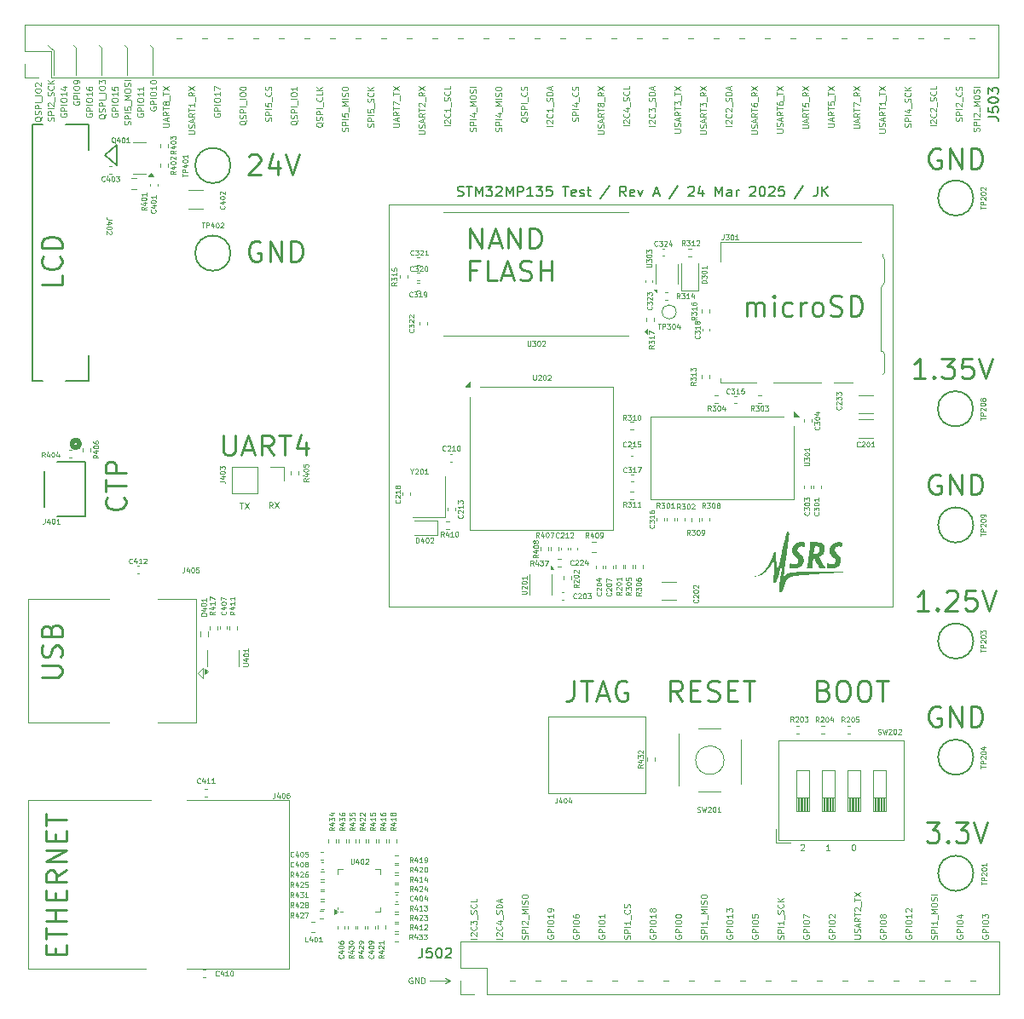
<source format=gbr>
%TF.GenerationSoftware,KiCad,Pcbnew,8.0.1*%
%TF.CreationDate,2025-05-27T09:35:13-07:00*%
%TF.ProjectId,mb,6d622e6b-6963-4616-945f-706362585858,A*%
%TF.SameCoordinates,Original*%
%TF.FileFunction,Legend,Top*%
%TF.FilePolarity,Positive*%
%FSLAX46Y46*%
G04 Gerber Fmt 4.6, Leading zero omitted, Abs format (unit mm)*
G04 Created by KiCad (PCBNEW 8.0.1) date 2025-05-27 09:35:13*
%MOMM*%
%LPD*%
G01*
G04 APERTURE LIST*
%ADD10C,0.100000*%
%ADD11C,0.250000*%
%ADD12C,0.200000*%
%ADD13C,0.150000*%
%ADD14C,0.120000*%
%ADD15C,0.000000*%
%ADD16C,0.050000*%
%ADD17C,0.152400*%
%ADD18C,0.508000*%
G04 APERTURE END LIST*
D10*
X42148200Y-32038800D02*
X42148200Y-30184600D01*
X118145000Y-28381200D02*
X118703800Y-28381200D01*
X113065000Y-28381200D02*
X113623800Y-28381200D01*
X74244200Y-122021600D02*
X73736200Y-122275600D01*
X34528200Y-29295600D02*
X34274200Y-29041600D01*
X62265000Y-28381200D02*
X62823800Y-28381200D01*
X52105000Y-28381200D02*
X52663800Y-28381200D01*
X125857000Y-122021600D02*
X126415800Y-122021600D01*
X115605000Y-28381200D02*
X116163800Y-28381200D01*
X72212200Y-122021600D02*
X74244200Y-122021600D01*
X44688200Y-30184600D02*
X44688200Y-29803600D01*
X72425000Y-28381200D02*
X72983800Y-28381200D01*
X39608200Y-29295600D02*
X39354200Y-29041600D01*
X100365000Y-28381200D02*
X100923800Y-28381200D01*
X123317000Y-122021600D02*
X123875800Y-122021600D01*
X105445000Y-28381200D02*
X106003800Y-28381200D01*
X34528200Y-29295600D02*
X34833000Y-29549600D01*
X80045000Y-28381200D02*
X80603800Y-28381200D01*
X118237000Y-122021600D02*
X118795800Y-122021600D01*
X92745000Y-28381200D02*
X93303800Y-28381200D01*
X97917000Y-122021600D02*
X98475800Y-122021600D01*
X113157000Y-122021600D02*
X113715800Y-122021600D01*
X44688200Y-32038800D02*
X44688200Y-30184600D01*
X34833000Y-29549600D02*
X34833000Y-32038800D01*
X115697000Y-122021600D02*
X116255800Y-122021600D01*
X42148200Y-29295600D02*
X41894200Y-29041600D01*
X74244200Y-122021600D02*
X73736200Y-121767600D01*
X39608200Y-30184600D02*
X39608200Y-29803600D01*
X39608200Y-29803600D02*
X39608200Y-29295600D01*
X90205000Y-28381200D02*
X90763800Y-28381200D01*
X87757000Y-122021600D02*
X88315800Y-122021600D01*
X105537000Y-122021600D02*
X106095800Y-122021600D01*
X37068200Y-29295600D02*
X36814200Y-29041600D01*
X42148200Y-30184600D02*
X42148200Y-29803600D01*
X82585000Y-28381200D02*
X83143800Y-28381200D01*
X42148200Y-29803600D02*
X42148200Y-29295600D01*
X92837000Y-122021600D02*
X93395800Y-122021600D01*
X44688200Y-29295600D02*
X44434200Y-29041600D01*
X90297000Y-122021600D02*
X90855800Y-122021600D01*
X80137000Y-122021600D02*
X80695800Y-122021600D01*
X49565000Y-28381200D02*
X50123800Y-28381200D01*
X39608200Y-32038800D02*
X39608200Y-30184600D01*
X85217000Y-122021600D02*
X85775800Y-122021600D01*
X108077000Y-122021600D02*
X108635800Y-122021600D01*
X77505000Y-28381200D02*
X78063800Y-28381200D01*
X69885000Y-28381200D02*
X70443800Y-28381200D01*
X120685000Y-28381200D02*
X121243800Y-28381200D01*
X95377000Y-122021600D02*
X95935800Y-122021600D01*
X125765000Y-28381200D02*
X126323800Y-28381200D01*
X107985000Y-28381200D02*
X108543800Y-28381200D01*
X74965000Y-28381200D02*
X75523800Y-28381200D01*
X37068200Y-32038800D02*
X37068200Y-30184600D01*
X110617000Y-122021600D02*
X111175800Y-122021600D01*
X85125000Y-28381200D02*
X85683800Y-28381200D01*
X64805000Y-28381200D02*
X65363800Y-28381200D01*
X37068200Y-30184600D02*
X37068200Y-29803600D01*
X67345000Y-28381200D02*
X67903800Y-28381200D01*
X59725000Y-28381200D02*
X60283800Y-28381200D01*
X68132400Y-44845400D02*
X118132400Y-44845400D01*
X118132400Y-84845400D01*
X68132400Y-84845400D01*
X68132400Y-44845400D01*
X37068200Y-29803600D02*
X37068200Y-29295600D01*
X95285000Y-28381200D02*
X95843800Y-28381200D01*
X102905000Y-28381200D02*
X103463800Y-28381200D01*
X54645000Y-28381200D02*
X55203800Y-28381200D01*
X57185000Y-28381200D02*
X57743800Y-28381200D01*
X44688200Y-29803600D02*
X44688200Y-29295600D01*
X97825000Y-28381200D02*
X98383800Y-28381200D01*
X47025000Y-28381200D02*
X47583800Y-28381200D01*
X102997000Y-122021600D02*
X103555800Y-122021600D01*
X123225000Y-28381200D02*
X123783800Y-28381200D01*
X110525000Y-28381200D02*
X111083800Y-28381200D01*
X120777000Y-122021600D02*
X121335800Y-122021600D01*
X100457000Y-122021600D02*
X101015800Y-122021600D01*
X87665000Y-28381200D02*
X88223800Y-28381200D01*
X82677000Y-122021600D02*
X83235800Y-122021600D01*
X35575342Y-35844389D02*
X35546771Y-35901532D01*
X35546771Y-35901532D02*
X35546771Y-35987246D01*
X35546771Y-35987246D02*
X35575342Y-36072960D01*
X35575342Y-36072960D02*
X35632485Y-36130103D01*
X35632485Y-36130103D02*
X35689628Y-36158674D01*
X35689628Y-36158674D02*
X35803914Y-36187246D01*
X35803914Y-36187246D02*
X35889628Y-36187246D01*
X35889628Y-36187246D02*
X36003914Y-36158674D01*
X36003914Y-36158674D02*
X36061057Y-36130103D01*
X36061057Y-36130103D02*
X36118200Y-36072960D01*
X36118200Y-36072960D02*
X36146771Y-35987246D01*
X36146771Y-35987246D02*
X36146771Y-35930103D01*
X36146771Y-35930103D02*
X36118200Y-35844389D01*
X36118200Y-35844389D02*
X36089628Y-35815817D01*
X36089628Y-35815817D02*
X35889628Y-35815817D01*
X35889628Y-35815817D02*
X35889628Y-35930103D01*
X36146771Y-35558674D02*
X35546771Y-35558674D01*
X35546771Y-35558674D02*
X35546771Y-35330103D01*
X35546771Y-35330103D02*
X35575342Y-35272960D01*
X35575342Y-35272960D02*
X35603914Y-35244389D01*
X35603914Y-35244389D02*
X35661057Y-35215817D01*
X35661057Y-35215817D02*
X35746771Y-35215817D01*
X35746771Y-35215817D02*
X35803914Y-35244389D01*
X35803914Y-35244389D02*
X35832485Y-35272960D01*
X35832485Y-35272960D02*
X35861057Y-35330103D01*
X35861057Y-35330103D02*
X35861057Y-35558674D01*
X36146771Y-34958674D02*
X35546771Y-34958674D01*
X35546771Y-34558675D02*
X35546771Y-34444389D01*
X35546771Y-34444389D02*
X35575342Y-34387246D01*
X35575342Y-34387246D02*
X35632485Y-34330103D01*
X35632485Y-34330103D02*
X35746771Y-34301532D01*
X35746771Y-34301532D02*
X35946771Y-34301532D01*
X35946771Y-34301532D02*
X36061057Y-34330103D01*
X36061057Y-34330103D02*
X36118200Y-34387246D01*
X36118200Y-34387246D02*
X36146771Y-34444389D01*
X36146771Y-34444389D02*
X36146771Y-34558675D01*
X36146771Y-34558675D02*
X36118200Y-34615818D01*
X36118200Y-34615818D02*
X36061057Y-34672960D01*
X36061057Y-34672960D02*
X35946771Y-34701532D01*
X35946771Y-34701532D02*
X35746771Y-34701532D01*
X35746771Y-34701532D02*
X35632485Y-34672960D01*
X35632485Y-34672960D02*
X35575342Y-34615818D01*
X35575342Y-34615818D02*
X35546771Y-34558675D01*
X36146771Y-33730104D02*
X36146771Y-34072961D01*
X36146771Y-33901532D02*
X35546771Y-33901532D01*
X35546771Y-33901532D02*
X35632485Y-33958675D01*
X35632485Y-33958675D02*
X35689628Y-34015818D01*
X35689628Y-34015818D02*
X35718200Y-34072961D01*
X35746771Y-33215818D02*
X36146771Y-33215818D01*
X35518200Y-33358675D02*
X35946771Y-33501532D01*
X35946771Y-33501532D02*
X35946771Y-33130103D01*
X104221942Y-117510868D02*
X104193371Y-117568011D01*
X104193371Y-117568011D02*
X104193371Y-117653725D01*
X104193371Y-117653725D02*
X104221942Y-117739439D01*
X104221942Y-117739439D02*
X104279085Y-117796582D01*
X104279085Y-117796582D02*
X104336228Y-117825153D01*
X104336228Y-117825153D02*
X104450514Y-117853725D01*
X104450514Y-117853725D02*
X104536228Y-117853725D01*
X104536228Y-117853725D02*
X104650514Y-117825153D01*
X104650514Y-117825153D02*
X104707657Y-117796582D01*
X104707657Y-117796582D02*
X104764800Y-117739439D01*
X104764800Y-117739439D02*
X104793371Y-117653725D01*
X104793371Y-117653725D02*
X104793371Y-117596582D01*
X104793371Y-117596582D02*
X104764800Y-117510868D01*
X104764800Y-117510868D02*
X104736228Y-117482296D01*
X104736228Y-117482296D02*
X104536228Y-117482296D01*
X104536228Y-117482296D02*
X104536228Y-117596582D01*
X104793371Y-117225153D02*
X104193371Y-117225153D01*
X104193371Y-117225153D02*
X104193371Y-116996582D01*
X104193371Y-116996582D02*
X104221942Y-116939439D01*
X104221942Y-116939439D02*
X104250514Y-116910868D01*
X104250514Y-116910868D02*
X104307657Y-116882296D01*
X104307657Y-116882296D02*
X104393371Y-116882296D01*
X104393371Y-116882296D02*
X104450514Y-116910868D01*
X104450514Y-116910868D02*
X104479085Y-116939439D01*
X104479085Y-116939439D02*
X104507657Y-116996582D01*
X104507657Y-116996582D02*
X104507657Y-117225153D01*
X104793371Y-116625153D02*
X104193371Y-116625153D01*
X104193371Y-116225154D02*
X104193371Y-116110868D01*
X104193371Y-116110868D02*
X104221942Y-116053725D01*
X104221942Y-116053725D02*
X104279085Y-115996582D01*
X104279085Y-115996582D02*
X104393371Y-115968011D01*
X104393371Y-115968011D02*
X104593371Y-115968011D01*
X104593371Y-115968011D02*
X104707657Y-115996582D01*
X104707657Y-115996582D02*
X104764800Y-116053725D01*
X104764800Y-116053725D02*
X104793371Y-116110868D01*
X104793371Y-116110868D02*
X104793371Y-116225154D01*
X104793371Y-116225154D02*
X104764800Y-116282297D01*
X104764800Y-116282297D02*
X104707657Y-116339439D01*
X104707657Y-116339439D02*
X104593371Y-116368011D01*
X104593371Y-116368011D02*
X104393371Y-116368011D01*
X104393371Y-116368011D02*
X104279085Y-116339439D01*
X104279085Y-116339439D02*
X104221942Y-116282297D01*
X104221942Y-116282297D02*
X104193371Y-116225154D01*
X104193371Y-115425154D02*
X104193371Y-115710868D01*
X104193371Y-115710868D02*
X104479085Y-115739440D01*
X104479085Y-115739440D02*
X104450514Y-115710868D01*
X104450514Y-115710868D02*
X104421942Y-115653726D01*
X104421942Y-115653726D02*
X104421942Y-115510868D01*
X104421942Y-115510868D02*
X104450514Y-115453726D01*
X104450514Y-115453726D02*
X104479085Y-115425154D01*
X104479085Y-115425154D02*
X104536228Y-115396583D01*
X104536228Y-115396583D02*
X104679085Y-115396583D01*
X104679085Y-115396583D02*
X104736228Y-115425154D01*
X104736228Y-115425154D02*
X104764800Y-115453726D01*
X104764800Y-115453726D02*
X104793371Y-115510868D01*
X104793371Y-115510868D02*
X104793371Y-115653726D01*
X104793371Y-115653726D02*
X104764800Y-115710868D01*
X104764800Y-115710868D02*
X104736228Y-115739440D01*
D11*
X122893863Y-39400676D02*
X122703387Y-39305438D01*
X122703387Y-39305438D02*
X122417673Y-39305438D01*
X122417673Y-39305438D02*
X122131958Y-39400676D01*
X122131958Y-39400676D02*
X121941482Y-39591152D01*
X121941482Y-39591152D02*
X121846244Y-39781628D01*
X121846244Y-39781628D02*
X121751006Y-40162580D01*
X121751006Y-40162580D02*
X121751006Y-40448295D01*
X121751006Y-40448295D02*
X121846244Y-40829247D01*
X121846244Y-40829247D02*
X121941482Y-41019723D01*
X121941482Y-41019723D02*
X122131958Y-41210200D01*
X122131958Y-41210200D02*
X122417673Y-41305438D01*
X122417673Y-41305438D02*
X122608149Y-41305438D01*
X122608149Y-41305438D02*
X122893863Y-41210200D01*
X122893863Y-41210200D02*
X122989101Y-41114961D01*
X122989101Y-41114961D02*
X122989101Y-40448295D01*
X122989101Y-40448295D02*
X122608149Y-40448295D01*
X123846244Y-41305438D02*
X123846244Y-39305438D01*
X123846244Y-39305438D02*
X124989101Y-41305438D01*
X124989101Y-41305438D02*
X124989101Y-39305438D01*
X125941482Y-41305438D02*
X125941482Y-39305438D01*
X125941482Y-39305438D02*
X126417672Y-39305438D01*
X126417672Y-39305438D02*
X126703387Y-39400676D01*
X126703387Y-39400676D02*
X126893863Y-39591152D01*
X126893863Y-39591152D02*
X126989101Y-39781628D01*
X126989101Y-39781628D02*
X127084339Y-40162580D01*
X127084339Y-40162580D02*
X127084339Y-40448295D01*
X127084339Y-40448295D02*
X126989101Y-40829247D01*
X126989101Y-40829247D02*
X126893863Y-41019723D01*
X126893863Y-41019723D02*
X126703387Y-41210200D01*
X126703387Y-41210200D02*
X126417672Y-41305438D01*
X126417672Y-41305438D02*
X125941482Y-41305438D01*
D10*
X116826771Y-37730104D02*
X117312485Y-37730104D01*
X117312485Y-37730104D02*
X117369628Y-37701533D01*
X117369628Y-37701533D02*
X117398200Y-37672962D01*
X117398200Y-37672962D02*
X117426771Y-37615819D01*
X117426771Y-37615819D02*
X117426771Y-37501533D01*
X117426771Y-37501533D02*
X117398200Y-37444390D01*
X117398200Y-37444390D02*
X117369628Y-37415819D01*
X117369628Y-37415819D02*
X117312485Y-37387247D01*
X117312485Y-37387247D02*
X116826771Y-37387247D01*
X117398200Y-37130105D02*
X117426771Y-37044391D01*
X117426771Y-37044391D02*
X117426771Y-36901533D01*
X117426771Y-36901533D02*
X117398200Y-36844391D01*
X117398200Y-36844391D02*
X117369628Y-36815819D01*
X117369628Y-36815819D02*
X117312485Y-36787248D01*
X117312485Y-36787248D02*
X117255342Y-36787248D01*
X117255342Y-36787248D02*
X117198200Y-36815819D01*
X117198200Y-36815819D02*
X117169628Y-36844391D01*
X117169628Y-36844391D02*
X117141057Y-36901533D01*
X117141057Y-36901533D02*
X117112485Y-37015819D01*
X117112485Y-37015819D02*
X117083914Y-37072962D01*
X117083914Y-37072962D02*
X117055342Y-37101533D01*
X117055342Y-37101533D02*
X116998200Y-37130105D01*
X116998200Y-37130105D02*
X116941057Y-37130105D01*
X116941057Y-37130105D02*
X116883914Y-37101533D01*
X116883914Y-37101533D02*
X116855342Y-37072962D01*
X116855342Y-37072962D02*
X116826771Y-37015819D01*
X116826771Y-37015819D02*
X116826771Y-36872962D01*
X116826771Y-36872962D02*
X116855342Y-36787248D01*
X117255342Y-36558676D02*
X117255342Y-36272962D01*
X117426771Y-36615819D02*
X116826771Y-36415819D01*
X116826771Y-36415819D02*
X117426771Y-36215819D01*
X117426771Y-35672961D02*
X117141057Y-35872961D01*
X117426771Y-36015818D02*
X116826771Y-36015818D01*
X116826771Y-36015818D02*
X116826771Y-35787247D01*
X116826771Y-35787247D02*
X116855342Y-35730104D01*
X116855342Y-35730104D02*
X116883914Y-35701533D01*
X116883914Y-35701533D02*
X116941057Y-35672961D01*
X116941057Y-35672961D02*
X117026771Y-35672961D01*
X117026771Y-35672961D02*
X117083914Y-35701533D01*
X117083914Y-35701533D02*
X117112485Y-35730104D01*
X117112485Y-35730104D02*
X117141057Y-35787247D01*
X117141057Y-35787247D02*
X117141057Y-36015818D01*
X116826771Y-35501533D02*
X116826771Y-35158676D01*
X117426771Y-35330104D02*
X116826771Y-35330104D01*
X117426771Y-34644390D02*
X117426771Y-34987247D01*
X117426771Y-34815818D02*
X116826771Y-34815818D01*
X116826771Y-34815818D02*
X116912485Y-34872961D01*
X116912485Y-34872961D02*
X116969628Y-34930104D01*
X116969628Y-34930104D02*
X116998200Y-34987247D01*
X117483914Y-34530104D02*
X117483914Y-34072961D01*
X116826771Y-34015818D02*
X116826771Y-33672961D01*
X117426771Y-33844389D02*
X116826771Y-33844389D01*
X116826771Y-33530103D02*
X117426771Y-33130103D01*
X116826771Y-33130103D02*
X117426771Y-33530103D01*
D11*
X86514892Y-92214238D02*
X86514892Y-93642809D01*
X86514892Y-93642809D02*
X86419653Y-93928523D01*
X86419653Y-93928523D02*
X86229177Y-94119000D01*
X86229177Y-94119000D02*
X85943463Y-94214238D01*
X85943463Y-94214238D02*
X85752987Y-94214238D01*
X87181559Y-92214238D02*
X88324416Y-92214238D01*
X87752987Y-94214238D02*
X87752987Y-92214238D01*
X88895845Y-93642809D02*
X89848226Y-93642809D01*
X88705369Y-94214238D02*
X89372035Y-92214238D01*
X89372035Y-92214238D02*
X90038702Y-94214238D01*
X91752988Y-92309476D02*
X91562512Y-92214238D01*
X91562512Y-92214238D02*
X91276798Y-92214238D01*
X91276798Y-92214238D02*
X90991083Y-92309476D01*
X90991083Y-92309476D02*
X90800607Y-92499952D01*
X90800607Y-92499952D02*
X90705369Y-92690428D01*
X90705369Y-92690428D02*
X90610131Y-93071380D01*
X90610131Y-93071380D02*
X90610131Y-93357095D01*
X90610131Y-93357095D02*
X90705369Y-93738047D01*
X90705369Y-93738047D02*
X90800607Y-93928523D01*
X90800607Y-93928523D02*
X90991083Y-94119000D01*
X90991083Y-94119000D02*
X91276798Y-94214238D01*
X91276798Y-94214238D02*
X91467274Y-94214238D01*
X91467274Y-94214238D02*
X91752988Y-94119000D01*
X91752988Y-94119000D02*
X91848226Y-94023761D01*
X91848226Y-94023761D02*
X91848226Y-93357095D01*
X91848226Y-93357095D02*
X91467274Y-93357095D01*
X55368082Y-48621476D02*
X55177606Y-48526238D01*
X55177606Y-48526238D02*
X54891892Y-48526238D01*
X54891892Y-48526238D02*
X54606177Y-48621476D01*
X54606177Y-48621476D02*
X54415701Y-48811952D01*
X54415701Y-48811952D02*
X54320463Y-49002428D01*
X54320463Y-49002428D02*
X54225225Y-49383380D01*
X54225225Y-49383380D02*
X54225225Y-49669095D01*
X54225225Y-49669095D02*
X54320463Y-50050047D01*
X54320463Y-50050047D02*
X54415701Y-50240523D01*
X54415701Y-50240523D02*
X54606177Y-50431000D01*
X54606177Y-50431000D02*
X54891892Y-50526238D01*
X54891892Y-50526238D02*
X55082368Y-50526238D01*
X55082368Y-50526238D02*
X55368082Y-50431000D01*
X55368082Y-50431000D02*
X55463320Y-50335761D01*
X55463320Y-50335761D02*
X55463320Y-49669095D01*
X55463320Y-49669095D02*
X55082368Y-49669095D01*
X56320463Y-50526238D02*
X56320463Y-48526238D01*
X56320463Y-48526238D02*
X57463320Y-50526238D01*
X57463320Y-50526238D02*
X57463320Y-48526238D01*
X58415701Y-50526238D02*
X58415701Y-48526238D01*
X58415701Y-48526238D02*
X58891891Y-48526238D01*
X58891891Y-48526238D02*
X59177606Y-48621476D01*
X59177606Y-48621476D02*
X59368082Y-48811952D01*
X59368082Y-48811952D02*
X59463320Y-49002428D01*
X59463320Y-49002428D02*
X59558558Y-49383380D01*
X59558558Y-49383380D02*
X59558558Y-49669095D01*
X59558558Y-49669095D02*
X59463320Y-50050047D01*
X59463320Y-50050047D02*
X59368082Y-50240523D01*
X59368082Y-50240523D02*
X59177606Y-50431000D01*
X59177606Y-50431000D02*
X58891891Y-50526238D01*
X58891891Y-50526238D02*
X58415701Y-50526238D01*
D10*
X125018200Y-36587247D02*
X125046771Y-36501533D01*
X125046771Y-36501533D02*
X125046771Y-36358675D01*
X125046771Y-36358675D02*
X125018200Y-36301533D01*
X125018200Y-36301533D02*
X124989628Y-36272961D01*
X124989628Y-36272961D02*
X124932485Y-36244390D01*
X124932485Y-36244390D02*
X124875342Y-36244390D01*
X124875342Y-36244390D02*
X124818200Y-36272961D01*
X124818200Y-36272961D02*
X124789628Y-36301533D01*
X124789628Y-36301533D02*
X124761057Y-36358675D01*
X124761057Y-36358675D02*
X124732485Y-36472961D01*
X124732485Y-36472961D02*
X124703914Y-36530104D01*
X124703914Y-36530104D02*
X124675342Y-36558675D01*
X124675342Y-36558675D02*
X124618200Y-36587247D01*
X124618200Y-36587247D02*
X124561057Y-36587247D01*
X124561057Y-36587247D02*
X124503914Y-36558675D01*
X124503914Y-36558675D02*
X124475342Y-36530104D01*
X124475342Y-36530104D02*
X124446771Y-36472961D01*
X124446771Y-36472961D02*
X124446771Y-36330104D01*
X124446771Y-36330104D02*
X124475342Y-36244390D01*
X125046771Y-35987246D02*
X124446771Y-35987246D01*
X124446771Y-35987246D02*
X124446771Y-35758675D01*
X124446771Y-35758675D02*
X124475342Y-35701532D01*
X124475342Y-35701532D02*
X124503914Y-35672961D01*
X124503914Y-35672961D02*
X124561057Y-35644389D01*
X124561057Y-35644389D02*
X124646771Y-35644389D01*
X124646771Y-35644389D02*
X124703914Y-35672961D01*
X124703914Y-35672961D02*
X124732485Y-35701532D01*
X124732485Y-35701532D02*
X124761057Y-35758675D01*
X124761057Y-35758675D02*
X124761057Y-35987246D01*
X125046771Y-35387246D02*
X124446771Y-35387246D01*
X124503914Y-35130104D02*
X124475342Y-35101532D01*
X124475342Y-35101532D02*
X124446771Y-35044390D01*
X124446771Y-35044390D02*
X124446771Y-34901532D01*
X124446771Y-34901532D02*
X124475342Y-34844390D01*
X124475342Y-34844390D02*
X124503914Y-34815818D01*
X124503914Y-34815818D02*
X124561057Y-34787247D01*
X124561057Y-34787247D02*
X124618200Y-34787247D01*
X124618200Y-34787247D02*
X124703914Y-34815818D01*
X124703914Y-34815818D02*
X125046771Y-35158675D01*
X125046771Y-35158675D02*
X125046771Y-34787247D01*
X125103914Y-34672961D02*
X125103914Y-34215818D01*
X124989628Y-33730103D02*
X125018200Y-33758675D01*
X125018200Y-33758675D02*
X125046771Y-33844389D01*
X125046771Y-33844389D02*
X125046771Y-33901532D01*
X125046771Y-33901532D02*
X125018200Y-33987246D01*
X125018200Y-33987246D02*
X124961057Y-34044389D01*
X124961057Y-34044389D02*
X124903914Y-34072960D01*
X124903914Y-34072960D02*
X124789628Y-34101532D01*
X124789628Y-34101532D02*
X124703914Y-34101532D01*
X124703914Y-34101532D02*
X124589628Y-34072960D01*
X124589628Y-34072960D02*
X124532485Y-34044389D01*
X124532485Y-34044389D02*
X124475342Y-33987246D01*
X124475342Y-33987246D02*
X124446771Y-33901532D01*
X124446771Y-33901532D02*
X124446771Y-33844389D01*
X124446771Y-33844389D02*
X124475342Y-33758675D01*
X124475342Y-33758675D02*
X124503914Y-33730103D01*
X125018200Y-33501532D02*
X125046771Y-33415818D01*
X125046771Y-33415818D02*
X125046771Y-33272960D01*
X125046771Y-33272960D02*
X125018200Y-33215818D01*
X125018200Y-33215818D02*
X124989628Y-33187246D01*
X124989628Y-33187246D02*
X124932485Y-33158675D01*
X124932485Y-33158675D02*
X124875342Y-33158675D01*
X124875342Y-33158675D02*
X124818200Y-33187246D01*
X124818200Y-33187246D02*
X124789628Y-33215818D01*
X124789628Y-33215818D02*
X124761057Y-33272960D01*
X124761057Y-33272960D02*
X124732485Y-33387246D01*
X124732485Y-33387246D02*
X124703914Y-33444389D01*
X124703914Y-33444389D02*
X124675342Y-33472960D01*
X124675342Y-33472960D02*
X124618200Y-33501532D01*
X124618200Y-33501532D02*
X124561057Y-33501532D01*
X124561057Y-33501532D02*
X124503914Y-33472960D01*
X124503914Y-33472960D02*
X124475342Y-33444389D01*
X124475342Y-33444389D02*
X124446771Y-33387246D01*
X124446771Y-33387246D02*
X124446771Y-33244389D01*
X124446771Y-33244389D02*
X124475342Y-33158675D01*
X111746771Y-37158675D02*
X112232485Y-37158675D01*
X112232485Y-37158675D02*
X112289628Y-37130104D01*
X112289628Y-37130104D02*
X112318200Y-37101533D01*
X112318200Y-37101533D02*
X112346771Y-37044390D01*
X112346771Y-37044390D02*
X112346771Y-36930104D01*
X112346771Y-36930104D02*
X112318200Y-36872961D01*
X112318200Y-36872961D02*
X112289628Y-36844390D01*
X112289628Y-36844390D02*
X112232485Y-36815818D01*
X112232485Y-36815818D02*
X111746771Y-36815818D01*
X112175342Y-36558676D02*
X112175342Y-36272962D01*
X112346771Y-36615819D02*
X111746771Y-36415819D01*
X111746771Y-36415819D02*
X112346771Y-36215819D01*
X112346771Y-35672961D02*
X112061057Y-35872961D01*
X112346771Y-36015818D02*
X111746771Y-36015818D01*
X111746771Y-36015818D02*
X111746771Y-35787247D01*
X111746771Y-35787247D02*
X111775342Y-35730104D01*
X111775342Y-35730104D02*
X111803914Y-35701533D01*
X111803914Y-35701533D02*
X111861057Y-35672961D01*
X111861057Y-35672961D02*
X111946771Y-35672961D01*
X111946771Y-35672961D02*
X112003914Y-35701533D01*
X112003914Y-35701533D02*
X112032485Y-35730104D01*
X112032485Y-35730104D02*
X112061057Y-35787247D01*
X112061057Y-35787247D02*
X112061057Y-36015818D01*
X111746771Y-35501533D02*
X111746771Y-35158676D01*
X112346771Y-35330104D02*
X111746771Y-35330104D01*
X111746771Y-34672961D02*
X111746771Y-34958675D01*
X111746771Y-34958675D02*
X112032485Y-34987247D01*
X112032485Y-34987247D02*
X112003914Y-34958675D01*
X112003914Y-34958675D02*
X111975342Y-34901533D01*
X111975342Y-34901533D02*
X111975342Y-34758675D01*
X111975342Y-34758675D02*
X112003914Y-34701533D01*
X112003914Y-34701533D02*
X112032485Y-34672961D01*
X112032485Y-34672961D02*
X112089628Y-34644390D01*
X112089628Y-34644390D02*
X112232485Y-34644390D01*
X112232485Y-34644390D02*
X112289628Y-34672961D01*
X112289628Y-34672961D02*
X112318200Y-34701533D01*
X112318200Y-34701533D02*
X112346771Y-34758675D01*
X112346771Y-34758675D02*
X112346771Y-34901533D01*
X112346771Y-34901533D02*
X112318200Y-34958675D01*
X112318200Y-34958675D02*
X112289628Y-34987247D01*
X112403914Y-34530104D02*
X112403914Y-34072961D01*
X111746771Y-34015818D02*
X111746771Y-33672961D01*
X112346771Y-33844389D02*
X111746771Y-33844389D01*
X111746771Y-33530103D02*
X112346771Y-33130103D01*
X111746771Y-33130103D02*
X112346771Y-33530103D01*
X127081942Y-117510868D02*
X127053371Y-117568011D01*
X127053371Y-117568011D02*
X127053371Y-117653725D01*
X127053371Y-117653725D02*
X127081942Y-117739439D01*
X127081942Y-117739439D02*
X127139085Y-117796582D01*
X127139085Y-117796582D02*
X127196228Y-117825153D01*
X127196228Y-117825153D02*
X127310514Y-117853725D01*
X127310514Y-117853725D02*
X127396228Y-117853725D01*
X127396228Y-117853725D02*
X127510514Y-117825153D01*
X127510514Y-117825153D02*
X127567657Y-117796582D01*
X127567657Y-117796582D02*
X127624800Y-117739439D01*
X127624800Y-117739439D02*
X127653371Y-117653725D01*
X127653371Y-117653725D02*
X127653371Y-117596582D01*
X127653371Y-117596582D02*
X127624800Y-117510868D01*
X127624800Y-117510868D02*
X127596228Y-117482296D01*
X127596228Y-117482296D02*
X127396228Y-117482296D01*
X127396228Y-117482296D02*
X127396228Y-117596582D01*
X127653371Y-117225153D02*
X127053371Y-117225153D01*
X127053371Y-117225153D02*
X127053371Y-116996582D01*
X127053371Y-116996582D02*
X127081942Y-116939439D01*
X127081942Y-116939439D02*
X127110514Y-116910868D01*
X127110514Y-116910868D02*
X127167657Y-116882296D01*
X127167657Y-116882296D02*
X127253371Y-116882296D01*
X127253371Y-116882296D02*
X127310514Y-116910868D01*
X127310514Y-116910868D02*
X127339085Y-116939439D01*
X127339085Y-116939439D02*
X127367657Y-116996582D01*
X127367657Y-116996582D02*
X127367657Y-117225153D01*
X127653371Y-116625153D02*
X127053371Y-116625153D01*
X127053371Y-116225154D02*
X127053371Y-116110868D01*
X127053371Y-116110868D02*
X127081942Y-116053725D01*
X127081942Y-116053725D02*
X127139085Y-115996582D01*
X127139085Y-115996582D02*
X127253371Y-115968011D01*
X127253371Y-115968011D02*
X127453371Y-115968011D01*
X127453371Y-115968011D02*
X127567657Y-115996582D01*
X127567657Y-115996582D02*
X127624800Y-116053725D01*
X127624800Y-116053725D02*
X127653371Y-116110868D01*
X127653371Y-116110868D02*
X127653371Y-116225154D01*
X127653371Y-116225154D02*
X127624800Y-116282297D01*
X127624800Y-116282297D02*
X127567657Y-116339439D01*
X127567657Y-116339439D02*
X127453371Y-116368011D01*
X127453371Y-116368011D02*
X127253371Y-116368011D01*
X127253371Y-116368011D02*
X127139085Y-116339439D01*
X127139085Y-116339439D02*
X127081942Y-116282297D01*
X127081942Y-116282297D02*
X127053371Y-116225154D01*
X127053371Y-115768011D02*
X127053371Y-115396583D01*
X127053371Y-115396583D02*
X127281942Y-115596583D01*
X127281942Y-115596583D02*
X127281942Y-115510868D01*
X127281942Y-115510868D02*
X127310514Y-115453726D01*
X127310514Y-115453726D02*
X127339085Y-115425154D01*
X127339085Y-115425154D02*
X127396228Y-115396583D01*
X127396228Y-115396583D02*
X127539085Y-115396583D01*
X127539085Y-115396583D02*
X127596228Y-115425154D01*
X127596228Y-115425154D02*
X127624800Y-115453726D01*
X127624800Y-115453726D02*
X127653371Y-115510868D01*
X127653371Y-115510868D02*
X127653371Y-115682297D01*
X127653371Y-115682297D02*
X127624800Y-115739440D01*
X127624800Y-115739440D02*
X127596228Y-115768011D01*
X99684800Y-117853725D02*
X99713371Y-117768011D01*
X99713371Y-117768011D02*
X99713371Y-117625153D01*
X99713371Y-117625153D02*
X99684800Y-117568011D01*
X99684800Y-117568011D02*
X99656228Y-117539439D01*
X99656228Y-117539439D02*
X99599085Y-117510868D01*
X99599085Y-117510868D02*
X99541942Y-117510868D01*
X99541942Y-117510868D02*
X99484800Y-117539439D01*
X99484800Y-117539439D02*
X99456228Y-117568011D01*
X99456228Y-117568011D02*
X99427657Y-117625153D01*
X99427657Y-117625153D02*
X99399085Y-117739439D01*
X99399085Y-117739439D02*
X99370514Y-117796582D01*
X99370514Y-117796582D02*
X99341942Y-117825153D01*
X99341942Y-117825153D02*
X99284800Y-117853725D01*
X99284800Y-117853725D02*
X99227657Y-117853725D01*
X99227657Y-117853725D02*
X99170514Y-117825153D01*
X99170514Y-117825153D02*
X99141942Y-117796582D01*
X99141942Y-117796582D02*
X99113371Y-117739439D01*
X99113371Y-117739439D02*
X99113371Y-117596582D01*
X99113371Y-117596582D02*
X99141942Y-117510868D01*
X99713371Y-117253724D02*
X99113371Y-117253724D01*
X99113371Y-117253724D02*
X99113371Y-117025153D01*
X99113371Y-117025153D02*
X99141942Y-116968010D01*
X99141942Y-116968010D02*
X99170514Y-116939439D01*
X99170514Y-116939439D02*
X99227657Y-116910867D01*
X99227657Y-116910867D02*
X99313371Y-116910867D01*
X99313371Y-116910867D02*
X99370514Y-116939439D01*
X99370514Y-116939439D02*
X99399085Y-116968010D01*
X99399085Y-116968010D02*
X99427657Y-117025153D01*
X99427657Y-117025153D02*
X99427657Y-117253724D01*
X99713371Y-116653724D02*
X99113371Y-116653724D01*
X99713371Y-116053725D02*
X99713371Y-116396582D01*
X99713371Y-116225153D02*
X99113371Y-116225153D01*
X99113371Y-116225153D02*
X99199085Y-116282296D01*
X99199085Y-116282296D02*
X99256228Y-116339439D01*
X99256228Y-116339439D02*
X99284800Y-116396582D01*
X99770514Y-115939439D02*
X99770514Y-115482296D01*
X99713371Y-115339438D02*
X99113371Y-115339438D01*
X99113371Y-115339438D02*
X99541942Y-115139438D01*
X99541942Y-115139438D02*
X99113371Y-114939438D01*
X99113371Y-114939438D02*
X99713371Y-114939438D01*
X99713371Y-114653724D02*
X99113371Y-114653724D01*
X99684800Y-114396582D02*
X99713371Y-114310868D01*
X99713371Y-114310868D02*
X99713371Y-114168010D01*
X99713371Y-114168010D02*
X99684800Y-114110868D01*
X99684800Y-114110868D02*
X99656228Y-114082296D01*
X99656228Y-114082296D02*
X99599085Y-114053725D01*
X99599085Y-114053725D02*
X99541942Y-114053725D01*
X99541942Y-114053725D02*
X99484800Y-114082296D01*
X99484800Y-114082296D02*
X99456228Y-114110868D01*
X99456228Y-114110868D02*
X99427657Y-114168010D01*
X99427657Y-114168010D02*
X99399085Y-114282296D01*
X99399085Y-114282296D02*
X99370514Y-114339439D01*
X99370514Y-114339439D02*
X99341942Y-114368010D01*
X99341942Y-114368010D02*
X99284800Y-114396582D01*
X99284800Y-114396582D02*
X99227657Y-114396582D01*
X99227657Y-114396582D02*
X99170514Y-114368010D01*
X99170514Y-114368010D02*
X99141942Y-114339439D01*
X99141942Y-114339439D02*
X99113371Y-114282296D01*
X99113371Y-114282296D02*
X99113371Y-114139439D01*
X99113371Y-114139439D02*
X99141942Y-114053725D01*
X99113371Y-113682296D02*
X99113371Y-113568010D01*
X99113371Y-113568010D02*
X99141942Y-113510867D01*
X99141942Y-113510867D02*
X99199085Y-113453724D01*
X99199085Y-113453724D02*
X99313371Y-113425153D01*
X99313371Y-113425153D02*
X99513371Y-113425153D01*
X99513371Y-113425153D02*
X99627657Y-113453724D01*
X99627657Y-113453724D02*
X99684800Y-113510867D01*
X99684800Y-113510867D02*
X99713371Y-113568010D01*
X99713371Y-113568010D02*
X99713371Y-113682296D01*
X99713371Y-113682296D02*
X99684800Y-113739439D01*
X99684800Y-113739439D02*
X99627657Y-113796581D01*
X99627657Y-113796581D02*
X99513371Y-113825153D01*
X99513371Y-113825153D02*
X99313371Y-113825153D01*
X99313371Y-113825153D02*
X99199085Y-113796581D01*
X99199085Y-113796581D02*
X99141942Y-113739439D01*
X99141942Y-113739439D02*
X99113371Y-113682296D01*
D11*
X121408082Y-62184838D02*
X120265225Y-62184838D01*
X120836653Y-62184838D02*
X120836653Y-60184838D01*
X120836653Y-60184838D02*
X120646177Y-60470552D01*
X120646177Y-60470552D02*
X120455701Y-60661028D01*
X120455701Y-60661028D02*
X120265225Y-60756266D01*
X122265225Y-61994361D02*
X122360463Y-62089600D01*
X122360463Y-62089600D02*
X122265225Y-62184838D01*
X122265225Y-62184838D02*
X122169987Y-62089600D01*
X122169987Y-62089600D02*
X122265225Y-61994361D01*
X122265225Y-61994361D02*
X122265225Y-62184838D01*
X123027130Y-60184838D02*
X124265225Y-60184838D01*
X124265225Y-60184838D02*
X123598558Y-60946742D01*
X123598558Y-60946742D02*
X123884273Y-60946742D01*
X123884273Y-60946742D02*
X124074749Y-61041980D01*
X124074749Y-61041980D02*
X124169987Y-61137219D01*
X124169987Y-61137219D02*
X124265225Y-61327695D01*
X124265225Y-61327695D02*
X124265225Y-61803885D01*
X124265225Y-61803885D02*
X124169987Y-61994361D01*
X124169987Y-61994361D02*
X124074749Y-62089600D01*
X124074749Y-62089600D02*
X123884273Y-62184838D01*
X123884273Y-62184838D02*
X123312844Y-62184838D01*
X123312844Y-62184838D02*
X123122368Y-62089600D01*
X123122368Y-62089600D02*
X123027130Y-61994361D01*
X126074749Y-60184838D02*
X125122368Y-60184838D01*
X125122368Y-60184838D02*
X125027130Y-61137219D01*
X125027130Y-61137219D02*
X125122368Y-61041980D01*
X125122368Y-61041980D02*
X125312844Y-60946742D01*
X125312844Y-60946742D02*
X125789035Y-60946742D01*
X125789035Y-60946742D02*
X125979511Y-61041980D01*
X125979511Y-61041980D02*
X126074749Y-61137219D01*
X126074749Y-61137219D02*
X126169987Y-61327695D01*
X126169987Y-61327695D02*
X126169987Y-61803885D01*
X126169987Y-61803885D02*
X126074749Y-61994361D01*
X126074749Y-61994361D02*
X125979511Y-62089600D01*
X125979511Y-62089600D02*
X125789035Y-62184838D01*
X125789035Y-62184838D02*
X125312844Y-62184838D01*
X125312844Y-62184838D02*
X125122368Y-62089600D01*
X125122368Y-62089600D02*
X125027130Y-61994361D01*
X126741416Y-60184838D02*
X127408082Y-62184838D01*
X127408082Y-62184838D02*
X128074749Y-60184838D01*
D10*
X107304800Y-117853725D02*
X107333371Y-117768011D01*
X107333371Y-117768011D02*
X107333371Y-117625153D01*
X107333371Y-117625153D02*
X107304800Y-117568011D01*
X107304800Y-117568011D02*
X107276228Y-117539439D01*
X107276228Y-117539439D02*
X107219085Y-117510868D01*
X107219085Y-117510868D02*
X107161942Y-117510868D01*
X107161942Y-117510868D02*
X107104800Y-117539439D01*
X107104800Y-117539439D02*
X107076228Y-117568011D01*
X107076228Y-117568011D02*
X107047657Y-117625153D01*
X107047657Y-117625153D02*
X107019085Y-117739439D01*
X107019085Y-117739439D02*
X106990514Y-117796582D01*
X106990514Y-117796582D02*
X106961942Y-117825153D01*
X106961942Y-117825153D02*
X106904800Y-117853725D01*
X106904800Y-117853725D02*
X106847657Y-117853725D01*
X106847657Y-117853725D02*
X106790514Y-117825153D01*
X106790514Y-117825153D02*
X106761942Y-117796582D01*
X106761942Y-117796582D02*
X106733371Y-117739439D01*
X106733371Y-117739439D02*
X106733371Y-117596582D01*
X106733371Y-117596582D02*
X106761942Y-117510868D01*
X107333371Y-117253724D02*
X106733371Y-117253724D01*
X106733371Y-117253724D02*
X106733371Y-117025153D01*
X106733371Y-117025153D02*
X106761942Y-116968010D01*
X106761942Y-116968010D02*
X106790514Y-116939439D01*
X106790514Y-116939439D02*
X106847657Y-116910867D01*
X106847657Y-116910867D02*
X106933371Y-116910867D01*
X106933371Y-116910867D02*
X106990514Y-116939439D01*
X106990514Y-116939439D02*
X107019085Y-116968010D01*
X107019085Y-116968010D02*
X107047657Y-117025153D01*
X107047657Y-117025153D02*
X107047657Y-117253724D01*
X107333371Y-116653724D02*
X106733371Y-116653724D01*
X107333371Y-116053725D02*
X107333371Y-116396582D01*
X107333371Y-116225153D02*
X106733371Y-116225153D01*
X106733371Y-116225153D02*
X106819085Y-116282296D01*
X106819085Y-116282296D02*
X106876228Y-116339439D01*
X106876228Y-116339439D02*
X106904800Y-116396582D01*
X107390514Y-115939439D02*
X107390514Y-115482296D01*
X107304800Y-115368010D02*
X107333371Y-115282296D01*
X107333371Y-115282296D02*
X107333371Y-115139438D01*
X107333371Y-115139438D02*
X107304800Y-115082296D01*
X107304800Y-115082296D02*
X107276228Y-115053724D01*
X107276228Y-115053724D02*
X107219085Y-115025153D01*
X107219085Y-115025153D02*
X107161942Y-115025153D01*
X107161942Y-115025153D02*
X107104800Y-115053724D01*
X107104800Y-115053724D02*
X107076228Y-115082296D01*
X107076228Y-115082296D02*
X107047657Y-115139438D01*
X107047657Y-115139438D02*
X107019085Y-115253724D01*
X107019085Y-115253724D02*
X106990514Y-115310867D01*
X106990514Y-115310867D02*
X106961942Y-115339438D01*
X106961942Y-115339438D02*
X106904800Y-115368010D01*
X106904800Y-115368010D02*
X106847657Y-115368010D01*
X106847657Y-115368010D02*
X106790514Y-115339438D01*
X106790514Y-115339438D02*
X106761942Y-115310867D01*
X106761942Y-115310867D02*
X106733371Y-115253724D01*
X106733371Y-115253724D02*
X106733371Y-115110867D01*
X106733371Y-115110867D02*
X106761942Y-115025153D01*
X107276228Y-114425152D02*
X107304800Y-114453724D01*
X107304800Y-114453724D02*
X107333371Y-114539438D01*
X107333371Y-114539438D02*
X107333371Y-114596581D01*
X107333371Y-114596581D02*
X107304800Y-114682295D01*
X107304800Y-114682295D02*
X107247657Y-114739438D01*
X107247657Y-114739438D02*
X107190514Y-114768009D01*
X107190514Y-114768009D02*
X107076228Y-114796581D01*
X107076228Y-114796581D02*
X106990514Y-114796581D01*
X106990514Y-114796581D02*
X106876228Y-114768009D01*
X106876228Y-114768009D02*
X106819085Y-114739438D01*
X106819085Y-114739438D02*
X106761942Y-114682295D01*
X106761942Y-114682295D02*
X106733371Y-114596581D01*
X106733371Y-114596581D02*
X106733371Y-114539438D01*
X106733371Y-114539438D02*
X106761942Y-114453724D01*
X106761942Y-114453724D02*
X106790514Y-114425152D01*
X107333371Y-114168009D02*
X106733371Y-114168009D01*
X107333371Y-113825152D02*
X106990514Y-114082295D01*
X106733371Y-113825152D02*
X107076228Y-114168009D01*
X79298200Y-37587246D02*
X79326771Y-37501532D01*
X79326771Y-37501532D02*
X79326771Y-37358674D01*
X79326771Y-37358674D02*
X79298200Y-37301532D01*
X79298200Y-37301532D02*
X79269628Y-37272960D01*
X79269628Y-37272960D02*
X79212485Y-37244389D01*
X79212485Y-37244389D02*
X79155342Y-37244389D01*
X79155342Y-37244389D02*
X79098200Y-37272960D01*
X79098200Y-37272960D02*
X79069628Y-37301532D01*
X79069628Y-37301532D02*
X79041057Y-37358674D01*
X79041057Y-37358674D02*
X79012485Y-37472960D01*
X79012485Y-37472960D02*
X78983914Y-37530103D01*
X78983914Y-37530103D02*
X78955342Y-37558674D01*
X78955342Y-37558674D02*
X78898200Y-37587246D01*
X78898200Y-37587246D02*
X78841057Y-37587246D01*
X78841057Y-37587246D02*
X78783914Y-37558674D01*
X78783914Y-37558674D02*
X78755342Y-37530103D01*
X78755342Y-37530103D02*
X78726771Y-37472960D01*
X78726771Y-37472960D02*
X78726771Y-37330103D01*
X78726771Y-37330103D02*
X78755342Y-37244389D01*
X79326771Y-36987245D02*
X78726771Y-36987245D01*
X78726771Y-36987245D02*
X78726771Y-36758674D01*
X78726771Y-36758674D02*
X78755342Y-36701531D01*
X78755342Y-36701531D02*
X78783914Y-36672960D01*
X78783914Y-36672960D02*
X78841057Y-36644388D01*
X78841057Y-36644388D02*
X78926771Y-36644388D01*
X78926771Y-36644388D02*
X78983914Y-36672960D01*
X78983914Y-36672960D02*
X79012485Y-36701531D01*
X79012485Y-36701531D02*
X79041057Y-36758674D01*
X79041057Y-36758674D02*
X79041057Y-36987245D01*
X79326771Y-36387245D02*
X78726771Y-36387245D01*
X78926771Y-35844389D02*
X79326771Y-35844389D01*
X78698200Y-35987246D02*
X79126771Y-36130103D01*
X79126771Y-36130103D02*
X79126771Y-35758674D01*
X79383914Y-35672960D02*
X79383914Y-35215817D01*
X79326771Y-35072959D02*
X78726771Y-35072959D01*
X78726771Y-35072959D02*
X79155342Y-34872959D01*
X79155342Y-34872959D02*
X78726771Y-34672959D01*
X78726771Y-34672959D02*
X79326771Y-34672959D01*
X79326771Y-34387245D02*
X78726771Y-34387245D01*
X79298200Y-34130103D02*
X79326771Y-34044389D01*
X79326771Y-34044389D02*
X79326771Y-33901531D01*
X79326771Y-33901531D02*
X79298200Y-33844389D01*
X79298200Y-33844389D02*
X79269628Y-33815817D01*
X79269628Y-33815817D02*
X79212485Y-33787246D01*
X79212485Y-33787246D02*
X79155342Y-33787246D01*
X79155342Y-33787246D02*
X79098200Y-33815817D01*
X79098200Y-33815817D02*
X79069628Y-33844389D01*
X79069628Y-33844389D02*
X79041057Y-33901531D01*
X79041057Y-33901531D02*
X79012485Y-34015817D01*
X79012485Y-34015817D02*
X78983914Y-34072960D01*
X78983914Y-34072960D02*
X78955342Y-34101531D01*
X78955342Y-34101531D02*
X78898200Y-34130103D01*
X78898200Y-34130103D02*
X78841057Y-34130103D01*
X78841057Y-34130103D02*
X78783914Y-34101531D01*
X78783914Y-34101531D02*
X78755342Y-34072960D01*
X78755342Y-34072960D02*
X78726771Y-34015817D01*
X78726771Y-34015817D02*
X78726771Y-33872960D01*
X78726771Y-33872960D02*
X78755342Y-33787246D01*
X78726771Y-33415817D02*
X78726771Y-33301531D01*
X78726771Y-33301531D02*
X78755342Y-33244388D01*
X78755342Y-33244388D02*
X78812485Y-33187245D01*
X78812485Y-33187245D02*
X78926771Y-33158674D01*
X78926771Y-33158674D02*
X79126771Y-33158674D01*
X79126771Y-33158674D02*
X79241057Y-33187245D01*
X79241057Y-33187245D02*
X79298200Y-33244388D01*
X79298200Y-33244388D02*
X79326771Y-33301531D01*
X79326771Y-33301531D02*
X79326771Y-33415817D01*
X79326771Y-33415817D02*
X79298200Y-33472960D01*
X79298200Y-33472960D02*
X79241057Y-33530102D01*
X79241057Y-33530102D02*
X79126771Y-33558674D01*
X79126771Y-33558674D02*
X78926771Y-33558674D01*
X78926771Y-33558674D02*
X78812485Y-33530102D01*
X78812485Y-33530102D02*
X78755342Y-33472960D01*
X78755342Y-33472960D02*
X78726771Y-33415817D01*
X88981942Y-117510868D02*
X88953371Y-117568011D01*
X88953371Y-117568011D02*
X88953371Y-117653725D01*
X88953371Y-117653725D02*
X88981942Y-117739439D01*
X88981942Y-117739439D02*
X89039085Y-117796582D01*
X89039085Y-117796582D02*
X89096228Y-117825153D01*
X89096228Y-117825153D02*
X89210514Y-117853725D01*
X89210514Y-117853725D02*
X89296228Y-117853725D01*
X89296228Y-117853725D02*
X89410514Y-117825153D01*
X89410514Y-117825153D02*
X89467657Y-117796582D01*
X89467657Y-117796582D02*
X89524800Y-117739439D01*
X89524800Y-117739439D02*
X89553371Y-117653725D01*
X89553371Y-117653725D02*
X89553371Y-117596582D01*
X89553371Y-117596582D02*
X89524800Y-117510868D01*
X89524800Y-117510868D02*
X89496228Y-117482296D01*
X89496228Y-117482296D02*
X89296228Y-117482296D01*
X89296228Y-117482296D02*
X89296228Y-117596582D01*
X89553371Y-117225153D02*
X88953371Y-117225153D01*
X88953371Y-117225153D02*
X88953371Y-116996582D01*
X88953371Y-116996582D02*
X88981942Y-116939439D01*
X88981942Y-116939439D02*
X89010514Y-116910868D01*
X89010514Y-116910868D02*
X89067657Y-116882296D01*
X89067657Y-116882296D02*
X89153371Y-116882296D01*
X89153371Y-116882296D02*
X89210514Y-116910868D01*
X89210514Y-116910868D02*
X89239085Y-116939439D01*
X89239085Y-116939439D02*
X89267657Y-116996582D01*
X89267657Y-116996582D02*
X89267657Y-117225153D01*
X89553371Y-116625153D02*
X88953371Y-116625153D01*
X88953371Y-116225154D02*
X88953371Y-116110868D01*
X88953371Y-116110868D02*
X88981942Y-116053725D01*
X88981942Y-116053725D02*
X89039085Y-115996582D01*
X89039085Y-115996582D02*
X89153371Y-115968011D01*
X89153371Y-115968011D02*
X89353371Y-115968011D01*
X89353371Y-115968011D02*
X89467657Y-115996582D01*
X89467657Y-115996582D02*
X89524800Y-116053725D01*
X89524800Y-116053725D02*
X89553371Y-116110868D01*
X89553371Y-116110868D02*
X89553371Y-116225154D01*
X89553371Y-116225154D02*
X89524800Y-116282297D01*
X89524800Y-116282297D02*
X89467657Y-116339439D01*
X89467657Y-116339439D02*
X89353371Y-116368011D01*
X89353371Y-116368011D02*
X89153371Y-116368011D01*
X89153371Y-116368011D02*
X89039085Y-116339439D01*
X89039085Y-116339439D02*
X88981942Y-116282297D01*
X88981942Y-116282297D02*
X88953371Y-116225154D01*
X89553371Y-115396583D02*
X89553371Y-115739440D01*
X89553371Y-115568011D02*
X88953371Y-115568011D01*
X88953371Y-115568011D02*
X89039085Y-115625154D01*
X89039085Y-115625154D02*
X89096228Y-115682297D01*
X89096228Y-115682297D02*
X89124800Y-115739440D01*
X92064800Y-117853725D02*
X92093371Y-117768011D01*
X92093371Y-117768011D02*
X92093371Y-117625153D01*
X92093371Y-117625153D02*
X92064800Y-117568011D01*
X92064800Y-117568011D02*
X92036228Y-117539439D01*
X92036228Y-117539439D02*
X91979085Y-117510868D01*
X91979085Y-117510868D02*
X91921942Y-117510868D01*
X91921942Y-117510868D02*
X91864800Y-117539439D01*
X91864800Y-117539439D02*
X91836228Y-117568011D01*
X91836228Y-117568011D02*
X91807657Y-117625153D01*
X91807657Y-117625153D02*
X91779085Y-117739439D01*
X91779085Y-117739439D02*
X91750514Y-117796582D01*
X91750514Y-117796582D02*
X91721942Y-117825153D01*
X91721942Y-117825153D02*
X91664800Y-117853725D01*
X91664800Y-117853725D02*
X91607657Y-117853725D01*
X91607657Y-117853725D02*
X91550514Y-117825153D01*
X91550514Y-117825153D02*
X91521942Y-117796582D01*
X91521942Y-117796582D02*
X91493371Y-117739439D01*
X91493371Y-117739439D02*
X91493371Y-117596582D01*
X91493371Y-117596582D02*
X91521942Y-117510868D01*
X92093371Y-117253724D02*
X91493371Y-117253724D01*
X91493371Y-117253724D02*
X91493371Y-117025153D01*
X91493371Y-117025153D02*
X91521942Y-116968010D01*
X91521942Y-116968010D02*
X91550514Y-116939439D01*
X91550514Y-116939439D02*
X91607657Y-116910867D01*
X91607657Y-116910867D02*
X91693371Y-116910867D01*
X91693371Y-116910867D02*
X91750514Y-116939439D01*
X91750514Y-116939439D02*
X91779085Y-116968010D01*
X91779085Y-116968010D02*
X91807657Y-117025153D01*
X91807657Y-117025153D02*
X91807657Y-117253724D01*
X92093371Y-116653724D02*
X91493371Y-116653724D01*
X92093371Y-116053725D02*
X92093371Y-116396582D01*
X92093371Y-116225153D02*
X91493371Y-116225153D01*
X91493371Y-116225153D02*
X91579085Y-116282296D01*
X91579085Y-116282296D02*
X91636228Y-116339439D01*
X91636228Y-116339439D02*
X91664800Y-116396582D01*
X92150514Y-115939439D02*
X92150514Y-115482296D01*
X92036228Y-114996581D02*
X92064800Y-115025153D01*
X92064800Y-115025153D02*
X92093371Y-115110867D01*
X92093371Y-115110867D02*
X92093371Y-115168010D01*
X92093371Y-115168010D02*
X92064800Y-115253724D01*
X92064800Y-115253724D02*
X92007657Y-115310867D01*
X92007657Y-115310867D02*
X91950514Y-115339438D01*
X91950514Y-115339438D02*
X91836228Y-115368010D01*
X91836228Y-115368010D02*
X91750514Y-115368010D01*
X91750514Y-115368010D02*
X91636228Y-115339438D01*
X91636228Y-115339438D02*
X91579085Y-115310867D01*
X91579085Y-115310867D02*
X91521942Y-115253724D01*
X91521942Y-115253724D02*
X91493371Y-115168010D01*
X91493371Y-115168010D02*
X91493371Y-115110867D01*
X91493371Y-115110867D02*
X91521942Y-115025153D01*
X91521942Y-115025153D02*
X91550514Y-114996581D01*
X92064800Y-114768010D02*
X92093371Y-114682296D01*
X92093371Y-114682296D02*
X92093371Y-114539438D01*
X92093371Y-114539438D02*
X92064800Y-114482296D01*
X92064800Y-114482296D02*
X92036228Y-114453724D01*
X92036228Y-114453724D02*
X91979085Y-114425153D01*
X91979085Y-114425153D02*
X91921942Y-114425153D01*
X91921942Y-114425153D02*
X91864800Y-114453724D01*
X91864800Y-114453724D02*
X91836228Y-114482296D01*
X91836228Y-114482296D02*
X91807657Y-114539438D01*
X91807657Y-114539438D02*
X91779085Y-114653724D01*
X91779085Y-114653724D02*
X91750514Y-114710867D01*
X91750514Y-114710867D02*
X91721942Y-114739438D01*
X91721942Y-114739438D02*
X91664800Y-114768010D01*
X91664800Y-114768010D02*
X91607657Y-114768010D01*
X91607657Y-114768010D02*
X91550514Y-114739438D01*
X91550514Y-114739438D02*
X91521942Y-114710867D01*
X91521942Y-114710867D02*
X91493371Y-114653724D01*
X91493371Y-114653724D02*
X91493371Y-114510867D01*
X91493371Y-114510867D02*
X91521942Y-114425153D01*
D11*
X121751006Y-85235338D02*
X120608149Y-85235338D01*
X121179577Y-85235338D02*
X121179577Y-83235338D01*
X121179577Y-83235338D02*
X120989101Y-83521052D01*
X120989101Y-83521052D02*
X120798625Y-83711528D01*
X120798625Y-83711528D02*
X120608149Y-83806766D01*
X122608149Y-85044861D02*
X122703387Y-85140100D01*
X122703387Y-85140100D02*
X122608149Y-85235338D01*
X122608149Y-85235338D02*
X122512911Y-85140100D01*
X122512911Y-85140100D02*
X122608149Y-85044861D01*
X122608149Y-85044861D02*
X122608149Y-85235338D01*
X123465292Y-83425814D02*
X123560530Y-83330576D01*
X123560530Y-83330576D02*
X123751006Y-83235338D01*
X123751006Y-83235338D02*
X124227197Y-83235338D01*
X124227197Y-83235338D02*
X124417673Y-83330576D01*
X124417673Y-83330576D02*
X124512911Y-83425814D01*
X124512911Y-83425814D02*
X124608149Y-83616290D01*
X124608149Y-83616290D02*
X124608149Y-83806766D01*
X124608149Y-83806766D02*
X124512911Y-84092480D01*
X124512911Y-84092480D02*
X123370054Y-85235338D01*
X123370054Y-85235338D02*
X124608149Y-85235338D01*
X126417673Y-83235338D02*
X125465292Y-83235338D01*
X125465292Y-83235338D02*
X125370054Y-84187719D01*
X125370054Y-84187719D02*
X125465292Y-84092480D01*
X125465292Y-84092480D02*
X125655768Y-83997242D01*
X125655768Y-83997242D02*
X126131959Y-83997242D01*
X126131959Y-83997242D02*
X126322435Y-84092480D01*
X126322435Y-84092480D02*
X126417673Y-84187719D01*
X126417673Y-84187719D02*
X126512911Y-84378195D01*
X126512911Y-84378195D02*
X126512911Y-84854385D01*
X126512911Y-84854385D02*
X126417673Y-85044861D01*
X126417673Y-85044861D02*
X126322435Y-85140100D01*
X126322435Y-85140100D02*
X126131959Y-85235338D01*
X126131959Y-85235338D02*
X125655768Y-85235338D01*
X125655768Y-85235338D02*
X125465292Y-85140100D01*
X125465292Y-85140100D02*
X125370054Y-85044861D01*
X127084340Y-83235338D02*
X127751006Y-85235338D01*
X127751006Y-85235338D02*
X128417673Y-83235338D01*
X111324330Y-93166619D02*
X111610044Y-93261857D01*
X111610044Y-93261857D02*
X111705282Y-93357095D01*
X111705282Y-93357095D02*
X111800520Y-93547571D01*
X111800520Y-93547571D02*
X111800520Y-93833285D01*
X111800520Y-93833285D02*
X111705282Y-94023761D01*
X111705282Y-94023761D02*
X111610044Y-94119000D01*
X111610044Y-94119000D02*
X111419568Y-94214238D01*
X111419568Y-94214238D02*
X110657663Y-94214238D01*
X110657663Y-94214238D02*
X110657663Y-92214238D01*
X110657663Y-92214238D02*
X111324330Y-92214238D01*
X111324330Y-92214238D02*
X111514806Y-92309476D01*
X111514806Y-92309476D02*
X111610044Y-92404714D01*
X111610044Y-92404714D02*
X111705282Y-92595190D01*
X111705282Y-92595190D02*
X111705282Y-92785666D01*
X111705282Y-92785666D02*
X111610044Y-92976142D01*
X111610044Y-92976142D02*
X111514806Y-93071380D01*
X111514806Y-93071380D02*
X111324330Y-93166619D01*
X111324330Y-93166619D02*
X110657663Y-93166619D01*
X113038615Y-92214238D02*
X113419568Y-92214238D01*
X113419568Y-92214238D02*
X113610044Y-92309476D01*
X113610044Y-92309476D02*
X113800520Y-92499952D01*
X113800520Y-92499952D02*
X113895758Y-92880904D01*
X113895758Y-92880904D02*
X113895758Y-93547571D01*
X113895758Y-93547571D02*
X113800520Y-93928523D01*
X113800520Y-93928523D02*
X113610044Y-94119000D01*
X113610044Y-94119000D02*
X113419568Y-94214238D01*
X113419568Y-94214238D02*
X113038615Y-94214238D01*
X113038615Y-94214238D02*
X112848139Y-94119000D01*
X112848139Y-94119000D02*
X112657663Y-93928523D01*
X112657663Y-93928523D02*
X112562425Y-93547571D01*
X112562425Y-93547571D02*
X112562425Y-92880904D01*
X112562425Y-92880904D02*
X112657663Y-92499952D01*
X112657663Y-92499952D02*
X112848139Y-92309476D01*
X112848139Y-92309476D02*
X113038615Y-92214238D01*
X115133853Y-92214238D02*
X115514806Y-92214238D01*
X115514806Y-92214238D02*
X115705282Y-92309476D01*
X115705282Y-92309476D02*
X115895758Y-92499952D01*
X115895758Y-92499952D02*
X115990996Y-92880904D01*
X115990996Y-92880904D02*
X115990996Y-93547571D01*
X115990996Y-93547571D02*
X115895758Y-93928523D01*
X115895758Y-93928523D02*
X115705282Y-94119000D01*
X115705282Y-94119000D02*
X115514806Y-94214238D01*
X115514806Y-94214238D02*
X115133853Y-94214238D01*
X115133853Y-94214238D02*
X114943377Y-94119000D01*
X114943377Y-94119000D02*
X114752901Y-93928523D01*
X114752901Y-93928523D02*
X114657663Y-93547571D01*
X114657663Y-93547571D02*
X114657663Y-92880904D01*
X114657663Y-92880904D02*
X114752901Y-92499952D01*
X114752901Y-92499952D02*
X114943377Y-92309476D01*
X114943377Y-92309476D02*
X115133853Y-92214238D01*
X116562425Y-92214238D02*
X117705282Y-92214238D01*
X117133853Y-94214238D02*
X117133853Y-92214238D01*
D10*
X124541942Y-117510868D02*
X124513371Y-117568011D01*
X124513371Y-117568011D02*
X124513371Y-117653725D01*
X124513371Y-117653725D02*
X124541942Y-117739439D01*
X124541942Y-117739439D02*
X124599085Y-117796582D01*
X124599085Y-117796582D02*
X124656228Y-117825153D01*
X124656228Y-117825153D02*
X124770514Y-117853725D01*
X124770514Y-117853725D02*
X124856228Y-117853725D01*
X124856228Y-117853725D02*
X124970514Y-117825153D01*
X124970514Y-117825153D02*
X125027657Y-117796582D01*
X125027657Y-117796582D02*
X125084800Y-117739439D01*
X125084800Y-117739439D02*
X125113371Y-117653725D01*
X125113371Y-117653725D02*
X125113371Y-117596582D01*
X125113371Y-117596582D02*
X125084800Y-117510868D01*
X125084800Y-117510868D02*
X125056228Y-117482296D01*
X125056228Y-117482296D02*
X124856228Y-117482296D01*
X124856228Y-117482296D02*
X124856228Y-117596582D01*
X125113371Y-117225153D02*
X124513371Y-117225153D01*
X124513371Y-117225153D02*
X124513371Y-116996582D01*
X124513371Y-116996582D02*
X124541942Y-116939439D01*
X124541942Y-116939439D02*
X124570514Y-116910868D01*
X124570514Y-116910868D02*
X124627657Y-116882296D01*
X124627657Y-116882296D02*
X124713371Y-116882296D01*
X124713371Y-116882296D02*
X124770514Y-116910868D01*
X124770514Y-116910868D02*
X124799085Y-116939439D01*
X124799085Y-116939439D02*
X124827657Y-116996582D01*
X124827657Y-116996582D02*
X124827657Y-117225153D01*
X125113371Y-116625153D02*
X124513371Y-116625153D01*
X124513371Y-116225154D02*
X124513371Y-116110868D01*
X124513371Y-116110868D02*
X124541942Y-116053725D01*
X124541942Y-116053725D02*
X124599085Y-115996582D01*
X124599085Y-115996582D02*
X124713371Y-115968011D01*
X124713371Y-115968011D02*
X124913371Y-115968011D01*
X124913371Y-115968011D02*
X125027657Y-115996582D01*
X125027657Y-115996582D02*
X125084800Y-116053725D01*
X125084800Y-116053725D02*
X125113371Y-116110868D01*
X125113371Y-116110868D02*
X125113371Y-116225154D01*
X125113371Y-116225154D02*
X125084800Y-116282297D01*
X125084800Y-116282297D02*
X125027657Y-116339439D01*
X125027657Y-116339439D02*
X124913371Y-116368011D01*
X124913371Y-116368011D02*
X124713371Y-116368011D01*
X124713371Y-116368011D02*
X124599085Y-116339439D01*
X124599085Y-116339439D02*
X124541942Y-116282297D01*
X124541942Y-116282297D02*
X124513371Y-116225154D01*
X124713371Y-115453726D02*
X125113371Y-115453726D01*
X124484800Y-115596583D02*
X124913371Y-115739440D01*
X124913371Y-115739440D02*
X124913371Y-115368011D01*
X53983914Y-36530102D02*
X53955342Y-36587245D01*
X53955342Y-36587245D02*
X53898200Y-36644388D01*
X53898200Y-36644388D02*
X53812485Y-36730102D01*
X53812485Y-36730102D02*
X53783914Y-36787245D01*
X53783914Y-36787245D02*
X53783914Y-36844388D01*
X53926771Y-36815817D02*
X53898200Y-36872960D01*
X53898200Y-36872960D02*
X53841057Y-36930102D01*
X53841057Y-36930102D02*
X53726771Y-36958674D01*
X53726771Y-36958674D02*
X53526771Y-36958674D01*
X53526771Y-36958674D02*
X53412485Y-36930102D01*
X53412485Y-36930102D02*
X53355342Y-36872960D01*
X53355342Y-36872960D02*
X53326771Y-36815817D01*
X53326771Y-36815817D02*
X53326771Y-36701531D01*
X53326771Y-36701531D02*
X53355342Y-36644388D01*
X53355342Y-36644388D02*
X53412485Y-36587245D01*
X53412485Y-36587245D02*
X53526771Y-36558674D01*
X53526771Y-36558674D02*
X53726771Y-36558674D01*
X53726771Y-36558674D02*
X53841057Y-36587245D01*
X53841057Y-36587245D02*
X53898200Y-36644388D01*
X53898200Y-36644388D02*
X53926771Y-36701531D01*
X53926771Y-36701531D02*
X53926771Y-36815817D01*
X53898200Y-36330103D02*
X53926771Y-36244389D01*
X53926771Y-36244389D02*
X53926771Y-36101531D01*
X53926771Y-36101531D02*
X53898200Y-36044389D01*
X53898200Y-36044389D02*
X53869628Y-36015817D01*
X53869628Y-36015817D02*
X53812485Y-35987246D01*
X53812485Y-35987246D02*
X53755342Y-35987246D01*
X53755342Y-35987246D02*
X53698200Y-36015817D01*
X53698200Y-36015817D02*
X53669628Y-36044389D01*
X53669628Y-36044389D02*
X53641057Y-36101531D01*
X53641057Y-36101531D02*
X53612485Y-36215817D01*
X53612485Y-36215817D02*
X53583914Y-36272960D01*
X53583914Y-36272960D02*
X53555342Y-36301531D01*
X53555342Y-36301531D02*
X53498200Y-36330103D01*
X53498200Y-36330103D02*
X53441057Y-36330103D01*
X53441057Y-36330103D02*
X53383914Y-36301531D01*
X53383914Y-36301531D02*
X53355342Y-36272960D01*
X53355342Y-36272960D02*
X53326771Y-36215817D01*
X53326771Y-36215817D02*
X53326771Y-36072960D01*
X53326771Y-36072960D02*
X53355342Y-35987246D01*
X53926771Y-35730102D02*
X53326771Y-35730102D01*
X53326771Y-35730102D02*
X53326771Y-35501531D01*
X53326771Y-35501531D02*
X53355342Y-35444388D01*
X53355342Y-35444388D02*
X53383914Y-35415817D01*
X53383914Y-35415817D02*
X53441057Y-35387245D01*
X53441057Y-35387245D02*
X53526771Y-35387245D01*
X53526771Y-35387245D02*
X53583914Y-35415817D01*
X53583914Y-35415817D02*
X53612485Y-35444388D01*
X53612485Y-35444388D02*
X53641057Y-35501531D01*
X53641057Y-35501531D02*
X53641057Y-35730102D01*
X53926771Y-35130102D02*
X53326771Y-35130102D01*
X53983914Y-34987246D02*
X53983914Y-34530103D01*
X53926771Y-34387245D02*
X53326771Y-34387245D01*
X53326771Y-33987246D02*
X53326771Y-33872960D01*
X53326771Y-33872960D02*
X53355342Y-33815817D01*
X53355342Y-33815817D02*
X53412485Y-33758674D01*
X53412485Y-33758674D02*
X53526771Y-33730103D01*
X53526771Y-33730103D02*
X53726771Y-33730103D01*
X53726771Y-33730103D02*
X53841057Y-33758674D01*
X53841057Y-33758674D02*
X53898200Y-33815817D01*
X53898200Y-33815817D02*
X53926771Y-33872960D01*
X53926771Y-33872960D02*
X53926771Y-33987246D01*
X53926771Y-33987246D02*
X53898200Y-34044389D01*
X53898200Y-34044389D02*
X53841057Y-34101531D01*
X53841057Y-34101531D02*
X53726771Y-34130103D01*
X53726771Y-34130103D02*
X53526771Y-34130103D01*
X53526771Y-34130103D02*
X53412485Y-34101531D01*
X53412485Y-34101531D02*
X53355342Y-34044389D01*
X53355342Y-34044389D02*
X53326771Y-33987246D01*
X53326771Y-33358675D02*
X53326771Y-33301532D01*
X53326771Y-33301532D02*
X53355342Y-33244389D01*
X53355342Y-33244389D02*
X53383914Y-33215818D01*
X53383914Y-33215818D02*
X53441057Y-33187246D01*
X53441057Y-33187246D02*
X53555342Y-33158675D01*
X53555342Y-33158675D02*
X53698200Y-33158675D01*
X53698200Y-33158675D02*
X53812485Y-33187246D01*
X53812485Y-33187246D02*
X53869628Y-33215818D01*
X53869628Y-33215818D02*
X53898200Y-33244389D01*
X53898200Y-33244389D02*
X53926771Y-33301532D01*
X53926771Y-33301532D02*
X53926771Y-33358675D01*
X53926771Y-33358675D02*
X53898200Y-33415818D01*
X53898200Y-33415818D02*
X53869628Y-33444389D01*
X53869628Y-33444389D02*
X53812485Y-33472960D01*
X53812485Y-33472960D02*
X53698200Y-33501532D01*
X53698200Y-33501532D02*
X53555342Y-33501532D01*
X53555342Y-33501532D02*
X53441057Y-33472960D01*
X53441057Y-33472960D02*
X53383914Y-33444389D01*
X53383914Y-33444389D02*
X53355342Y-33415818D01*
X53355342Y-33415818D02*
X53326771Y-33358675D01*
X81904800Y-117853725D02*
X81933371Y-117768011D01*
X81933371Y-117768011D02*
X81933371Y-117625153D01*
X81933371Y-117625153D02*
X81904800Y-117568011D01*
X81904800Y-117568011D02*
X81876228Y-117539439D01*
X81876228Y-117539439D02*
X81819085Y-117510868D01*
X81819085Y-117510868D02*
X81761942Y-117510868D01*
X81761942Y-117510868D02*
X81704800Y-117539439D01*
X81704800Y-117539439D02*
X81676228Y-117568011D01*
X81676228Y-117568011D02*
X81647657Y-117625153D01*
X81647657Y-117625153D02*
X81619085Y-117739439D01*
X81619085Y-117739439D02*
X81590514Y-117796582D01*
X81590514Y-117796582D02*
X81561942Y-117825153D01*
X81561942Y-117825153D02*
X81504800Y-117853725D01*
X81504800Y-117853725D02*
X81447657Y-117853725D01*
X81447657Y-117853725D02*
X81390514Y-117825153D01*
X81390514Y-117825153D02*
X81361942Y-117796582D01*
X81361942Y-117796582D02*
X81333371Y-117739439D01*
X81333371Y-117739439D02*
X81333371Y-117596582D01*
X81333371Y-117596582D02*
X81361942Y-117510868D01*
X81933371Y-117253724D02*
X81333371Y-117253724D01*
X81333371Y-117253724D02*
X81333371Y-117025153D01*
X81333371Y-117025153D02*
X81361942Y-116968010D01*
X81361942Y-116968010D02*
X81390514Y-116939439D01*
X81390514Y-116939439D02*
X81447657Y-116910867D01*
X81447657Y-116910867D02*
X81533371Y-116910867D01*
X81533371Y-116910867D02*
X81590514Y-116939439D01*
X81590514Y-116939439D02*
X81619085Y-116968010D01*
X81619085Y-116968010D02*
X81647657Y-117025153D01*
X81647657Y-117025153D02*
X81647657Y-117253724D01*
X81933371Y-116653724D02*
X81333371Y-116653724D01*
X81390514Y-116396582D02*
X81361942Y-116368010D01*
X81361942Y-116368010D02*
X81333371Y-116310868D01*
X81333371Y-116310868D02*
X81333371Y-116168010D01*
X81333371Y-116168010D02*
X81361942Y-116110868D01*
X81361942Y-116110868D02*
X81390514Y-116082296D01*
X81390514Y-116082296D02*
X81447657Y-116053725D01*
X81447657Y-116053725D02*
X81504800Y-116053725D01*
X81504800Y-116053725D02*
X81590514Y-116082296D01*
X81590514Y-116082296D02*
X81933371Y-116425153D01*
X81933371Y-116425153D02*
X81933371Y-116053725D01*
X81990514Y-115939439D02*
X81990514Y-115482296D01*
X81933371Y-115339438D02*
X81333371Y-115339438D01*
X81333371Y-115339438D02*
X81761942Y-115139438D01*
X81761942Y-115139438D02*
X81333371Y-114939438D01*
X81333371Y-114939438D02*
X81933371Y-114939438D01*
X81933371Y-114653724D02*
X81333371Y-114653724D01*
X81904800Y-114396582D02*
X81933371Y-114310868D01*
X81933371Y-114310868D02*
X81933371Y-114168010D01*
X81933371Y-114168010D02*
X81904800Y-114110868D01*
X81904800Y-114110868D02*
X81876228Y-114082296D01*
X81876228Y-114082296D02*
X81819085Y-114053725D01*
X81819085Y-114053725D02*
X81761942Y-114053725D01*
X81761942Y-114053725D02*
X81704800Y-114082296D01*
X81704800Y-114082296D02*
X81676228Y-114110868D01*
X81676228Y-114110868D02*
X81647657Y-114168010D01*
X81647657Y-114168010D02*
X81619085Y-114282296D01*
X81619085Y-114282296D02*
X81590514Y-114339439D01*
X81590514Y-114339439D02*
X81561942Y-114368010D01*
X81561942Y-114368010D02*
X81504800Y-114396582D01*
X81504800Y-114396582D02*
X81447657Y-114396582D01*
X81447657Y-114396582D02*
X81390514Y-114368010D01*
X81390514Y-114368010D02*
X81361942Y-114339439D01*
X81361942Y-114339439D02*
X81333371Y-114282296D01*
X81333371Y-114282296D02*
X81333371Y-114139439D01*
X81333371Y-114139439D02*
X81361942Y-114053725D01*
X81333371Y-113682296D02*
X81333371Y-113568010D01*
X81333371Y-113568010D02*
X81361942Y-113510867D01*
X81361942Y-113510867D02*
X81419085Y-113453724D01*
X81419085Y-113453724D02*
X81533371Y-113425153D01*
X81533371Y-113425153D02*
X81733371Y-113425153D01*
X81733371Y-113425153D02*
X81847657Y-113453724D01*
X81847657Y-113453724D02*
X81904800Y-113510867D01*
X81904800Y-113510867D02*
X81933371Y-113568010D01*
X81933371Y-113568010D02*
X81933371Y-113682296D01*
X81933371Y-113682296D02*
X81904800Y-113739439D01*
X81904800Y-113739439D02*
X81847657Y-113796581D01*
X81847657Y-113796581D02*
X81733371Y-113825153D01*
X81733371Y-113825153D02*
X81533371Y-113825153D01*
X81533371Y-113825153D02*
X81419085Y-113796581D01*
X81419085Y-113796581D02*
X81361942Y-113739439D01*
X81361942Y-113739439D02*
X81333371Y-113682296D01*
X111919724Y-109069971D02*
X111576867Y-109069971D01*
X111748296Y-109069971D02*
X111748296Y-108469971D01*
X111748296Y-108469971D02*
X111691153Y-108555685D01*
X111691153Y-108555685D02*
X111634010Y-108612828D01*
X111634010Y-108612828D02*
X111576867Y-108641400D01*
X38115342Y-35844389D02*
X38086771Y-35901532D01*
X38086771Y-35901532D02*
X38086771Y-35987246D01*
X38086771Y-35987246D02*
X38115342Y-36072960D01*
X38115342Y-36072960D02*
X38172485Y-36130103D01*
X38172485Y-36130103D02*
X38229628Y-36158674D01*
X38229628Y-36158674D02*
X38343914Y-36187246D01*
X38343914Y-36187246D02*
X38429628Y-36187246D01*
X38429628Y-36187246D02*
X38543914Y-36158674D01*
X38543914Y-36158674D02*
X38601057Y-36130103D01*
X38601057Y-36130103D02*
X38658200Y-36072960D01*
X38658200Y-36072960D02*
X38686771Y-35987246D01*
X38686771Y-35987246D02*
X38686771Y-35930103D01*
X38686771Y-35930103D02*
X38658200Y-35844389D01*
X38658200Y-35844389D02*
X38629628Y-35815817D01*
X38629628Y-35815817D02*
X38429628Y-35815817D01*
X38429628Y-35815817D02*
X38429628Y-35930103D01*
X38686771Y-35558674D02*
X38086771Y-35558674D01*
X38086771Y-35558674D02*
X38086771Y-35330103D01*
X38086771Y-35330103D02*
X38115342Y-35272960D01*
X38115342Y-35272960D02*
X38143914Y-35244389D01*
X38143914Y-35244389D02*
X38201057Y-35215817D01*
X38201057Y-35215817D02*
X38286771Y-35215817D01*
X38286771Y-35215817D02*
X38343914Y-35244389D01*
X38343914Y-35244389D02*
X38372485Y-35272960D01*
X38372485Y-35272960D02*
X38401057Y-35330103D01*
X38401057Y-35330103D02*
X38401057Y-35558674D01*
X38686771Y-34958674D02*
X38086771Y-34958674D01*
X38086771Y-34558675D02*
X38086771Y-34444389D01*
X38086771Y-34444389D02*
X38115342Y-34387246D01*
X38115342Y-34387246D02*
X38172485Y-34330103D01*
X38172485Y-34330103D02*
X38286771Y-34301532D01*
X38286771Y-34301532D02*
X38486771Y-34301532D01*
X38486771Y-34301532D02*
X38601057Y-34330103D01*
X38601057Y-34330103D02*
X38658200Y-34387246D01*
X38658200Y-34387246D02*
X38686771Y-34444389D01*
X38686771Y-34444389D02*
X38686771Y-34558675D01*
X38686771Y-34558675D02*
X38658200Y-34615818D01*
X38658200Y-34615818D02*
X38601057Y-34672960D01*
X38601057Y-34672960D02*
X38486771Y-34701532D01*
X38486771Y-34701532D02*
X38286771Y-34701532D01*
X38286771Y-34701532D02*
X38172485Y-34672960D01*
X38172485Y-34672960D02*
X38115342Y-34615818D01*
X38115342Y-34615818D02*
X38086771Y-34558675D01*
X38686771Y-33730104D02*
X38686771Y-34072961D01*
X38686771Y-33901532D02*
X38086771Y-33901532D01*
X38086771Y-33901532D02*
X38172485Y-33958675D01*
X38172485Y-33958675D02*
X38229628Y-34015818D01*
X38229628Y-34015818D02*
X38258200Y-34072961D01*
X38086771Y-33215818D02*
X38086771Y-33330103D01*
X38086771Y-33330103D02*
X38115342Y-33387246D01*
X38115342Y-33387246D02*
X38143914Y-33415818D01*
X38143914Y-33415818D02*
X38229628Y-33472960D01*
X38229628Y-33472960D02*
X38343914Y-33501532D01*
X38343914Y-33501532D02*
X38572485Y-33501532D01*
X38572485Y-33501532D02*
X38629628Y-33472960D01*
X38629628Y-33472960D02*
X38658200Y-33444389D01*
X38658200Y-33444389D02*
X38686771Y-33387246D01*
X38686771Y-33387246D02*
X38686771Y-33272960D01*
X38686771Y-33272960D02*
X38658200Y-33215818D01*
X38658200Y-33215818D02*
X38629628Y-33187246D01*
X38629628Y-33187246D02*
X38572485Y-33158675D01*
X38572485Y-33158675D02*
X38429628Y-33158675D01*
X38429628Y-33158675D02*
X38372485Y-33187246D01*
X38372485Y-33187246D02*
X38343914Y-33215818D01*
X38343914Y-33215818D02*
X38315342Y-33272960D01*
X38315342Y-33272960D02*
X38315342Y-33387246D01*
X38315342Y-33387246D02*
X38343914Y-33444389D01*
X38343914Y-33444389D02*
X38372485Y-33472960D01*
X38372485Y-33472960D02*
X38429628Y-33501532D01*
X126745400Y-37587246D02*
X126773971Y-37501532D01*
X126773971Y-37501532D02*
X126773971Y-37358674D01*
X126773971Y-37358674D02*
X126745400Y-37301532D01*
X126745400Y-37301532D02*
X126716828Y-37272960D01*
X126716828Y-37272960D02*
X126659685Y-37244389D01*
X126659685Y-37244389D02*
X126602542Y-37244389D01*
X126602542Y-37244389D02*
X126545400Y-37272960D01*
X126545400Y-37272960D02*
X126516828Y-37301532D01*
X126516828Y-37301532D02*
X126488257Y-37358674D01*
X126488257Y-37358674D02*
X126459685Y-37472960D01*
X126459685Y-37472960D02*
X126431114Y-37530103D01*
X126431114Y-37530103D02*
X126402542Y-37558674D01*
X126402542Y-37558674D02*
X126345400Y-37587246D01*
X126345400Y-37587246D02*
X126288257Y-37587246D01*
X126288257Y-37587246D02*
X126231114Y-37558674D01*
X126231114Y-37558674D02*
X126202542Y-37530103D01*
X126202542Y-37530103D02*
X126173971Y-37472960D01*
X126173971Y-37472960D02*
X126173971Y-37330103D01*
X126173971Y-37330103D02*
X126202542Y-37244389D01*
X126773971Y-36987245D02*
X126173971Y-36987245D01*
X126173971Y-36987245D02*
X126173971Y-36758674D01*
X126173971Y-36758674D02*
X126202542Y-36701531D01*
X126202542Y-36701531D02*
X126231114Y-36672960D01*
X126231114Y-36672960D02*
X126288257Y-36644388D01*
X126288257Y-36644388D02*
X126373971Y-36644388D01*
X126373971Y-36644388D02*
X126431114Y-36672960D01*
X126431114Y-36672960D02*
X126459685Y-36701531D01*
X126459685Y-36701531D02*
X126488257Y-36758674D01*
X126488257Y-36758674D02*
X126488257Y-36987245D01*
X126773971Y-36387245D02*
X126173971Y-36387245D01*
X126231114Y-36130103D02*
X126202542Y-36101531D01*
X126202542Y-36101531D02*
X126173971Y-36044389D01*
X126173971Y-36044389D02*
X126173971Y-35901531D01*
X126173971Y-35901531D02*
X126202542Y-35844389D01*
X126202542Y-35844389D02*
X126231114Y-35815817D01*
X126231114Y-35815817D02*
X126288257Y-35787246D01*
X126288257Y-35787246D02*
X126345400Y-35787246D01*
X126345400Y-35787246D02*
X126431114Y-35815817D01*
X126431114Y-35815817D02*
X126773971Y-36158674D01*
X126773971Y-36158674D02*
X126773971Y-35787246D01*
X126831114Y-35672960D02*
X126831114Y-35215817D01*
X126773971Y-35072959D02*
X126173971Y-35072959D01*
X126173971Y-35072959D02*
X126602542Y-34872959D01*
X126602542Y-34872959D02*
X126173971Y-34672959D01*
X126173971Y-34672959D02*
X126773971Y-34672959D01*
X126173971Y-34272960D02*
X126173971Y-34158674D01*
X126173971Y-34158674D02*
X126202542Y-34101531D01*
X126202542Y-34101531D02*
X126259685Y-34044388D01*
X126259685Y-34044388D02*
X126373971Y-34015817D01*
X126373971Y-34015817D02*
X126573971Y-34015817D01*
X126573971Y-34015817D02*
X126688257Y-34044388D01*
X126688257Y-34044388D02*
X126745400Y-34101531D01*
X126745400Y-34101531D02*
X126773971Y-34158674D01*
X126773971Y-34158674D02*
X126773971Y-34272960D01*
X126773971Y-34272960D02*
X126745400Y-34330103D01*
X126745400Y-34330103D02*
X126688257Y-34387245D01*
X126688257Y-34387245D02*
X126573971Y-34415817D01*
X126573971Y-34415817D02*
X126373971Y-34415817D01*
X126373971Y-34415817D02*
X126259685Y-34387245D01*
X126259685Y-34387245D02*
X126202542Y-34330103D01*
X126202542Y-34330103D02*
X126173971Y-34272960D01*
X126745400Y-33787246D02*
X126773971Y-33701532D01*
X126773971Y-33701532D02*
X126773971Y-33558674D01*
X126773971Y-33558674D02*
X126745400Y-33501532D01*
X126745400Y-33501532D02*
X126716828Y-33472960D01*
X126716828Y-33472960D02*
X126659685Y-33444389D01*
X126659685Y-33444389D02*
X126602542Y-33444389D01*
X126602542Y-33444389D02*
X126545400Y-33472960D01*
X126545400Y-33472960D02*
X126516828Y-33501532D01*
X126516828Y-33501532D02*
X126488257Y-33558674D01*
X126488257Y-33558674D02*
X126459685Y-33672960D01*
X126459685Y-33672960D02*
X126431114Y-33730103D01*
X126431114Y-33730103D02*
X126402542Y-33758674D01*
X126402542Y-33758674D02*
X126345400Y-33787246D01*
X126345400Y-33787246D02*
X126288257Y-33787246D01*
X126288257Y-33787246D02*
X126231114Y-33758674D01*
X126231114Y-33758674D02*
X126202542Y-33730103D01*
X126202542Y-33730103D02*
X126173971Y-33672960D01*
X126173971Y-33672960D02*
X126173971Y-33530103D01*
X126173971Y-33530103D02*
X126202542Y-33444389D01*
X126773971Y-33187245D02*
X126173971Y-33187245D01*
X44465342Y-35209389D02*
X44436771Y-35266532D01*
X44436771Y-35266532D02*
X44436771Y-35352246D01*
X44436771Y-35352246D02*
X44465342Y-35437960D01*
X44465342Y-35437960D02*
X44522485Y-35495103D01*
X44522485Y-35495103D02*
X44579628Y-35523674D01*
X44579628Y-35523674D02*
X44693914Y-35552246D01*
X44693914Y-35552246D02*
X44779628Y-35552246D01*
X44779628Y-35552246D02*
X44893914Y-35523674D01*
X44893914Y-35523674D02*
X44951057Y-35495103D01*
X44951057Y-35495103D02*
X45008200Y-35437960D01*
X45008200Y-35437960D02*
X45036771Y-35352246D01*
X45036771Y-35352246D02*
X45036771Y-35295103D01*
X45036771Y-35295103D02*
X45008200Y-35209389D01*
X45008200Y-35209389D02*
X44979628Y-35180817D01*
X44979628Y-35180817D02*
X44779628Y-35180817D01*
X44779628Y-35180817D02*
X44779628Y-35295103D01*
X45036771Y-34923674D02*
X44436771Y-34923674D01*
X44436771Y-34923674D02*
X44436771Y-34695103D01*
X44436771Y-34695103D02*
X44465342Y-34637960D01*
X44465342Y-34637960D02*
X44493914Y-34609389D01*
X44493914Y-34609389D02*
X44551057Y-34580817D01*
X44551057Y-34580817D02*
X44636771Y-34580817D01*
X44636771Y-34580817D02*
X44693914Y-34609389D01*
X44693914Y-34609389D02*
X44722485Y-34637960D01*
X44722485Y-34637960D02*
X44751057Y-34695103D01*
X44751057Y-34695103D02*
X44751057Y-34923674D01*
X45036771Y-34323674D02*
X44436771Y-34323674D01*
X44436771Y-33923675D02*
X44436771Y-33809389D01*
X44436771Y-33809389D02*
X44465342Y-33752246D01*
X44465342Y-33752246D02*
X44522485Y-33695103D01*
X44522485Y-33695103D02*
X44636771Y-33666532D01*
X44636771Y-33666532D02*
X44836771Y-33666532D01*
X44836771Y-33666532D02*
X44951057Y-33695103D01*
X44951057Y-33695103D02*
X45008200Y-33752246D01*
X45008200Y-33752246D02*
X45036771Y-33809389D01*
X45036771Y-33809389D02*
X45036771Y-33923675D01*
X45036771Y-33923675D02*
X45008200Y-33980818D01*
X45008200Y-33980818D02*
X44951057Y-34037960D01*
X44951057Y-34037960D02*
X44836771Y-34066532D01*
X44836771Y-34066532D02*
X44636771Y-34066532D01*
X44636771Y-34066532D02*
X44522485Y-34037960D01*
X44522485Y-34037960D02*
X44465342Y-33980818D01*
X44465342Y-33980818D02*
X44436771Y-33923675D01*
X45036771Y-33095104D02*
X45036771Y-33437961D01*
X45036771Y-33266532D02*
X44436771Y-33266532D01*
X44436771Y-33266532D02*
X44522485Y-33323675D01*
X44522485Y-33323675D02*
X44579628Y-33380818D01*
X44579628Y-33380818D02*
X44608200Y-33437961D01*
X44436771Y-32723675D02*
X44436771Y-32666532D01*
X44436771Y-32666532D02*
X44465342Y-32609389D01*
X44465342Y-32609389D02*
X44493914Y-32580818D01*
X44493914Y-32580818D02*
X44551057Y-32552246D01*
X44551057Y-32552246D02*
X44665342Y-32523675D01*
X44665342Y-32523675D02*
X44808200Y-32523675D01*
X44808200Y-32523675D02*
X44922485Y-32552246D01*
X44922485Y-32552246D02*
X44979628Y-32580818D01*
X44979628Y-32580818D02*
X45008200Y-32609389D01*
X45008200Y-32609389D02*
X45036771Y-32666532D01*
X45036771Y-32666532D02*
X45036771Y-32723675D01*
X45036771Y-32723675D02*
X45008200Y-32780818D01*
X45008200Y-32780818D02*
X44979628Y-32809389D01*
X44979628Y-32809389D02*
X44922485Y-32837960D01*
X44922485Y-32837960D02*
X44808200Y-32866532D01*
X44808200Y-32866532D02*
X44665342Y-32866532D01*
X44665342Y-32866532D02*
X44551057Y-32837960D01*
X44551057Y-32837960D02*
X44493914Y-32809389D01*
X44493914Y-32809389D02*
X44465342Y-32780818D01*
X44465342Y-32780818D02*
X44436771Y-32723675D01*
X76758200Y-37587246D02*
X76786771Y-37501532D01*
X76786771Y-37501532D02*
X76786771Y-37358674D01*
X76786771Y-37358674D02*
X76758200Y-37301532D01*
X76758200Y-37301532D02*
X76729628Y-37272960D01*
X76729628Y-37272960D02*
X76672485Y-37244389D01*
X76672485Y-37244389D02*
X76615342Y-37244389D01*
X76615342Y-37244389D02*
X76558200Y-37272960D01*
X76558200Y-37272960D02*
X76529628Y-37301532D01*
X76529628Y-37301532D02*
X76501057Y-37358674D01*
X76501057Y-37358674D02*
X76472485Y-37472960D01*
X76472485Y-37472960D02*
X76443914Y-37530103D01*
X76443914Y-37530103D02*
X76415342Y-37558674D01*
X76415342Y-37558674D02*
X76358200Y-37587246D01*
X76358200Y-37587246D02*
X76301057Y-37587246D01*
X76301057Y-37587246D02*
X76243914Y-37558674D01*
X76243914Y-37558674D02*
X76215342Y-37530103D01*
X76215342Y-37530103D02*
X76186771Y-37472960D01*
X76186771Y-37472960D02*
X76186771Y-37330103D01*
X76186771Y-37330103D02*
X76215342Y-37244389D01*
X76786771Y-36987245D02*
X76186771Y-36987245D01*
X76186771Y-36987245D02*
X76186771Y-36758674D01*
X76186771Y-36758674D02*
X76215342Y-36701531D01*
X76215342Y-36701531D02*
X76243914Y-36672960D01*
X76243914Y-36672960D02*
X76301057Y-36644388D01*
X76301057Y-36644388D02*
X76386771Y-36644388D01*
X76386771Y-36644388D02*
X76443914Y-36672960D01*
X76443914Y-36672960D02*
X76472485Y-36701531D01*
X76472485Y-36701531D02*
X76501057Y-36758674D01*
X76501057Y-36758674D02*
X76501057Y-36987245D01*
X76786771Y-36387245D02*
X76186771Y-36387245D01*
X76386771Y-35844389D02*
X76786771Y-35844389D01*
X76158200Y-35987246D02*
X76586771Y-36130103D01*
X76586771Y-36130103D02*
X76586771Y-35758674D01*
X76843914Y-35672960D02*
X76843914Y-35215817D01*
X76786771Y-35072959D02*
X76186771Y-35072959D01*
X76186771Y-35072959D02*
X76615342Y-34872959D01*
X76615342Y-34872959D02*
X76186771Y-34672959D01*
X76186771Y-34672959D02*
X76786771Y-34672959D01*
X76186771Y-34272960D02*
X76186771Y-34158674D01*
X76186771Y-34158674D02*
X76215342Y-34101531D01*
X76215342Y-34101531D02*
X76272485Y-34044388D01*
X76272485Y-34044388D02*
X76386771Y-34015817D01*
X76386771Y-34015817D02*
X76586771Y-34015817D01*
X76586771Y-34015817D02*
X76701057Y-34044388D01*
X76701057Y-34044388D02*
X76758200Y-34101531D01*
X76758200Y-34101531D02*
X76786771Y-34158674D01*
X76786771Y-34158674D02*
X76786771Y-34272960D01*
X76786771Y-34272960D02*
X76758200Y-34330103D01*
X76758200Y-34330103D02*
X76701057Y-34387245D01*
X76701057Y-34387245D02*
X76586771Y-34415817D01*
X76586771Y-34415817D02*
X76386771Y-34415817D01*
X76386771Y-34415817D02*
X76272485Y-34387245D01*
X76272485Y-34387245D02*
X76215342Y-34330103D01*
X76215342Y-34330103D02*
X76186771Y-34272960D01*
X76758200Y-33787246D02*
X76786771Y-33701532D01*
X76786771Y-33701532D02*
X76786771Y-33558674D01*
X76786771Y-33558674D02*
X76758200Y-33501532D01*
X76758200Y-33501532D02*
X76729628Y-33472960D01*
X76729628Y-33472960D02*
X76672485Y-33444389D01*
X76672485Y-33444389D02*
X76615342Y-33444389D01*
X76615342Y-33444389D02*
X76558200Y-33472960D01*
X76558200Y-33472960D02*
X76529628Y-33501532D01*
X76529628Y-33501532D02*
X76501057Y-33558674D01*
X76501057Y-33558674D02*
X76472485Y-33672960D01*
X76472485Y-33672960D02*
X76443914Y-33730103D01*
X76443914Y-33730103D02*
X76415342Y-33758674D01*
X76415342Y-33758674D02*
X76358200Y-33787246D01*
X76358200Y-33787246D02*
X76301057Y-33787246D01*
X76301057Y-33787246D02*
X76243914Y-33758674D01*
X76243914Y-33758674D02*
X76215342Y-33730103D01*
X76215342Y-33730103D02*
X76186771Y-33672960D01*
X76186771Y-33672960D02*
X76186771Y-33530103D01*
X76186771Y-33530103D02*
X76215342Y-33444389D01*
X76786771Y-33187245D02*
X76186771Y-33187245D01*
X101681942Y-117510868D02*
X101653371Y-117568011D01*
X101653371Y-117568011D02*
X101653371Y-117653725D01*
X101653371Y-117653725D02*
X101681942Y-117739439D01*
X101681942Y-117739439D02*
X101739085Y-117796582D01*
X101739085Y-117796582D02*
X101796228Y-117825153D01*
X101796228Y-117825153D02*
X101910514Y-117853725D01*
X101910514Y-117853725D02*
X101996228Y-117853725D01*
X101996228Y-117853725D02*
X102110514Y-117825153D01*
X102110514Y-117825153D02*
X102167657Y-117796582D01*
X102167657Y-117796582D02*
X102224800Y-117739439D01*
X102224800Y-117739439D02*
X102253371Y-117653725D01*
X102253371Y-117653725D02*
X102253371Y-117596582D01*
X102253371Y-117596582D02*
X102224800Y-117510868D01*
X102224800Y-117510868D02*
X102196228Y-117482296D01*
X102196228Y-117482296D02*
X101996228Y-117482296D01*
X101996228Y-117482296D02*
X101996228Y-117596582D01*
X102253371Y-117225153D02*
X101653371Y-117225153D01*
X101653371Y-117225153D02*
X101653371Y-116996582D01*
X101653371Y-116996582D02*
X101681942Y-116939439D01*
X101681942Y-116939439D02*
X101710514Y-116910868D01*
X101710514Y-116910868D02*
X101767657Y-116882296D01*
X101767657Y-116882296D02*
X101853371Y-116882296D01*
X101853371Y-116882296D02*
X101910514Y-116910868D01*
X101910514Y-116910868D02*
X101939085Y-116939439D01*
X101939085Y-116939439D02*
X101967657Y-116996582D01*
X101967657Y-116996582D02*
X101967657Y-117225153D01*
X102253371Y-116625153D02*
X101653371Y-116625153D01*
X101653371Y-116225154D02*
X101653371Y-116110868D01*
X101653371Y-116110868D02*
X101681942Y-116053725D01*
X101681942Y-116053725D02*
X101739085Y-115996582D01*
X101739085Y-115996582D02*
X101853371Y-115968011D01*
X101853371Y-115968011D02*
X102053371Y-115968011D01*
X102053371Y-115968011D02*
X102167657Y-115996582D01*
X102167657Y-115996582D02*
X102224800Y-116053725D01*
X102224800Y-116053725D02*
X102253371Y-116110868D01*
X102253371Y-116110868D02*
X102253371Y-116225154D01*
X102253371Y-116225154D02*
X102224800Y-116282297D01*
X102224800Y-116282297D02*
X102167657Y-116339439D01*
X102167657Y-116339439D02*
X102053371Y-116368011D01*
X102053371Y-116368011D02*
X101853371Y-116368011D01*
X101853371Y-116368011D02*
X101739085Y-116339439D01*
X101739085Y-116339439D02*
X101681942Y-116282297D01*
X101681942Y-116282297D02*
X101653371Y-116225154D01*
X102253371Y-115396583D02*
X102253371Y-115739440D01*
X102253371Y-115568011D02*
X101653371Y-115568011D01*
X101653371Y-115568011D02*
X101739085Y-115625154D01*
X101739085Y-115625154D02*
X101796228Y-115682297D01*
X101796228Y-115682297D02*
X101824800Y-115739440D01*
X101653371Y-115196582D02*
X101653371Y-114825154D01*
X101653371Y-114825154D02*
X101881942Y-115025154D01*
X101881942Y-115025154D02*
X101881942Y-114939439D01*
X101881942Y-114939439D02*
X101910514Y-114882297D01*
X101910514Y-114882297D02*
X101939085Y-114853725D01*
X101939085Y-114853725D02*
X101996228Y-114825154D01*
X101996228Y-114825154D02*
X102139085Y-114825154D01*
X102139085Y-114825154D02*
X102196228Y-114853725D01*
X102196228Y-114853725D02*
X102224800Y-114882297D01*
X102224800Y-114882297D02*
X102253371Y-114939439D01*
X102253371Y-114939439D02*
X102253371Y-115110868D01*
X102253371Y-115110868D02*
X102224800Y-115168011D01*
X102224800Y-115168011D02*
X102196228Y-115196582D01*
X76853371Y-117825153D02*
X76253371Y-117825153D01*
X76310514Y-117568011D02*
X76281942Y-117539439D01*
X76281942Y-117539439D02*
X76253371Y-117482297D01*
X76253371Y-117482297D02*
X76253371Y-117339439D01*
X76253371Y-117339439D02*
X76281942Y-117282297D01*
X76281942Y-117282297D02*
X76310514Y-117253725D01*
X76310514Y-117253725D02*
X76367657Y-117225154D01*
X76367657Y-117225154D02*
X76424800Y-117225154D01*
X76424800Y-117225154D02*
X76510514Y-117253725D01*
X76510514Y-117253725D02*
X76853371Y-117596582D01*
X76853371Y-117596582D02*
X76853371Y-117225154D01*
X76796228Y-116625153D02*
X76824800Y-116653725D01*
X76824800Y-116653725D02*
X76853371Y-116739439D01*
X76853371Y-116739439D02*
X76853371Y-116796582D01*
X76853371Y-116796582D02*
X76824800Y-116882296D01*
X76824800Y-116882296D02*
X76767657Y-116939439D01*
X76767657Y-116939439D02*
X76710514Y-116968010D01*
X76710514Y-116968010D02*
X76596228Y-116996582D01*
X76596228Y-116996582D02*
X76510514Y-116996582D01*
X76510514Y-116996582D02*
X76396228Y-116968010D01*
X76396228Y-116968010D02*
X76339085Y-116939439D01*
X76339085Y-116939439D02*
X76281942Y-116882296D01*
X76281942Y-116882296D02*
X76253371Y-116796582D01*
X76253371Y-116796582D02*
X76253371Y-116739439D01*
X76253371Y-116739439D02*
X76281942Y-116653725D01*
X76281942Y-116653725D02*
X76310514Y-116625153D01*
X76253371Y-116425153D02*
X76253371Y-116053725D01*
X76253371Y-116053725D02*
X76481942Y-116253725D01*
X76481942Y-116253725D02*
X76481942Y-116168010D01*
X76481942Y-116168010D02*
X76510514Y-116110868D01*
X76510514Y-116110868D02*
X76539085Y-116082296D01*
X76539085Y-116082296D02*
X76596228Y-116053725D01*
X76596228Y-116053725D02*
X76739085Y-116053725D01*
X76739085Y-116053725D02*
X76796228Y-116082296D01*
X76796228Y-116082296D02*
X76824800Y-116110868D01*
X76824800Y-116110868D02*
X76853371Y-116168010D01*
X76853371Y-116168010D02*
X76853371Y-116339439D01*
X76853371Y-116339439D02*
X76824800Y-116396582D01*
X76824800Y-116396582D02*
X76796228Y-116425153D01*
X76910514Y-115939439D02*
X76910514Y-115482296D01*
X76824800Y-115368010D02*
X76853371Y-115282296D01*
X76853371Y-115282296D02*
X76853371Y-115139438D01*
X76853371Y-115139438D02*
X76824800Y-115082296D01*
X76824800Y-115082296D02*
X76796228Y-115053724D01*
X76796228Y-115053724D02*
X76739085Y-115025153D01*
X76739085Y-115025153D02*
X76681942Y-115025153D01*
X76681942Y-115025153D02*
X76624800Y-115053724D01*
X76624800Y-115053724D02*
X76596228Y-115082296D01*
X76596228Y-115082296D02*
X76567657Y-115139438D01*
X76567657Y-115139438D02*
X76539085Y-115253724D01*
X76539085Y-115253724D02*
X76510514Y-115310867D01*
X76510514Y-115310867D02*
X76481942Y-115339438D01*
X76481942Y-115339438D02*
X76424800Y-115368010D01*
X76424800Y-115368010D02*
X76367657Y-115368010D01*
X76367657Y-115368010D02*
X76310514Y-115339438D01*
X76310514Y-115339438D02*
X76281942Y-115310867D01*
X76281942Y-115310867D02*
X76253371Y-115253724D01*
X76253371Y-115253724D02*
X76253371Y-115110867D01*
X76253371Y-115110867D02*
X76281942Y-115025153D01*
X76796228Y-114425152D02*
X76824800Y-114453724D01*
X76824800Y-114453724D02*
X76853371Y-114539438D01*
X76853371Y-114539438D02*
X76853371Y-114596581D01*
X76853371Y-114596581D02*
X76824800Y-114682295D01*
X76824800Y-114682295D02*
X76767657Y-114739438D01*
X76767657Y-114739438D02*
X76710514Y-114768009D01*
X76710514Y-114768009D02*
X76596228Y-114796581D01*
X76596228Y-114796581D02*
X76510514Y-114796581D01*
X76510514Y-114796581D02*
X76396228Y-114768009D01*
X76396228Y-114768009D02*
X76339085Y-114739438D01*
X76339085Y-114739438D02*
X76281942Y-114682295D01*
X76281942Y-114682295D02*
X76253371Y-114596581D01*
X76253371Y-114596581D02*
X76253371Y-114539438D01*
X76253371Y-114539438D02*
X76281942Y-114453724D01*
X76281942Y-114453724D02*
X76310514Y-114425152D01*
X76853371Y-113882295D02*
X76853371Y-114168009D01*
X76853371Y-114168009D02*
X76253371Y-114168009D01*
X50815342Y-35844389D02*
X50786771Y-35901532D01*
X50786771Y-35901532D02*
X50786771Y-35987246D01*
X50786771Y-35987246D02*
X50815342Y-36072960D01*
X50815342Y-36072960D02*
X50872485Y-36130103D01*
X50872485Y-36130103D02*
X50929628Y-36158674D01*
X50929628Y-36158674D02*
X51043914Y-36187246D01*
X51043914Y-36187246D02*
X51129628Y-36187246D01*
X51129628Y-36187246D02*
X51243914Y-36158674D01*
X51243914Y-36158674D02*
X51301057Y-36130103D01*
X51301057Y-36130103D02*
X51358200Y-36072960D01*
X51358200Y-36072960D02*
X51386771Y-35987246D01*
X51386771Y-35987246D02*
X51386771Y-35930103D01*
X51386771Y-35930103D02*
X51358200Y-35844389D01*
X51358200Y-35844389D02*
X51329628Y-35815817D01*
X51329628Y-35815817D02*
X51129628Y-35815817D01*
X51129628Y-35815817D02*
X51129628Y-35930103D01*
X51386771Y-35558674D02*
X50786771Y-35558674D01*
X50786771Y-35558674D02*
X50786771Y-35330103D01*
X50786771Y-35330103D02*
X50815342Y-35272960D01*
X50815342Y-35272960D02*
X50843914Y-35244389D01*
X50843914Y-35244389D02*
X50901057Y-35215817D01*
X50901057Y-35215817D02*
X50986771Y-35215817D01*
X50986771Y-35215817D02*
X51043914Y-35244389D01*
X51043914Y-35244389D02*
X51072485Y-35272960D01*
X51072485Y-35272960D02*
X51101057Y-35330103D01*
X51101057Y-35330103D02*
X51101057Y-35558674D01*
X51386771Y-34958674D02*
X50786771Y-34958674D01*
X50786771Y-34558675D02*
X50786771Y-34444389D01*
X50786771Y-34444389D02*
X50815342Y-34387246D01*
X50815342Y-34387246D02*
X50872485Y-34330103D01*
X50872485Y-34330103D02*
X50986771Y-34301532D01*
X50986771Y-34301532D02*
X51186771Y-34301532D01*
X51186771Y-34301532D02*
X51301057Y-34330103D01*
X51301057Y-34330103D02*
X51358200Y-34387246D01*
X51358200Y-34387246D02*
X51386771Y-34444389D01*
X51386771Y-34444389D02*
X51386771Y-34558675D01*
X51386771Y-34558675D02*
X51358200Y-34615818D01*
X51358200Y-34615818D02*
X51301057Y-34672960D01*
X51301057Y-34672960D02*
X51186771Y-34701532D01*
X51186771Y-34701532D02*
X50986771Y-34701532D01*
X50986771Y-34701532D02*
X50872485Y-34672960D01*
X50872485Y-34672960D02*
X50815342Y-34615818D01*
X50815342Y-34615818D02*
X50786771Y-34558675D01*
X51386771Y-33730104D02*
X51386771Y-34072961D01*
X51386771Y-33901532D02*
X50786771Y-33901532D01*
X50786771Y-33901532D02*
X50872485Y-33958675D01*
X50872485Y-33958675D02*
X50929628Y-34015818D01*
X50929628Y-34015818D02*
X50958200Y-34072961D01*
X50786771Y-33530103D02*
X50786771Y-33130103D01*
X50786771Y-33130103D02*
X51386771Y-33387246D01*
X45706771Y-37158675D02*
X46192485Y-37158675D01*
X46192485Y-37158675D02*
X46249628Y-37130104D01*
X46249628Y-37130104D02*
X46278200Y-37101533D01*
X46278200Y-37101533D02*
X46306771Y-37044390D01*
X46306771Y-37044390D02*
X46306771Y-36930104D01*
X46306771Y-36930104D02*
X46278200Y-36872961D01*
X46278200Y-36872961D02*
X46249628Y-36844390D01*
X46249628Y-36844390D02*
X46192485Y-36815818D01*
X46192485Y-36815818D02*
X45706771Y-36815818D01*
X46135342Y-36558676D02*
X46135342Y-36272962D01*
X46306771Y-36615819D02*
X45706771Y-36415819D01*
X45706771Y-36415819D02*
X46306771Y-36215819D01*
X46306771Y-35672961D02*
X46021057Y-35872961D01*
X46306771Y-36015818D02*
X45706771Y-36015818D01*
X45706771Y-36015818D02*
X45706771Y-35787247D01*
X45706771Y-35787247D02*
X45735342Y-35730104D01*
X45735342Y-35730104D02*
X45763914Y-35701533D01*
X45763914Y-35701533D02*
X45821057Y-35672961D01*
X45821057Y-35672961D02*
X45906771Y-35672961D01*
X45906771Y-35672961D02*
X45963914Y-35701533D01*
X45963914Y-35701533D02*
X45992485Y-35730104D01*
X45992485Y-35730104D02*
X46021057Y-35787247D01*
X46021057Y-35787247D02*
X46021057Y-36015818D01*
X45706771Y-35501533D02*
X45706771Y-35158676D01*
X46306771Y-35330104D02*
X45706771Y-35330104D01*
X45963914Y-34872961D02*
X45935342Y-34930104D01*
X45935342Y-34930104D02*
X45906771Y-34958675D01*
X45906771Y-34958675D02*
X45849628Y-34987247D01*
X45849628Y-34987247D02*
X45821057Y-34987247D01*
X45821057Y-34987247D02*
X45763914Y-34958675D01*
X45763914Y-34958675D02*
X45735342Y-34930104D01*
X45735342Y-34930104D02*
X45706771Y-34872961D01*
X45706771Y-34872961D02*
X45706771Y-34758675D01*
X45706771Y-34758675D02*
X45735342Y-34701533D01*
X45735342Y-34701533D02*
X45763914Y-34672961D01*
X45763914Y-34672961D02*
X45821057Y-34644390D01*
X45821057Y-34644390D02*
X45849628Y-34644390D01*
X45849628Y-34644390D02*
X45906771Y-34672961D01*
X45906771Y-34672961D02*
X45935342Y-34701533D01*
X45935342Y-34701533D02*
X45963914Y-34758675D01*
X45963914Y-34758675D02*
X45963914Y-34872961D01*
X45963914Y-34872961D02*
X45992485Y-34930104D01*
X45992485Y-34930104D02*
X46021057Y-34958675D01*
X46021057Y-34958675D02*
X46078200Y-34987247D01*
X46078200Y-34987247D02*
X46192485Y-34987247D01*
X46192485Y-34987247D02*
X46249628Y-34958675D01*
X46249628Y-34958675D02*
X46278200Y-34930104D01*
X46278200Y-34930104D02*
X46306771Y-34872961D01*
X46306771Y-34872961D02*
X46306771Y-34758675D01*
X46306771Y-34758675D02*
X46278200Y-34701533D01*
X46278200Y-34701533D02*
X46249628Y-34672961D01*
X46249628Y-34672961D02*
X46192485Y-34644390D01*
X46192485Y-34644390D02*
X46078200Y-34644390D01*
X46078200Y-34644390D02*
X46021057Y-34672961D01*
X46021057Y-34672961D02*
X45992485Y-34701533D01*
X45992485Y-34701533D02*
X45963914Y-34758675D01*
X46363914Y-34530104D02*
X46363914Y-34072961D01*
X45706771Y-34015818D02*
X45706771Y-33672961D01*
X46306771Y-33844389D02*
X45706771Y-33844389D01*
X45706771Y-33530103D02*
X46306771Y-33130103D01*
X45706771Y-33130103D02*
X46306771Y-33530103D01*
D12*
X74973645Y-44025800D02*
X75116502Y-44073419D01*
X75116502Y-44073419D02*
X75354597Y-44073419D01*
X75354597Y-44073419D02*
X75449835Y-44025800D01*
X75449835Y-44025800D02*
X75497454Y-43978180D01*
X75497454Y-43978180D02*
X75545073Y-43882942D01*
X75545073Y-43882942D02*
X75545073Y-43787704D01*
X75545073Y-43787704D02*
X75497454Y-43692466D01*
X75497454Y-43692466D02*
X75449835Y-43644847D01*
X75449835Y-43644847D02*
X75354597Y-43597228D01*
X75354597Y-43597228D02*
X75164121Y-43549609D01*
X75164121Y-43549609D02*
X75068883Y-43501990D01*
X75068883Y-43501990D02*
X75021264Y-43454371D01*
X75021264Y-43454371D02*
X74973645Y-43359133D01*
X74973645Y-43359133D02*
X74973645Y-43263895D01*
X74973645Y-43263895D02*
X75021264Y-43168657D01*
X75021264Y-43168657D02*
X75068883Y-43121038D01*
X75068883Y-43121038D02*
X75164121Y-43073419D01*
X75164121Y-43073419D02*
X75402216Y-43073419D01*
X75402216Y-43073419D02*
X75545073Y-43121038D01*
X75830788Y-43073419D02*
X76402216Y-43073419D01*
X76116502Y-44073419D02*
X76116502Y-43073419D01*
X76735550Y-44073419D02*
X76735550Y-43073419D01*
X76735550Y-43073419D02*
X77068883Y-43787704D01*
X77068883Y-43787704D02*
X77402216Y-43073419D01*
X77402216Y-43073419D02*
X77402216Y-44073419D01*
X77783169Y-43073419D02*
X78402216Y-43073419D01*
X78402216Y-43073419D02*
X78068883Y-43454371D01*
X78068883Y-43454371D02*
X78211740Y-43454371D01*
X78211740Y-43454371D02*
X78306978Y-43501990D01*
X78306978Y-43501990D02*
X78354597Y-43549609D01*
X78354597Y-43549609D02*
X78402216Y-43644847D01*
X78402216Y-43644847D02*
X78402216Y-43882942D01*
X78402216Y-43882942D02*
X78354597Y-43978180D01*
X78354597Y-43978180D02*
X78306978Y-44025800D01*
X78306978Y-44025800D02*
X78211740Y-44073419D01*
X78211740Y-44073419D02*
X77926026Y-44073419D01*
X77926026Y-44073419D02*
X77830788Y-44025800D01*
X77830788Y-44025800D02*
X77783169Y-43978180D01*
X78783169Y-43168657D02*
X78830788Y-43121038D01*
X78830788Y-43121038D02*
X78926026Y-43073419D01*
X78926026Y-43073419D02*
X79164121Y-43073419D01*
X79164121Y-43073419D02*
X79259359Y-43121038D01*
X79259359Y-43121038D02*
X79306978Y-43168657D01*
X79306978Y-43168657D02*
X79354597Y-43263895D01*
X79354597Y-43263895D02*
X79354597Y-43359133D01*
X79354597Y-43359133D02*
X79306978Y-43501990D01*
X79306978Y-43501990D02*
X78735550Y-44073419D01*
X78735550Y-44073419D02*
X79354597Y-44073419D01*
X79783169Y-44073419D02*
X79783169Y-43073419D01*
X79783169Y-43073419D02*
X80116502Y-43787704D01*
X80116502Y-43787704D02*
X80449835Y-43073419D01*
X80449835Y-43073419D02*
X80449835Y-44073419D01*
X80926026Y-44073419D02*
X80926026Y-43073419D01*
X80926026Y-43073419D02*
X81306978Y-43073419D01*
X81306978Y-43073419D02*
X81402216Y-43121038D01*
X81402216Y-43121038D02*
X81449835Y-43168657D01*
X81449835Y-43168657D02*
X81497454Y-43263895D01*
X81497454Y-43263895D02*
X81497454Y-43406752D01*
X81497454Y-43406752D02*
X81449835Y-43501990D01*
X81449835Y-43501990D02*
X81402216Y-43549609D01*
X81402216Y-43549609D02*
X81306978Y-43597228D01*
X81306978Y-43597228D02*
X80926026Y-43597228D01*
X82449835Y-44073419D02*
X81878407Y-44073419D01*
X82164121Y-44073419D02*
X82164121Y-43073419D01*
X82164121Y-43073419D02*
X82068883Y-43216276D01*
X82068883Y-43216276D02*
X81973645Y-43311514D01*
X81973645Y-43311514D02*
X81878407Y-43359133D01*
X82783169Y-43073419D02*
X83402216Y-43073419D01*
X83402216Y-43073419D02*
X83068883Y-43454371D01*
X83068883Y-43454371D02*
X83211740Y-43454371D01*
X83211740Y-43454371D02*
X83306978Y-43501990D01*
X83306978Y-43501990D02*
X83354597Y-43549609D01*
X83354597Y-43549609D02*
X83402216Y-43644847D01*
X83402216Y-43644847D02*
X83402216Y-43882942D01*
X83402216Y-43882942D02*
X83354597Y-43978180D01*
X83354597Y-43978180D02*
X83306978Y-44025800D01*
X83306978Y-44025800D02*
X83211740Y-44073419D01*
X83211740Y-44073419D02*
X82926026Y-44073419D01*
X82926026Y-44073419D02*
X82830788Y-44025800D01*
X82830788Y-44025800D02*
X82783169Y-43978180D01*
X84306978Y-43073419D02*
X83830788Y-43073419D01*
X83830788Y-43073419D02*
X83783169Y-43549609D01*
X83783169Y-43549609D02*
X83830788Y-43501990D01*
X83830788Y-43501990D02*
X83926026Y-43454371D01*
X83926026Y-43454371D02*
X84164121Y-43454371D01*
X84164121Y-43454371D02*
X84259359Y-43501990D01*
X84259359Y-43501990D02*
X84306978Y-43549609D01*
X84306978Y-43549609D02*
X84354597Y-43644847D01*
X84354597Y-43644847D02*
X84354597Y-43882942D01*
X84354597Y-43882942D02*
X84306978Y-43978180D01*
X84306978Y-43978180D02*
X84259359Y-44025800D01*
X84259359Y-44025800D02*
X84164121Y-44073419D01*
X84164121Y-44073419D02*
X83926026Y-44073419D01*
X83926026Y-44073419D02*
X83830788Y-44025800D01*
X83830788Y-44025800D02*
X83783169Y-43978180D01*
X85402217Y-43073419D02*
X85973645Y-43073419D01*
X85687931Y-44073419D02*
X85687931Y-43073419D01*
X86687931Y-44025800D02*
X86592693Y-44073419D01*
X86592693Y-44073419D02*
X86402217Y-44073419D01*
X86402217Y-44073419D02*
X86306979Y-44025800D01*
X86306979Y-44025800D02*
X86259360Y-43930561D01*
X86259360Y-43930561D02*
X86259360Y-43549609D01*
X86259360Y-43549609D02*
X86306979Y-43454371D01*
X86306979Y-43454371D02*
X86402217Y-43406752D01*
X86402217Y-43406752D02*
X86592693Y-43406752D01*
X86592693Y-43406752D02*
X86687931Y-43454371D01*
X86687931Y-43454371D02*
X86735550Y-43549609D01*
X86735550Y-43549609D02*
X86735550Y-43644847D01*
X86735550Y-43644847D02*
X86259360Y-43740085D01*
X87116503Y-44025800D02*
X87211741Y-44073419D01*
X87211741Y-44073419D02*
X87402217Y-44073419D01*
X87402217Y-44073419D02*
X87497455Y-44025800D01*
X87497455Y-44025800D02*
X87545074Y-43930561D01*
X87545074Y-43930561D02*
X87545074Y-43882942D01*
X87545074Y-43882942D02*
X87497455Y-43787704D01*
X87497455Y-43787704D02*
X87402217Y-43740085D01*
X87402217Y-43740085D02*
X87259360Y-43740085D01*
X87259360Y-43740085D02*
X87164122Y-43692466D01*
X87164122Y-43692466D02*
X87116503Y-43597228D01*
X87116503Y-43597228D02*
X87116503Y-43549609D01*
X87116503Y-43549609D02*
X87164122Y-43454371D01*
X87164122Y-43454371D02*
X87259360Y-43406752D01*
X87259360Y-43406752D02*
X87402217Y-43406752D01*
X87402217Y-43406752D02*
X87497455Y-43454371D01*
X87830789Y-43406752D02*
X88211741Y-43406752D01*
X87973646Y-43073419D02*
X87973646Y-43930561D01*
X87973646Y-43930561D02*
X88021265Y-44025800D01*
X88021265Y-44025800D02*
X88116503Y-44073419D01*
X88116503Y-44073419D02*
X88211741Y-44073419D01*
X90021265Y-43025800D02*
X89164123Y-44311514D01*
X91687932Y-44073419D02*
X91354599Y-43597228D01*
X91116504Y-44073419D02*
X91116504Y-43073419D01*
X91116504Y-43073419D02*
X91497456Y-43073419D01*
X91497456Y-43073419D02*
X91592694Y-43121038D01*
X91592694Y-43121038D02*
X91640313Y-43168657D01*
X91640313Y-43168657D02*
X91687932Y-43263895D01*
X91687932Y-43263895D02*
X91687932Y-43406752D01*
X91687932Y-43406752D02*
X91640313Y-43501990D01*
X91640313Y-43501990D02*
X91592694Y-43549609D01*
X91592694Y-43549609D02*
X91497456Y-43597228D01*
X91497456Y-43597228D02*
X91116504Y-43597228D01*
X92497456Y-44025800D02*
X92402218Y-44073419D01*
X92402218Y-44073419D02*
X92211742Y-44073419D01*
X92211742Y-44073419D02*
X92116504Y-44025800D01*
X92116504Y-44025800D02*
X92068885Y-43930561D01*
X92068885Y-43930561D02*
X92068885Y-43549609D01*
X92068885Y-43549609D02*
X92116504Y-43454371D01*
X92116504Y-43454371D02*
X92211742Y-43406752D01*
X92211742Y-43406752D02*
X92402218Y-43406752D01*
X92402218Y-43406752D02*
X92497456Y-43454371D01*
X92497456Y-43454371D02*
X92545075Y-43549609D01*
X92545075Y-43549609D02*
X92545075Y-43644847D01*
X92545075Y-43644847D02*
X92068885Y-43740085D01*
X92878409Y-43406752D02*
X93116504Y-44073419D01*
X93116504Y-44073419D02*
X93354599Y-43406752D01*
X94449838Y-43787704D02*
X94926028Y-43787704D01*
X94354600Y-44073419D02*
X94687933Y-43073419D01*
X94687933Y-43073419D02*
X95021266Y-44073419D01*
X96830790Y-43025800D02*
X95973648Y-44311514D01*
X97878410Y-43168657D02*
X97926029Y-43121038D01*
X97926029Y-43121038D02*
X98021267Y-43073419D01*
X98021267Y-43073419D02*
X98259362Y-43073419D01*
X98259362Y-43073419D02*
X98354600Y-43121038D01*
X98354600Y-43121038D02*
X98402219Y-43168657D01*
X98402219Y-43168657D02*
X98449838Y-43263895D01*
X98449838Y-43263895D02*
X98449838Y-43359133D01*
X98449838Y-43359133D02*
X98402219Y-43501990D01*
X98402219Y-43501990D02*
X97830791Y-44073419D01*
X97830791Y-44073419D02*
X98449838Y-44073419D01*
X99306981Y-43406752D02*
X99306981Y-44073419D01*
X99068886Y-43025800D02*
X98830791Y-43740085D01*
X98830791Y-43740085D02*
X99449838Y-43740085D01*
X100592696Y-44073419D02*
X100592696Y-43073419D01*
X100592696Y-43073419D02*
X100926029Y-43787704D01*
X100926029Y-43787704D02*
X101259362Y-43073419D01*
X101259362Y-43073419D02*
X101259362Y-44073419D01*
X102164124Y-44073419D02*
X102164124Y-43549609D01*
X102164124Y-43549609D02*
X102116505Y-43454371D01*
X102116505Y-43454371D02*
X102021267Y-43406752D01*
X102021267Y-43406752D02*
X101830791Y-43406752D01*
X101830791Y-43406752D02*
X101735553Y-43454371D01*
X102164124Y-44025800D02*
X102068886Y-44073419D01*
X102068886Y-44073419D02*
X101830791Y-44073419D01*
X101830791Y-44073419D02*
X101735553Y-44025800D01*
X101735553Y-44025800D02*
X101687934Y-43930561D01*
X101687934Y-43930561D02*
X101687934Y-43835323D01*
X101687934Y-43835323D02*
X101735553Y-43740085D01*
X101735553Y-43740085D02*
X101830791Y-43692466D01*
X101830791Y-43692466D02*
X102068886Y-43692466D01*
X102068886Y-43692466D02*
X102164124Y-43644847D01*
X102640315Y-44073419D02*
X102640315Y-43406752D01*
X102640315Y-43597228D02*
X102687934Y-43501990D01*
X102687934Y-43501990D02*
X102735553Y-43454371D01*
X102735553Y-43454371D02*
X102830791Y-43406752D01*
X102830791Y-43406752D02*
X102926029Y-43406752D01*
X103973649Y-43168657D02*
X104021268Y-43121038D01*
X104021268Y-43121038D02*
X104116506Y-43073419D01*
X104116506Y-43073419D02*
X104354601Y-43073419D01*
X104354601Y-43073419D02*
X104449839Y-43121038D01*
X104449839Y-43121038D02*
X104497458Y-43168657D01*
X104497458Y-43168657D02*
X104545077Y-43263895D01*
X104545077Y-43263895D02*
X104545077Y-43359133D01*
X104545077Y-43359133D02*
X104497458Y-43501990D01*
X104497458Y-43501990D02*
X103926030Y-44073419D01*
X103926030Y-44073419D02*
X104545077Y-44073419D01*
X105164125Y-43073419D02*
X105259363Y-43073419D01*
X105259363Y-43073419D02*
X105354601Y-43121038D01*
X105354601Y-43121038D02*
X105402220Y-43168657D01*
X105402220Y-43168657D02*
X105449839Y-43263895D01*
X105449839Y-43263895D02*
X105497458Y-43454371D01*
X105497458Y-43454371D02*
X105497458Y-43692466D01*
X105497458Y-43692466D02*
X105449839Y-43882942D01*
X105449839Y-43882942D02*
X105402220Y-43978180D01*
X105402220Y-43978180D02*
X105354601Y-44025800D01*
X105354601Y-44025800D02*
X105259363Y-44073419D01*
X105259363Y-44073419D02*
X105164125Y-44073419D01*
X105164125Y-44073419D02*
X105068887Y-44025800D01*
X105068887Y-44025800D02*
X105021268Y-43978180D01*
X105021268Y-43978180D02*
X104973649Y-43882942D01*
X104973649Y-43882942D02*
X104926030Y-43692466D01*
X104926030Y-43692466D02*
X104926030Y-43454371D01*
X104926030Y-43454371D02*
X104973649Y-43263895D01*
X104973649Y-43263895D02*
X105021268Y-43168657D01*
X105021268Y-43168657D02*
X105068887Y-43121038D01*
X105068887Y-43121038D02*
X105164125Y-43073419D01*
X105878411Y-43168657D02*
X105926030Y-43121038D01*
X105926030Y-43121038D02*
X106021268Y-43073419D01*
X106021268Y-43073419D02*
X106259363Y-43073419D01*
X106259363Y-43073419D02*
X106354601Y-43121038D01*
X106354601Y-43121038D02*
X106402220Y-43168657D01*
X106402220Y-43168657D02*
X106449839Y-43263895D01*
X106449839Y-43263895D02*
X106449839Y-43359133D01*
X106449839Y-43359133D02*
X106402220Y-43501990D01*
X106402220Y-43501990D02*
X105830792Y-44073419D01*
X105830792Y-44073419D02*
X106449839Y-44073419D01*
X107354601Y-43073419D02*
X106878411Y-43073419D01*
X106878411Y-43073419D02*
X106830792Y-43549609D01*
X106830792Y-43549609D02*
X106878411Y-43501990D01*
X106878411Y-43501990D02*
X106973649Y-43454371D01*
X106973649Y-43454371D02*
X107211744Y-43454371D01*
X107211744Y-43454371D02*
X107306982Y-43501990D01*
X107306982Y-43501990D02*
X107354601Y-43549609D01*
X107354601Y-43549609D02*
X107402220Y-43644847D01*
X107402220Y-43644847D02*
X107402220Y-43882942D01*
X107402220Y-43882942D02*
X107354601Y-43978180D01*
X107354601Y-43978180D02*
X107306982Y-44025800D01*
X107306982Y-44025800D02*
X107211744Y-44073419D01*
X107211744Y-44073419D02*
X106973649Y-44073419D01*
X106973649Y-44073419D02*
X106878411Y-44025800D01*
X106878411Y-44025800D02*
X106830792Y-43978180D01*
X109306982Y-43025800D02*
X108449840Y-44311514D01*
X110687935Y-43073419D02*
X110687935Y-43787704D01*
X110687935Y-43787704D02*
X110640316Y-43930561D01*
X110640316Y-43930561D02*
X110545078Y-44025800D01*
X110545078Y-44025800D02*
X110402221Y-44073419D01*
X110402221Y-44073419D02*
X110306983Y-44073419D01*
X111164126Y-44073419D02*
X111164126Y-43073419D01*
X111735554Y-44073419D02*
X111306983Y-43501990D01*
X111735554Y-43073419D02*
X111164126Y-43644847D01*
D10*
X64058200Y-37587246D02*
X64086771Y-37501532D01*
X64086771Y-37501532D02*
X64086771Y-37358674D01*
X64086771Y-37358674D02*
X64058200Y-37301532D01*
X64058200Y-37301532D02*
X64029628Y-37272960D01*
X64029628Y-37272960D02*
X63972485Y-37244389D01*
X63972485Y-37244389D02*
X63915342Y-37244389D01*
X63915342Y-37244389D02*
X63858200Y-37272960D01*
X63858200Y-37272960D02*
X63829628Y-37301532D01*
X63829628Y-37301532D02*
X63801057Y-37358674D01*
X63801057Y-37358674D02*
X63772485Y-37472960D01*
X63772485Y-37472960D02*
X63743914Y-37530103D01*
X63743914Y-37530103D02*
X63715342Y-37558674D01*
X63715342Y-37558674D02*
X63658200Y-37587246D01*
X63658200Y-37587246D02*
X63601057Y-37587246D01*
X63601057Y-37587246D02*
X63543914Y-37558674D01*
X63543914Y-37558674D02*
X63515342Y-37530103D01*
X63515342Y-37530103D02*
X63486771Y-37472960D01*
X63486771Y-37472960D02*
X63486771Y-37330103D01*
X63486771Y-37330103D02*
X63515342Y-37244389D01*
X64086771Y-36987245D02*
X63486771Y-36987245D01*
X63486771Y-36987245D02*
X63486771Y-36758674D01*
X63486771Y-36758674D02*
X63515342Y-36701531D01*
X63515342Y-36701531D02*
X63543914Y-36672960D01*
X63543914Y-36672960D02*
X63601057Y-36644388D01*
X63601057Y-36644388D02*
X63686771Y-36644388D01*
X63686771Y-36644388D02*
X63743914Y-36672960D01*
X63743914Y-36672960D02*
X63772485Y-36701531D01*
X63772485Y-36701531D02*
X63801057Y-36758674D01*
X63801057Y-36758674D02*
X63801057Y-36987245D01*
X64086771Y-36387245D02*
X63486771Y-36387245D01*
X63486771Y-35815817D02*
X63486771Y-36101531D01*
X63486771Y-36101531D02*
X63772485Y-36130103D01*
X63772485Y-36130103D02*
X63743914Y-36101531D01*
X63743914Y-36101531D02*
X63715342Y-36044389D01*
X63715342Y-36044389D02*
X63715342Y-35901531D01*
X63715342Y-35901531D02*
X63743914Y-35844389D01*
X63743914Y-35844389D02*
X63772485Y-35815817D01*
X63772485Y-35815817D02*
X63829628Y-35787246D01*
X63829628Y-35787246D02*
X63972485Y-35787246D01*
X63972485Y-35787246D02*
X64029628Y-35815817D01*
X64029628Y-35815817D02*
X64058200Y-35844389D01*
X64058200Y-35844389D02*
X64086771Y-35901531D01*
X64086771Y-35901531D02*
X64086771Y-36044389D01*
X64086771Y-36044389D02*
X64058200Y-36101531D01*
X64058200Y-36101531D02*
X64029628Y-36130103D01*
X64143914Y-35672960D02*
X64143914Y-35215817D01*
X64086771Y-35072959D02*
X63486771Y-35072959D01*
X63486771Y-35072959D02*
X63915342Y-34872959D01*
X63915342Y-34872959D02*
X63486771Y-34672959D01*
X63486771Y-34672959D02*
X64086771Y-34672959D01*
X64086771Y-34387245D02*
X63486771Y-34387245D01*
X64058200Y-34130103D02*
X64086771Y-34044389D01*
X64086771Y-34044389D02*
X64086771Y-33901531D01*
X64086771Y-33901531D02*
X64058200Y-33844389D01*
X64058200Y-33844389D02*
X64029628Y-33815817D01*
X64029628Y-33815817D02*
X63972485Y-33787246D01*
X63972485Y-33787246D02*
X63915342Y-33787246D01*
X63915342Y-33787246D02*
X63858200Y-33815817D01*
X63858200Y-33815817D02*
X63829628Y-33844389D01*
X63829628Y-33844389D02*
X63801057Y-33901531D01*
X63801057Y-33901531D02*
X63772485Y-34015817D01*
X63772485Y-34015817D02*
X63743914Y-34072960D01*
X63743914Y-34072960D02*
X63715342Y-34101531D01*
X63715342Y-34101531D02*
X63658200Y-34130103D01*
X63658200Y-34130103D02*
X63601057Y-34130103D01*
X63601057Y-34130103D02*
X63543914Y-34101531D01*
X63543914Y-34101531D02*
X63515342Y-34072960D01*
X63515342Y-34072960D02*
X63486771Y-34015817D01*
X63486771Y-34015817D02*
X63486771Y-33872960D01*
X63486771Y-33872960D02*
X63515342Y-33787246D01*
X63486771Y-33415817D02*
X63486771Y-33301531D01*
X63486771Y-33301531D02*
X63515342Y-33244388D01*
X63515342Y-33244388D02*
X63572485Y-33187245D01*
X63572485Y-33187245D02*
X63686771Y-33158674D01*
X63686771Y-33158674D02*
X63886771Y-33158674D01*
X63886771Y-33158674D02*
X64001057Y-33187245D01*
X64001057Y-33187245D02*
X64058200Y-33244388D01*
X64058200Y-33244388D02*
X64086771Y-33301531D01*
X64086771Y-33301531D02*
X64086771Y-33415817D01*
X64086771Y-33415817D02*
X64058200Y-33472960D01*
X64058200Y-33472960D02*
X64001057Y-33530102D01*
X64001057Y-33530102D02*
X63886771Y-33558674D01*
X63886771Y-33558674D02*
X63686771Y-33558674D01*
X63686771Y-33558674D02*
X63572485Y-33530102D01*
X63572485Y-33530102D02*
X63515342Y-33472960D01*
X63515342Y-33472960D02*
X63486771Y-33415817D01*
X109036867Y-108527114D02*
X109065439Y-108498542D01*
X109065439Y-108498542D02*
X109122582Y-108469971D01*
X109122582Y-108469971D02*
X109265439Y-108469971D01*
X109265439Y-108469971D02*
X109322582Y-108498542D01*
X109322582Y-108498542D02*
X109351153Y-108527114D01*
X109351153Y-108527114D02*
X109379724Y-108584257D01*
X109379724Y-108584257D02*
X109379724Y-108641400D01*
X109379724Y-108641400D02*
X109351153Y-108727114D01*
X109351153Y-108727114D02*
X109008296Y-109069971D01*
X109008296Y-109069971D02*
X109379724Y-109069971D01*
D11*
X35670438Y-51886555D02*
X35670438Y-52838936D01*
X35670438Y-52838936D02*
X33670438Y-52838936D01*
X35479961Y-50077031D02*
X35575200Y-50172269D01*
X35575200Y-50172269D02*
X35670438Y-50457983D01*
X35670438Y-50457983D02*
X35670438Y-50648459D01*
X35670438Y-50648459D02*
X35575200Y-50934174D01*
X35575200Y-50934174D02*
X35384723Y-51124650D01*
X35384723Y-51124650D02*
X35194247Y-51219888D01*
X35194247Y-51219888D02*
X34813295Y-51315126D01*
X34813295Y-51315126D02*
X34527580Y-51315126D01*
X34527580Y-51315126D02*
X34146628Y-51219888D01*
X34146628Y-51219888D02*
X33956152Y-51124650D01*
X33956152Y-51124650D02*
X33765676Y-50934174D01*
X33765676Y-50934174D02*
X33670438Y-50648459D01*
X33670438Y-50648459D02*
X33670438Y-50457983D01*
X33670438Y-50457983D02*
X33765676Y-50172269D01*
X33765676Y-50172269D02*
X33860914Y-50077031D01*
X35670438Y-49219888D02*
X33670438Y-49219888D01*
X33670438Y-49219888D02*
X33670438Y-48743698D01*
X33670438Y-48743698D02*
X33765676Y-48457983D01*
X33765676Y-48457983D02*
X33956152Y-48267507D01*
X33956152Y-48267507D02*
X34146628Y-48172269D01*
X34146628Y-48172269D02*
X34527580Y-48077031D01*
X34527580Y-48077031D02*
X34813295Y-48077031D01*
X34813295Y-48077031D02*
X35194247Y-48172269D01*
X35194247Y-48172269D02*
X35384723Y-48267507D01*
X35384723Y-48267507D02*
X35575200Y-48457983D01*
X35575200Y-48457983D02*
X35670438Y-48743698D01*
X35670438Y-48743698D02*
X35670438Y-49219888D01*
X122893863Y-94855826D02*
X122703387Y-94760588D01*
X122703387Y-94760588D02*
X122417673Y-94760588D01*
X122417673Y-94760588D02*
X122131958Y-94855826D01*
X122131958Y-94855826D02*
X121941482Y-95046302D01*
X121941482Y-95046302D02*
X121846244Y-95236778D01*
X121846244Y-95236778D02*
X121751006Y-95617730D01*
X121751006Y-95617730D02*
X121751006Y-95903445D01*
X121751006Y-95903445D02*
X121846244Y-96284397D01*
X121846244Y-96284397D02*
X121941482Y-96474873D01*
X121941482Y-96474873D02*
X122131958Y-96665350D01*
X122131958Y-96665350D02*
X122417673Y-96760588D01*
X122417673Y-96760588D02*
X122608149Y-96760588D01*
X122608149Y-96760588D02*
X122893863Y-96665350D01*
X122893863Y-96665350D02*
X122989101Y-96570111D01*
X122989101Y-96570111D02*
X122989101Y-95903445D01*
X122989101Y-95903445D02*
X122608149Y-95903445D01*
X123846244Y-96760588D02*
X123846244Y-94760588D01*
X123846244Y-94760588D02*
X124989101Y-96760588D01*
X124989101Y-96760588D02*
X124989101Y-94760588D01*
X125941482Y-96760588D02*
X125941482Y-94760588D01*
X125941482Y-94760588D02*
X126417672Y-94760588D01*
X126417672Y-94760588D02*
X126703387Y-94855826D01*
X126703387Y-94855826D02*
X126893863Y-95046302D01*
X126893863Y-95046302D02*
X126989101Y-95236778D01*
X126989101Y-95236778D02*
X127084339Y-95617730D01*
X127084339Y-95617730D02*
X127084339Y-95903445D01*
X127084339Y-95903445D02*
X126989101Y-96284397D01*
X126989101Y-96284397D02*
X126893863Y-96474873D01*
X126893863Y-96474873D02*
X126703387Y-96665350D01*
X126703387Y-96665350D02*
X126417672Y-96760588D01*
X126417672Y-96760588D02*
X125941482Y-96760588D01*
D10*
X119938200Y-37187247D02*
X119966771Y-37101533D01*
X119966771Y-37101533D02*
X119966771Y-36958675D01*
X119966771Y-36958675D02*
X119938200Y-36901533D01*
X119938200Y-36901533D02*
X119909628Y-36872961D01*
X119909628Y-36872961D02*
X119852485Y-36844390D01*
X119852485Y-36844390D02*
X119795342Y-36844390D01*
X119795342Y-36844390D02*
X119738200Y-36872961D01*
X119738200Y-36872961D02*
X119709628Y-36901533D01*
X119709628Y-36901533D02*
X119681057Y-36958675D01*
X119681057Y-36958675D02*
X119652485Y-37072961D01*
X119652485Y-37072961D02*
X119623914Y-37130104D01*
X119623914Y-37130104D02*
X119595342Y-37158675D01*
X119595342Y-37158675D02*
X119538200Y-37187247D01*
X119538200Y-37187247D02*
X119481057Y-37187247D01*
X119481057Y-37187247D02*
X119423914Y-37158675D01*
X119423914Y-37158675D02*
X119395342Y-37130104D01*
X119395342Y-37130104D02*
X119366771Y-37072961D01*
X119366771Y-37072961D02*
X119366771Y-36930104D01*
X119366771Y-36930104D02*
X119395342Y-36844390D01*
X119966771Y-36587246D02*
X119366771Y-36587246D01*
X119366771Y-36587246D02*
X119366771Y-36358675D01*
X119366771Y-36358675D02*
X119395342Y-36301532D01*
X119395342Y-36301532D02*
X119423914Y-36272961D01*
X119423914Y-36272961D02*
X119481057Y-36244389D01*
X119481057Y-36244389D02*
X119566771Y-36244389D01*
X119566771Y-36244389D02*
X119623914Y-36272961D01*
X119623914Y-36272961D02*
X119652485Y-36301532D01*
X119652485Y-36301532D02*
X119681057Y-36358675D01*
X119681057Y-36358675D02*
X119681057Y-36587246D01*
X119966771Y-35987246D02*
X119366771Y-35987246D01*
X119566771Y-35444390D02*
X119966771Y-35444390D01*
X119338200Y-35587247D02*
X119766771Y-35730104D01*
X119766771Y-35730104D02*
X119766771Y-35358675D01*
X120023914Y-35272961D02*
X120023914Y-34815818D01*
X119938200Y-34701532D02*
X119966771Y-34615818D01*
X119966771Y-34615818D02*
X119966771Y-34472960D01*
X119966771Y-34472960D02*
X119938200Y-34415818D01*
X119938200Y-34415818D02*
X119909628Y-34387246D01*
X119909628Y-34387246D02*
X119852485Y-34358675D01*
X119852485Y-34358675D02*
X119795342Y-34358675D01*
X119795342Y-34358675D02*
X119738200Y-34387246D01*
X119738200Y-34387246D02*
X119709628Y-34415818D01*
X119709628Y-34415818D02*
X119681057Y-34472960D01*
X119681057Y-34472960D02*
X119652485Y-34587246D01*
X119652485Y-34587246D02*
X119623914Y-34644389D01*
X119623914Y-34644389D02*
X119595342Y-34672960D01*
X119595342Y-34672960D02*
X119538200Y-34701532D01*
X119538200Y-34701532D02*
X119481057Y-34701532D01*
X119481057Y-34701532D02*
X119423914Y-34672960D01*
X119423914Y-34672960D02*
X119395342Y-34644389D01*
X119395342Y-34644389D02*
X119366771Y-34587246D01*
X119366771Y-34587246D02*
X119366771Y-34444389D01*
X119366771Y-34444389D02*
X119395342Y-34358675D01*
X119909628Y-33758674D02*
X119938200Y-33787246D01*
X119938200Y-33787246D02*
X119966771Y-33872960D01*
X119966771Y-33872960D02*
X119966771Y-33930103D01*
X119966771Y-33930103D02*
X119938200Y-34015817D01*
X119938200Y-34015817D02*
X119881057Y-34072960D01*
X119881057Y-34072960D02*
X119823914Y-34101531D01*
X119823914Y-34101531D02*
X119709628Y-34130103D01*
X119709628Y-34130103D02*
X119623914Y-34130103D01*
X119623914Y-34130103D02*
X119509628Y-34101531D01*
X119509628Y-34101531D02*
X119452485Y-34072960D01*
X119452485Y-34072960D02*
X119395342Y-34015817D01*
X119395342Y-34015817D02*
X119366771Y-33930103D01*
X119366771Y-33930103D02*
X119366771Y-33872960D01*
X119366771Y-33872960D02*
X119395342Y-33787246D01*
X119395342Y-33787246D02*
X119423914Y-33758674D01*
X119966771Y-33501531D02*
X119366771Y-33501531D01*
X119966771Y-33158674D02*
X119623914Y-33415817D01*
X119366771Y-33158674D02*
X119709628Y-33501531D01*
X56438200Y-36587247D02*
X56466771Y-36501533D01*
X56466771Y-36501533D02*
X56466771Y-36358675D01*
X56466771Y-36358675D02*
X56438200Y-36301533D01*
X56438200Y-36301533D02*
X56409628Y-36272961D01*
X56409628Y-36272961D02*
X56352485Y-36244390D01*
X56352485Y-36244390D02*
X56295342Y-36244390D01*
X56295342Y-36244390D02*
X56238200Y-36272961D01*
X56238200Y-36272961D02*
X56209628Y-36301533D01*
X56209628Y-36301533D02*
X56181057Y-36358675D01*
X56181057Y-36358675D02*
X56152485Y-36472961D01*
X56152485Y-36472961D02*
X56123914Y-36530104D01*
X56123914Y-36530104D02*
X56095342Y-36558675D01*
X56095342Y-36558675D02*
X56038200Y-36587247D01*
X56038200Y-36587247D02*
X55981057Y-36587247D01*
X55981057Y-36587247D02*
X55923914Y-36558675D01*
X55923914Y-36558675D02*
X55895342Y-36530104D01*
X55895342Y-36530104D02*
X55866771Y-36472961D01*
X55866771Y-36472961D02*
X55866771Y-36330104D01*
X55866771Y-36330104D02*
X55895342Y-36244390D01*
X56466771Y-35987246D02*
X55866771Y-35987246D01*
X55866771Y-35987246D02*
X55866771Y-35758675D01*
X55866771Y-35758675D02*
X55895342Y-35701532D01*
X55895342Y-35701532D02*
X55923914Y-35672961D01*
X55923914Y-35672961D02*
X55981057Y-35644389D01*
X55981057Y-35644389D02*
X56066771Y-35644389D01*
X56066771Y-35644389D02*
X56123914Y-35672961D01*
X56123914Y-35672961D02*
X56152485Y-35701532D01*
X56152485Y-35701532D02*
X56181057Y-35758675D01*
X56181057Y-35758675D02*
X56181057Y-35987246D01*
X56466771Y-35387246D02*
X55866771Y-35387246D01*
X55866771Y-34815818D02*
X55866771Y-35101532D01*
X55866771Y-35101532D02*
X56152485Y-35130104D01*
X56152485Y-35130104D02*
X56123914Y-35101532D01*
X56123914Y-35101532D02*
X56095342Y-35044390D01*
X56095342Y-35044390D02*
X56095342Y-34901532D01*
X56095342Y-34901532D02*
X56123914Y-34844390D01*
X56123914Y-34844390D02*
X56152485Y-34815818D01*
X56152485Y-34815818D02*
X56209628Y-34787247D01*
X56209628Y-34787247D02*
X56352485Y-34787247D01*
X56352485Y-34787247D02*
X56409628Y-34815818D01*
X56409628Y-34815818D02*
X56438200Y-34844390D01*
X56438200Y-34844390D02*
X56466771Y-34901532D01*
X56466771Y-34901532D02*
X56466771Y-35044390D01*
X56466771Y-35044390D02*
X56438200Y-35101532D01*
X56438200Y-35101532D02*
X56409628Y-35130104D01*
X56523914Y-34672961D02*
X56523914Y-34215818D01*
X56409628Y-33730103D02*
X56438200Y-33758675D01*
X56438200Y-33758675D02*
X56466771Y-33844389D01*
X56466771Y-33844389D02*
X56466771Y-33901532D01*
X56466771Y-33901532D02*
X56438200Y-33987246D01*
X56438200Y-33987246D02*
X56381057Y-34044389D01*
X56381057Y-34044389D02*
X56323914Y-34072960D01*
X56323914Y-34072960D02*
X56209628Y-34101532D01*
X56209628Y-34101532D02*
X56123914Y-34101532D01*
X56123914Y-34101532D02*
X56009628Y-34072960D01*
X56009628Y-34072960D02*
X55952485Y-34044389D01*
X55952485Y-34044389D02*
X55895342Y-33987246D01*
X55895342Y-33987246D02*
X55866771Y-33901532D01*
X55866771Y-33901532D02*
X55866771Y-33844389D01*
X55866771Y-33844389D02*
X55895342Y-33758675D01*
X55895342Y-33758675D02*
X55923914Y-33730103D01*
X56438200Y-33501532D02*
X56466771Y-33415818D01*
X56466771Y-33415818D02*
X56466771Y-33272960D01*
X56466771Y-33272960D02*
X56438200Y-33215818D01*
X56438200Y-33215818D02*
X56409628Y-33187246D01*
X56409628Y-33187246D02*
X56352485Y-33158675D01*
X56352485Y-33158675D02*
X56295342Y-33158675D01*
X56295342Y-33158675D02*
X56238200Y-33187246D01*
X56238200Y-33187246D02*
X56209628Y-33215818D01*
X56209628Y-33215818D02*
X56181057Y-33272960D01*
X56181057Y-33272960D02*
X56152485Y-33387246D01*
X56152485Y-33387246D02*
X56123914Y-33444389D01*
X56123914Y-33444389D02*
X56095342Y-33472960D01*
X56095342Y-33472960D02*
X56038200Y-33501532D01*
X56038200Y-33501532D02*
X55981057Y-33501532D01*
X55981057Y-33501532D02*
X55923914Y-33472960D01*
X55923914Y-33472960D02*
X55895342Y-33444389D01*
X55895342Y-33444389D02*
X55866771Y-33387246D01*
X55866771Y-33387246D02*
X55866771Y-33244389D01*
X55866771Y-33244389D02*
X55895342Y-33158675D01*
X33663914Y-36149102D02*
X33635342Y-36206245D01*
X33635342Y-36206245D02*
X33578200Y-36263388D01*
X33578200Y-36263388D02*
X33492485Y-36349102D01*
X33492485Y-36349102D02*
X33463914Y-36406245D01*
X33463914Y-36406245D02*
X33463914Y-36463388D01*
X33606771Y-36434817D02*
X33578200Y-36491960D01*
X33578200Y-36491960D02*
X33521057Y-36549102D01*
X33521057Y-36549102D02*
X33406771Y-36577674D01*
X33406771Y-36577674D02*
X33206771Y-36577674D01*
X33206771Y-36577674D02*
X33092485Y-36549102D01*
X33092485Y-36549102D02*
X33035342Y-36491960D01*
X33035342Y-36491960D02*
X33006771Y-36434817D01*
X33006771Y-36434817D02*
X33006771Y-36320531D01*
X33006771Y-36320531D02*
X33035342Y-36263388D01*
X33035342Y-36263388D02*
X33092485Y-36206245D01*
X33092485Y-36206245D02*
X33206771Y-36177674D01*
X33206771Y-36177674D02*
X33406771Y-36177674D01*
X33406771Y-36177674D02*
X33521057Y-36206245D01*
X33521057Y-36206245D02*
X33578200Y-36263388D01*
X33578200Y-36263388D02*
X33606771Y-36320531D01*
X33606771Y-36320531D02*
X33606771Y-36434817D01*
X33578200Y-35949103D02*
X33606771Y-35863389D01*
X33606771Y-35863389D02*
X33606771Y-35720531D01*
X33606771Y-35720531D02*
X33578200Y-35663389D01*
X33578200Y-35663389D02*
X33549628Y-35634817D01*
X33549628Y-35634817D02*
X33492485Y-35606246D01*
X33492485Y-35606246D02*
X33435342Y-35606246D01*
X33435342Y-35606246D02*
X33378200Y-35634817D01*
X33378200Y-35634817D02*
X33349628Y-35663389D01*
X33349628Y-35663389D02*
X33321057Y-35720531D01*
X33321057Y-35720531D02*
X33292485Y-35834817D01*
X33292485Y-35834817D02*
X33263914Y-35891960D01*
X33263914Y-35891960D02*
X33235342Y-35920531D01*
X33235342Y-35920531D02*
X33178200Y-35949103D01*
X33178200Y-35949103D02*
X33121057Y-35949103D01*
X33121057Y-35949103D02*
X33063914Y-35920531D01*
X33063914Y-35920531D02*
X33035342Y-35891960D01*
X33035342Y-35891960D02*
X33006771Y-35834817D01*
X33006771Y-35834817D02*
X33006771Y-35691960D01*
X33006771Y-35691960D02*
X33035342Y-35606246D01*
X33606771Y-35349102D02*
X33006771Y-35349102D01*
X33006771Y-35349102D02*
X33006771Y-35120531D01*
X33006771Y-35120531D02*
X33035342Y-35063388D01*
X33035342Y-35063388D02*
X33063914Y-35034817D01*
X33063914Y-35034817D02*
X33121057Y-35006245D01*
X33121057Y-35006245D02*
X33206771Y-35006245D01*
X33206771Y-35006245D02*
X33263914Y-35034817D01*
X33263914Y-35034817D02*
X33292485Y-35063388D01*
X33292485Y-35063388D02*
X33321057Y-35120531D01*
X33321057Y-35120531D02*
X33321057Y-35349102D01*
X33606771Y-34749102D02*
X33006771Y-34749102D01*
X33663914Y-34606246D02*
X33663914Y-34149103D01*
X33606771Y-34006245D02*
X33006771Y-34006245D01*
X33006771Y-33606246D02*
X33006771Y-33491960D01*
X33006771Y-33491960D02*
X33035342Y-33434817D01*
X33035342Y-33434817D02*
X33092485Y-33377674D01*
X33092485Y-33377674D02*
X33206771Y-33349103D01*
X33206771Y-33349103D02*
X33406771Y-33349103D01*
X33406771Y-33349103D02*
X33521057Y-33377674D01*
X33521057Y-33377674D02*
X33578200Y-33434817D01*
X33578200Y-33434817D02*
X33606771Y-33491960D01*
X33606771Y-33491960D02*
X33606771Y-33606246D01*
X33606771Y-33606246D02*
X33578200Y-33663389D01*
X33578200Y-33663389D02*
X33521057Y-33720531D01*
X33521057Y-33720531D02*
X33406771Y-33749103D01*
X33406771Y-33749103D02*
X33206771Y-33749103D01*
X33206771Y-33749103D02*
X33092485Y-33720531D01*
X33092485Y-33720531D02*
X33035342Y-33663389D01*
X33035342Y-33663389D02*
X33006771Y-33606246D01*
X33063914Y-33120532D02*
X33035342Y-33091960D01*
X33035342Y-33091960D02*
X33006771Y-33034818D01*
X33006771Y-33034818D02*
X33006771Y-32891960D01*
X33006771Y-32891960D02*
X33035342Y-32834818D01*
X33035342Y-32834818D02*
X33063914Y-32806246D01*
X33063914Y-32806246D02*
X33121057Y-32777675D01*
X33121057Y-32777675D02*
X33178200Y-32777675D01*
X33178200Y-32777675D02*
X33263914Y-32806246D01*
X33263914Y-32806246D02*
X33606771Y-33149103D01*
X33606771Y-33149103D02*
X33606771Y-32777675D01*
X92026771Y-37044389D02*
X91426771Y-37044389D01*
X91483914Y-36787247D02*
X91455342Y-36758675D01*
X91455342Y-36758675D02*
X91426771Y-36701533D01*
X91426771Y-36701533D02*
X91426771Y-36558675D01*
X91426771Y-36558675D02*
X91455342Y-36501533D01*
X91455342Y-36501533D02*
X91483914Y-36472961D01*
X91483914Y-36472961D02*
X91541057Y-36444390D01*
X91541057Y-36444390D02*
X91598200Y-36444390D01*
X91598200Y-36444390D02*
X91683914Y-36472961D01*
X91683914Y-36472961D02*
X92026771Y-36815818D01*
X92026771Y-36815818D02*
X92026771Y-36444390D01*
X91969628Y-35844389D02*
X91998200Y-35872961D01*
X91998200Y-35872961D02*
X92026771Y-35958675D01*
X92026771Y-35958675D02*
X92026771Y-36015818D01*
X92026771Y-36015818D02*
X91998200Y-36101532D01*
X91998200Y-36101532D02*
X91941057Y-36158675D01*
X91941057Y-36158675D02*
X91883914Y-36187246D01*
X91883914Y-36187246D02*
X91769628Y-36215818D01*
X91769628Y-36215818D02*
X91683914Y-36215818D01*
X91683914Y-36215818D02*
X91569628Y-36187246D01*
X91569628Y-36187246D02*
X91512485Y-36158675D01*
X91512485Y-36158675D02*
X91455342Y-36101532D01*
X91455342Y-36101532D02*
X91426771Y-36015818D01*
X91426771Y-36015818D02*
X91426771Y-35958675D01*
X91426771Y-35958675D02*
X91455342Y-35872961D01*
X91455342Y-35872961D02*
X91483914Y-35844389D01*
X91626771Y-35330104D02*
X92026771Y-35330104D01*
X91398200Y-35472961D02*
X91826771Y-35615818D01*
X91826771Y-35615818D02*
X91826771Y-35244389D01*
X92083914Y-35158675D02*
X92083914Y-34701532D01*
X91998200Y-34587246D02*
X92026771Y-34501532D01*
X92026771Y-34501532D02*
X92026771Y-34358674D01*
X92026771Y-34358674D02*
X91998200Y-34301532D01*
X91998200Y-34301532D02*
X91969628Y-34272960D01*
X91969628Y-34272960D02*
X91912485Y-34244389D01*
X91912485Y-34244389D02*
X91855342Y-34244389D01*
X91855342Y-34244389D02*
X91798200Y-34272960D01*
X91798200Y-34272960D02*
X91769628Y-34301532D01*
X91769628Y-34301532D02*
X91741057Y-34358674D01*
X91741057Y-34358674D02*
X91712485Y-34472960D01*
X91712485Y-34472960D02*
X91683914Y-34530103D01*
X91683914Y-34530103D02*
X91655342Y-34558674D01*
X91655342Y-34558674D02*
X91598200Y-34587246D01*
X91598200Y-34587246D02*
X91541057Y-34587246D01*
X91541057Y-34587246D02*
X91483914Y-34558674D01*
X91483914Y-34558674D02*
X91455342Y-34530103D01*
X91455342Y-34530103D02*
X91426771Y-34472960D01*
X91426771Y-34472960D02*
X91426771Y-34330103D01*
X91426771Y-34330103D02*
X91455342Y-34244389D01*
X91969628Y-33644388D02*
X91998200Y-33672960D01*
X91998200Y-33672960D02*
X92026771Y-33758674D01*
X92026771Y-33758674D02*
X92026771Y-33815817D01*
X92026771Y-33815817D02*
X91998200Y-33901531D01*
X91998200Y-33901531D02*
X91941057Y-33958674D01*
X91941057Y-33958674D02*
X91883914Y-33987245D01*
X91883914Y-33987245D02*
X91769628Y-34015817D01*
X91769628Y-34015817D02*
X91683914Y-34015817D01*
X91683914Y-34015817D02*
X91569628Y-33987245D01*
X91569628Y-33987245D02*
X91512485Y-33958674D01*
X91512485Y-33958674D02*
X91455342Y-33901531D01*
X91455342Y-33901531D02*
X91426771Y-33815817D01*
X91426771Y-33815817D02*
X91426771Y-33758674D01*
X91426771Y-33758674D02*
X91455342Y-33672960D01*
X91455342Y-33672960D02*
X91483914Y-33644388D01*
X92026771Y-33101531D02*
X92026771Y-33387245D01*
X92026771Y-33387245D02*
X91426771Y-33387245D01*
X122506771Y-37044389D02*
X121906771Y-37044389D01*
X121963914Y-36787247D02*
X121935342Y-36758675D01*
X121935342Y-36758675D02*
X121906771Y-36701533D01*
X121906771Y-36701533D02*
X121906771Y-36558675D01*
X121906771Y-36558675D02*
X121935342Y-36501533D01*
X121935342Y-36501533D02*
X121963914Y-36472961D01*
X121963914Y-36472961D02*
X122021057Y-36444390D01*
X122021057Y-36444390D02*
X122078200Y-36444390D01*
X122078200Y-36444390D02*
X122163914Y-36472961D01*
X122163914Y-36472961D02*
X122506771Y-36815818D01*
X122506771Y-36815818D02*
X122506771Y-36444390D01*
X122449628Y-35844389D02*
X122478200Y-35872961D01*
X122478200Y-35872961D02*
X122506771Y-35958675D01*
X122506771Y-35958675D02*
X122506771Y-36015818D01*
X122506771Y-36015818D02*
X122478200Y-36101532D01*
X122478200Y-36101532D02*
X122421057Y-36158675D01*
X122421057Y-36158675D02*
X122363914Y-36187246D01*
X122363914Y-36187246D02*
X122249628Y-36215818D01*
X122249628Y-36215818D02*
X122163914Y-36215818D01*
X122163914Y-36215818D02*
X122049628Y-36187246D01*
X122049628Y-36187246D02*
X121992485Y-36158675D01*
X121992485Y-36158675D02*
X121935342Y-36101532D01*
X121935342Y-36101532D02*
X121906771Y-36015818D01*
X121906771Y-36015818D02*
X121906771Y-35958675D01*
X121906771Y-35958675D02*
X121935342Y-35872961D01*
X121935342Y-35872961D02*
X121963914Y-35844389D01*
X121963914Y-35615818D02*
X121935342Y-35587246D01*
X121935342Y-35587246D02*
X121906771Y-35530104D01*
X121906771Y-35530104D02*
X121906771Y-35387246D01*
X121906771Y-35387246D02*
X121935342Y-35330104D01*
X121935342Y-35330104D02*
X121963914Y-35301532D01*
X121963914Y-35301532D02*
X122021057Y-35272961D01*
X122021057Y-35272961D02*
X122078200Y-35272961D01*
X122078200Y-35272961D02*
X122163914Y-35301532D01*
X122163914Y-35301532D02*
X122506771Y-35644389D01*
X122506771Y-35644389D02*
X122506771Y-35272961D01*
X122563914Y-35158675D02*
X122563914Y-34701532D01*
X122478200Y-34587246D02*
X122506771Y-34501532D01*
X122506771Y-34501532D02*
X122506771Y-34358674D01*
X122506771Y-34358674D02*
X122478200Y-34301532D01*
X122478200Y-34301532D02*
X122449628Y-34272960D01*
X122449628Y-34272960D02*
X122392485Y-34244389D01*
X122392485Y-34244389D02*
X122335342Y-34244389D01*
X122335342Y-34244389D02*
X122278200Y-34272960D01*
X122278200Y-34272960D02*
X122249628Y-34301532D01*
X122249628Y-34301532D02*
X122221057Y-34358674D01*
X122221057Y-34358674D02*
X122192485Y-34472960D01*
X122192485Y-34472960D02*
X122163914Y-34530103D01*
X122163914Y-34530103D02*
X122135342Y-34558674D01*
X122135342Y-34558674D02*
X122078200Y-34587246D01*
X122078200Y-34587246D02*
X122021057Y-34587246D01*
X122021057Y-34587246D02*
X121963914Y-34558674D01*
X121963914Y-34558674D02*
X121935342Y-34530103D01*
X121935342Y-34530103D02*
X121906771Y-34472960D01*
X121906771Y-34472960D02*
X121906771Y-34330103D01*
X121906771Y-34330103D02*
X121935342Y-34244389D01*
X122449628Y-33644388D02*
X122478200Y-33672960D01*
X122478200Y-33672960D02*
X122506771Y-33758674D01*
X122506771Y-33758674D02*
X122506771Y-33815817D01*
X122506771Y-33815817D02*
X122478200Y-33901531D01*
X122478200Y-33901531D02*
X122421057Y-33958674D01*
X122421057Y-33958674D02*
X122363914Y-33987245D01*
X122363914Y-33987245D02*
X122249628Y-34015817D01*
X122249628Y-34015817D02*
X122163914Y-34015817D01*
X122163914Y-34015817D02*
X122049628Y-33987245D01*
X122049628Y-33987245D02*
X121992485Y-33958674D01*
X121992485Y-33958674D02*
X121935342Y-33901531D01*
X121935342Y-33901531D02*
X121906771Y-33815817D01*
X121906771Y-33815817D02*
X121906771Y-33758674D01*
X121906771Y-33758674D02*
X121935342Y-33672960D01*
X121935342Y-33672960D02*
X121963914Y-33644388D01*
X122506771Y-33101531D02*
X122506771Y-33387245D01*
X122506771Y-33387245D02*
X121906771Y-33387245D01*
X114353371Y-117825153D02*
X114839085Y-117825153D01*
X114839085Y-117825153D02*
X114896228Y-117796582D01*
X114896228Y-117796582D02*
X114924800Y-117768011D01*
X114924800Y-117768011D02*
X114953371Y-117710868D01*
X114953371Y-117710868D02*
X114953371Y-117596582D01*
X114953371Y-117596582D02*
X114924800Y-117539439D01*
X114924800Y-117539439D02*
X114896228Y-117510868D01*
X114896228Y-117510868D02*
X114839085Y-117482296D01*
X114839085Y-117482296D02*
X114353371Y-117482296D01*
X114924800Y-117225154D02*
X114953371Y-117139440D01*
X114953371Y-117139440D02*
X114953371Y-116996582D01*
X114953371Y-116996582D02*
X114924800Y-116939440D01*
X114924800Y-116939440D02*
X114896228Y-116910868D01*
X114896228Y-116910868D02*
X114839085Y-116882297D01*
X114839085Y-116882297D02*
X114781942Y-116882297D01*
X114781942Y-116882297D02*
X114724800Y-116910868D01*
X114724800Y-116910868D02*
X114696228Y-116939440D01*
X114696228Y-116939440D02*
X114667657Y-116996582D01*
X114667657Y-116996582D02*
X114639085Y-117110868D01*
X114639085Y-117110868D02*
X114610514Y-117168011D01*
X114610514Y-117168011D02*
X114581942Y-117196582D01*
X114581942Y-117196582D02*
X114524800Y-117225154D01*
X114524800Y-117225154D02*
X114467657Y-117225154D01*
X114467657Y-117225154D02*
X114410514Y-117196582D01*
X114410514Y-117196582D02*
X114381942Y-117168011D01*
X114381942Y-117168011D02*
X114353371Y-117110868D01*
X114353371Y-117110868D02*
X114353371Y-116968011D01*
X114353371Y-116968011D02*
X114381942Y-116882297D01*
X114781942Y-116653725D02*
X114781942Y-116368011D01*
X114953371Y-116710868D02*
X114353371Y-116510868D01*
X114353371Y-116510868D02*
X114953371Y-116310868D01*
X114953371Y-115768010D02*
X114667657Y-115968010D01*
X114953371Y-116110867D02*
X114353371Y-116110867D01*
X114353371Y-116110867D02*
X114353371Y-115882296D01*
X114353371Y-115882296D02*
X114381942Y-115825153D01*
X114381942Y-115825153D02*
X114410514Y-115796582D01*
X114410514Y-115796582D02*
X114467657Y-115768010D01*
X114467657Y-115768010D02*
X114553371Y-115768010D01*
X114553371Y-115768010D02*
X114610514Y-115796582D01*
X114610514Y-115796582D02*
X114639085Y-115825153D01*
X114639085Y-115825153D02*
X114667657Y-115882296D01*
X114667657Y-115882296D02*
X114667657Y-116110867D01*
X114353371Y-115596582D02*
X114353371Y-115253725D01*
X114953371Y-115425153D02*
X114353371Y-115425153D01*
X114410514Y-115082296D02*
X114381942Y-115053724D01*
X114381942Y-115053724D02*
X114353371Y-114996582D01*
X114353371Y-114996582D02*
X114353371Y-114853724D01*
X114353371Y-114853724D02*
X114381942Y-114796582D01*
X114381942Y-114796582D02*
X114410514Y-114768010D01*
X114410514Y-114768010D02*
X114467657Y-114739439D01*
X114467657Y-114739439D02*
X114524800Y-114739439D01*
X114524800Y-114739439D02*
X114610514Y-114768010D01*
X114610514Y-114768010D02*
X114953371Y-115110867D01*
X114953371Y-115110867D02*
X114953371Y-114739439D01*
X115010514Y-114625153D02*
X115010514Y-114168010D01*
X114353371Y-114110867D02*
X114353371Y-113768010D01*
X114953371Y-113939438D02*
X114353371Y-113939438D01*
X114353371Y-113625152D02*
X114953371Y-113225152D01*
X114353371Y-113225152D02*
X114953371Y-113625152D01*
D11*
X103698063Y-55961838D02*
X103698063Y-54628504D01*
X103698063Y-54818980D02*
X103793301Y-54723742D01*
X103793301Y-54723742D02*
X103983777Y-54628504D01*
X103983777Y-54628504D02*
X104269492Y-54628504D01*
X104269492Y-54628504D02*
X104459968Y-54723742D01*
X104459968Y-54723742D02*
X104555206Y-54914219D01*
X104555206Y-54914219D02*
X104555206Y-55961838D01*
X104555206Y-54914219D02*
X104650444Y-54723742D01*
X104650444Y-54723742D02*
X104840920Y-54628504D01*
X104840920Y-54628504D02*
X105126634Y-54628504D01*
X105126634Y-54628504D02*
X105317111Y-54723742D01*
X105317111Y-54723742D02*
X105412349Y-54914219D01*
X105412349Y-54914219D02*
X105412349Y-55961838D01*
X106364730Y-55961838D02*
X106364730Y-54628504D01*
X106364730Y-53961838D02*
X106269492Y-54057076D01*
X106269492Y-54057076D02*
X106364730Y-54152314D01*
X106364730Y-54152314D02*
X106459968Y-54057076D01*
X106459968Y-54057076D02*
X106364730Y-53961838D01*
X106364730Y-53961838D02*
X106364730Y-54152314D01*
X108174254Y-55866600D02*
X107983778Y-55961838D01*
X107983778Y-55961838D02*
X107602825Y-55961838D01*
X107602825Y-55961838D02*
X107412349Y-55866600D01*
X107412349Y-55866600D02*
X107317111Y-55771361D01*
X107317111Y-55771361D02*
X107221873Y-55580885D01*
X107221873Y-55580885D02*
X107221873Y-55009457D01*
X107221873Y-55009457D02*
X107317111Y-54818980D01*
X107317111Y-54818980D02*
X107412349Y-54723742D01*
X107412349Y-54723742D02*
X107602825Y-54628504D01*
X107602825Y-54628504D02*
X107983778Y-54628504D01*
X107983778Y-54628504D02*
X108174254Y-54723742D01*
X109031397Y-55961838D02*
X109031397Y-54628504D01*
X109031397Y-55009457D02*
X109126635Y-54818980D01*
X109126635Y-54818980D02*
X109221873Y-54723742D01*
X109221873Y-54723742D02*
X109412349Y-54628504D01*
X109412349Y-54628504D02*
X109602826Y-54628504D01*
X110555206Y-55961838D02*
X110364730Y-55866600D01*
X110364730Y-55866600D02*
X110269492Y-55771361D01*
X110269492Y-55771361D02*
X110174254Y-55580885D01*
X110174254Y-55580885D02*
X110174254Y-55009457D01*
X110174254Y-55009457D02*
X110269492Y-54818980D01*
X110269492Y-54818980D02*
X110364730Y-54723742D01*
X110364730Y-54723742D02*
X110555206Y-54628504D01*
X110555206Y-54628504D02*
X110840921Y-54628504D01*
X110840921Y-54628504D02*
X111031397Y-54723742D01*
X111031397Y-54723742D02*
X111126635Y-54818980D01*
X111126635Y-54818980D02*
X111221873Y-55009457D01*
X111221873Y-55009457D02*
X111221873Y-55580885D01*
X111221873Y-55580885D02*
X111126635Y-55771361D01*
X111126635Y-55771361D02*
X111031397Y-55866600D01*
X111031397Y-55866600D02*
X110840921Y-55961838D01*
X110840921Y-55961838D02*
X110555206Y-55961838D01*
X111983778Y-55866600D02*
X112269492Y-55961838D01*
X112269492Y-55961838D02*
X112745683Y-55961838D01*
X112745683Y-55961838D02*
X112936159Y-55866600D01*
X112936159Y-55866600D02*
X113031397Y-55771361D01*
X113031397Y-55771361D02*
X113126635Y-55580885D01*
X113126635Y-55580885D02*
X113126635Y-55390409D01*
X113126635Y-55390409D02*
X113031397Y-55199933D01*
X113031397Y-55199933D02*
X112936159Y-55104695D01*
X112936159Y-55104695D02*
X112745683Y-55009457D01*
X112745683Y-55009457D02*
X112364730Y-54914219D01*
X112364730Y-54914219D02*
X112174254Y-54818980D01*
X112174254Y-54818980D02*
X112079016Y-54723742D01*
X112079016Y-54723742D02*
X111983778Y-54533266D01*
X111983778Y-54533266D02*
X111983778Y-54342790D01*
X111983778Y-54342790D02*
X112079016Y-54152314D01*
X112079016Y-54152314D02*
X112174254Y-54057076D01*
X112174254Y-54057076D02*
X112364730Y-53961838D01*
X112364730Y-53961838D02*
X112840921Y-53961838D01*
X112840921Y-53961838D02*
X113126635Y-54057076D01*
X113983778Y-55961838D02*
X113983778Y-53961838D01*
X113983778Y-53961838D02*
X114459968Y-53961838D01*
X114459968Y-53961838D02*
X114745683Y-54057076D01*
X114745683Y-54057076D02*
X114936159Y-54247552D01*
X114936159Y-54247552D02*
X115031397Y-54438028D01*
X115031397Y-54438028D02*
X115126635Y-54818980D01*
X115126635Y-54818980D02*
X115126635Y-55104695D01*
X115126635Y-55104695D02*
X115031397Y-55485647D01*
X115031397Y-55485647D02*
X114936159Y-55676123D01*
X114936159Y-55676123D02*
X114745683Y-55866600D01*
X114745683Y-55866600D02*
X114459968Y-55961838D01*
X114459968Y-55961838D02*
X113983778Y-55961838D01*
X121541587Y-106285838D02*
X122779682Y-106285838D01*
X122779682Y-106285838D02*
X122113015Y-107047742D01*
X122113015Y-107047742D02*
X122398730Y-107047742D01*
X122398730Y-107047742D02*
X122589206Y-107142980D01*
X122589206Y-107142980D02*
X122684444Y-107238219D01*
X122684444Y-107238219D02*
X122779682Y-107428695D01*
X122779682Y-107428695D02*
X122779682Y-107904885D01*
X122779682Y-107904885D02*
X122684444Y-108095361D01*
X122684444Y-108095361D02*
X122589206Y-108190600D01*
X122589206Y-108190600D02*
X122398730Y-108285838D01*
X122398730Y-108285838D02*
X121827301Y-108285838D01*
X121827301Y-108285838D02*
X121636825Y-108190600D01*
X121636825Y-108190600D02*
X121541587Y-108095361D01*
X123636825Y-108095361D02*
X123732063Y-108190600D01*
X123732063Y-108190600D02*
X123636825Y-108285838D01*
X123636825Y-108285838D02*
X123541587Y-108190600D01*
X123541587Y-108190600D02*
X123636825Y-108095361D01*
X123636825Y-108095361D02*
X123636825Y-108285838D01*
X124398730Y-106285838D02*
X125636825Y-106285838D01*
X125636825Y-106285838D02*
X124970158Y-107047742D01*
X124970158Y-107047742D02*
X125255873Y-107047742D01*
X125255873Y-107047742D02*
X125446349Y-107142980D01*
X125446349Y-107142980D02*
X125541587Y-107238219D01*
X125541587Y-107238219D02*
X125636825Y-107428695D01*
X125636825Y-107428695D02*
X125636825Y-107904885D01*
X125636825Y-107904885D02*
X125541587Y-108095361D01*
X125541587Y-108095361D02*
X125446349Y-108190600D01*
X125446349Y-108190600D02*
X125255873Y-108285838D01*
X125255873Y-108285838D02*
X124684444Y-108285838D01*
X124684444Y-108285838D02*
X124493968Y-108190600D01*
X124493968Y-108190600D02*
X124398730Y-108095361D01*
X126208254Y-106285838D02*
X126874920Y-108285838D01*
X126874920Y-108285838D02*
X127541587Y-106285838D01*
D10*
X83901942Y-117510868D02*
X83873371Y-117568011D01*
X83873371Y-117568011D02*
X83873371Y-117653725D01*
X83873371Y-117653725D02*
X83901942Y-117739439D01*
X83901942Y-117739439D02*
X83959085Y-117796582D01*
X83959085Y-117796582D02*
X84016228Y-117825153D01*
X84016228Y-117825153D02*
X84130514Y-117853725D01*
X84130514Y-117853725D02*
X84216228Y-117853725D01*
X84216228Y-117853725D02*
X84330514Y-117825153D01*
X84330514Y-117825153D02*
X84387657Y-117796582D01*
X84387657Y-117796582D02*
X84444800Y-117739439D01*
X84444800Y-117739439D02*
X84473371Y-117653725D01*
X84473371Y-117653725D02*
X84473371Y-117596582D01*
X84473371Y-117596582D02*
X84444800Y-117510868D01*
X84444800Y-117510868D02*
X84416228Y-117482296D01*
X84416228Y-117482296D02*
X84216228Y-117482296D01*
X84216228Y-117482296D02*
X84216228Y-117596582D01*
X84473371Y-117225153D02*
X83873371Y-117225153D01*
X83873371Y-117225153D02*
X83873371Y-116996582D01*
X83873371Y-116996582D02*
X83901942Y-116939439D01*
X83901942Y-116939439D02*
X83930514Y-116910868D01*
X83930514Y-116910868D02*
X83987657Y-116882296D01*
X83987657Y-116882296D02*
X84073371Y-116882296D01*
X84073371Y-116882296D02*
X84130514Y-116910868D01*
X84130514Y-116910868D02*
X84159085Y-116939439D01*
X84159085Y-116939439D02*
X84187657Y-116996582D01*
X84187657Y-116996582D02*
X84187657Y-117225153D01*
X84473371Y-116625153D02*
X83873371Y-116625153D01*
X83873371Y-116225154D02*
X83873371Y-116110868D01*
X83873371Y-116110868D02*
X83901942Y-116053725D01*
X83901942Y-116053725D02*
X83959085Y-115996582D01*
X83959085Y-115996582D02*
X84073371Y-115968011D01*
X84073371Y-115968011D02*
X84273371Y-115968011D01*
X84273371Y-115968011D02*
X84387657Y-115996582D01*
X84387657Y-115996582D02*
X84444800Y-116053725D01*
X84444800Y-116053725D02*
X84473371Y-116110868D01*
X84473371Y-116110868D02*
X84473371Y-116225154D01*
X84473371Y-116225154D02*
X84444800Y-116282297D01*
X84444800Y-116282297D02*
X84387657Y-116339439D01*
X84387657Y-116339439D02*
X84273371Y-116368011D01*
X84273371Y-116368011D02*
X84073371Y-116368011D01*
X84073371Y-116368011D02*
X83959085Y-116339439D01*
X83959085Y-116339439D02*
X83901942Y-116282297D01*
X83901942Y-116282297D02*
X83873371Y-116225154D01*
X84473371Y-115396583D02*
X84473371Y-115739440D01*
X84473371Y-115568011D02*
X83873371Y-115568011D01*
X83873371Y-115568011D02*
X83959085Y-115625154D01*
X83959085Y-115625154D02*
X84016228Y-115682297D01*
X84016228Y-115682297D02*
X84044800Y-115739440D01*
X84473371Y-115110868D02*
X84473371Y-114996582D01*
X84473371Y-114996582D02*
X84444800Y-114939439D01*
X84444800Y-114939439D02*
X84416228Y-114910868D01*
X84416228Y-114910868D02*
X84330514Y-114853725D01*
X84330514Y-114853725D02*
X84216228Y-114825154D01*
X84216228Y-114825154D02*
X83987657Y-114825154D01*
X83987657Y-114825154D02*
X83930514Y-114853725D01*
X83930514Y-114853725D02*
X83901942Y-114882297D01*
X83901942Y-114882297D02*
X83873371Y-114939439D01*
X83873371Y-114939439D02*
X83873371Y-115053725D01*
X83873371Y-115053725D02*
X83901942Y-115110868D01*
X83901942Y-115110868D02*
X83930514Y-115139439D01*
X83930514Y-115139439D02*
X83987657Y-115168011D01*
X83987657Y-115168011D02*
X84130514Y-115168011D01*
X84130514Y-115168011D02*
X84187657Y-115139439D01*
X84187657Y-115139439D02*
X84216228Y-115110868D01*
X84216228Y-115110868D02*
X84244800Y-115053725D01*
X84244800Y-115053725D02*
X84244800Y-114939439D01*
X84244800Y-114939439D02*
X84216228Y-114882297D01*
X84216228Y-114882297D02*
X84187657Y-114853725D01*
X84187657Y-114853725D02*
X84130514Y-114825154D01*
X48246771Y-37872961D02*
X48732485Y-37872961D01*
X48732485Y-37872961D02*
X48789628Y-37844390D01*
X48789628Y-37844390D02*
X48818200Y-37815819D01*
X48818200Y-37815819D02*
X48846771Y-37758676D01*
X48846771Y-37758676D02*
X48846771Y-37644390D01*
X48846771Y-37644390D02*
X48818200Y-37587247D01*
X48818200Y-37587247D02*
X48789628Y-37558676D01*
X48789628Y-37558676D02*
X48732485Y-37530104D01*
X48732485Y-37530104D02*
X48246771Y-37530104D01*
X48818200Y-37272962D02*
X48846771Y-37187248D01*
X48846771Y-37187248D02*
X48846771Y-37044390D01*
X48846771Y-37044390D02*
X48818200Y-36987248D01*
X48818200Y-36987248D02*
X48789628Y-36958676D01*
X48789628Y-36958676D02*
X48732485Y-36930105D01*
X48732485Y-36930105D02*
X48675342Y-36930105D01*
X48675342Y-36930105D02*
X48618200Y-36958676D01*
X48618200Y-36958676D02*
X48589628Y-36987248D01*
X48589628Y-36987248D02*
X48561057Y-37044390D01*
X48561057Y-37044390D02*
X48532485Y-37158676D01*
X48532485Y-37158676D02*
X48503914Y-37215819D01*
X48503914Y-37215819D02*
X48475342Y-37244390D01*
X48475342Y-37244390D02*
X48418200Y-37272962D01*
X48418200Y-37272962D02*
X48361057Y-37272962D01*
X48361057Y-37272962D02*
X48303914Y-37244390D01*
X48303914Y-37244390D02*
X48275342Y-37215819D01*
X48275342Y-37215819D02*
X48246771Y-37158676D01*
X48246771Y-37158676D02*
X48246771Y-37015819D01*
X48246771Y-37015819D02*
X48275342Y-36930105D01*
X48675342Y-36701533D02*
X48675342Y-36415819D01*
X48846771Y-36758676D02*
X48246771Y-36558676D01*
X48246771Y-36558676D02*
X48846771Y-36358676D01*
X48846771Y-35815818D02*
X48561057Y-36015818D01*
X48846771Y-36158675D02*
X48246771Y-36158675D01*
X48246771Y-36158675D02*
X48246771Y-35930104D01*
X48246771Y-35930104D02*
X48275342Y-35872961D01*
X48275342Y-35872961D02*
X48303914Y-35844390D01*
X48303914Y-35844390D02*
X48361057Y-35815818D01*
X48361057Y-35815818D02*
X48446771Y-35815818D01*
X48446771Y-35815818D02*
X48503914Y-35844390D01*
X48503914Y-35844390D02*
X48532485Y-35872961D01*
X48532485Y-35872961D02*
X48561057Y-35930104D01*
X48561057Y-35930104D02*
X48561057Y-36158675D01*
X48246771Y-35644390D02*
X48246771Y-35301533D01*
X48846771Y-35472961D02*
X48246771Y-35472961D01*
X48846771Y-34787247D02*
X48846771Y-35130104D01*
X48846771Y-34958675D02*
X48246771Y-34958675D01*
X48246771Y-34958675D02*
X48332485Y-35015818D01*
X48332485Y-35015818D02*
X48389628Y-35072961D01*
X48389628Y-35072961D02*
X48418200Y-35130104D01*
X48903914Y-34672961D02*
X48903914Y-34215818D01*
X48846771Y-33730103D02*
X48561057Y-33930103D01*
X48846771Y-34072960D02*
X48246771Y-34072960D01*
X48246771Y-34072960D02*
X48246771Y-33844389D01*
X48246771Y-33844389D02*
X48275342Y-33787246D01*
X48275342Y-33787246D02*
X48303914Y-33758675D01*
X48303914Y-33758675D02*
X48361057Y-33730103D01*
X48361057Y-33730103D02*
X48446771Y-33730103D01*
X48446771Y-33730103D02*
X48503914Y-33758675D01*
X48503914Y-33758675D02*
X48532485Y-33787246D01*
X48532485Y-33787246D02*
X48561057Y-33844389D01*
X48561057Y-33844389D02*
X48561057Y-34072960D01*
X48246771Y-33530103D02*
X48846771Y-33130103D01*
X48246771Y-33130103D02*
X48846771Y-33530103D01*
X43195342Y-35844389D02*
X43166771Y-35901532D01*
X43166771Y-35901532D02*
X43166771Y-35987246D01*
X43166771Y-35987246D02*
X43195342Y-36072960D01*
X43195342Y-36072960D02*
X43252485Y-36130103D01*
X43252485Y-36130103D02*
X43309628Y-36158674D01*
X43309628Y-36158674D02*
X43423914Y-36187246D01*
X43423914Y-36187246D02*
X43509628Y-36187246D01*
X43509628Y-36187246D02*
X43623914Y-36158674D01*
X43623914Y-36158674D02*
X43681057Y-36130103D01*
X43681057Y-36130103D02*
X43738200Y-36072960D01*
X43738200Y-36072960D02*
X43766771Y-35987246D01*
X43766771Y-35987246D02*
X43766771Y-35930103D01*
X43766771Y-35930103D02*
X43738200Y-35844389D01*
X43738200Y-35844389D02*
X43709628Y-35815817D01*
X43709628Y-35815817D02*
X43509628Y-35815817D01*
X43509628Y-35815817D02*
X43509628Y-35930103D01*
X43766771Y-35558674D02*
X43166771Y-35558674D01*
X43166771Y-35558674D02*
X43166771Y-35330103D01*
X43166771Y-35330103D02*
X43195342Y-35272960D01*
X43195342Y-35272960D02*
X43223914Y-35244389D01*
X43223914Y-35244389D02*
X43281057Y-35215817D01*
X43281057Y-35215817D02*
X43366771Y-35215817D01*
X43366771Y-35215817D02*
X43423914Y-35244389D01*
X43423914Y-35244389D02*
X43452485Y-35272960D01*
X43452485Y-35272960D02*
X43481057Y-35330103D01*
X43481057Y-35330103D02*
X43481057Y-35558674D01*
X43766771Y-34958674D02*
X43166771Y-34958674D01*
X43166771Y-34558675D02*
X43166771Y-34444389D01*
X43166771Y-34444389D02*
X43195342Y-34387246D01*
X43195342Y-34387246D02*
X43252485Y-34330103D01*
X43252485Y-34330103D02*
X43366771Y-34301532D01*
X43366771Y-34301532D02*
X43566771Y-34301532D01*
X43566771Y-34301532D02*
X43681057Y-34330103D01*
X43681057Y-34330103D02*
X43738200Y-34387246D01*
X43738200Y-34387246D02*
X43766771Y-34444389D01*
X43766771Y-34444389D02*
X43766771Y-34558675D01*
X43766771Y-34558675D02*
X43738200Y-34615818D01*
X43738200Y-34615818D02*
X43681057Y-34672960D01*
X43681057Y-34672960D02*
X43566771Y-34701532D01*
X43566771Y-34701532D02*
X43366771Y-34701532D01*
X43366771Y-34701532D02*
X43252485Y-34672960D01*
X43252485Y-34672960D02*
X43195342Y-34615818D01*
X43195342Y-34615818D02*
X43166771Y-34558675D01*
X43766771Y-33730104D02*
X43766771Y-34072961D01*
X43766771Y-33901532D02*
X43166771Y-33901532D01*
X43166771Y-33901532D02*
X43252485Y-33958675D01*
X43252485Y-33958675D02*
X43309628Y-34015818D01*
X43309628Y-34015818D02*
X43338200Y-34072961D01*
X43766771Y-33158675D02*
X43766771Y-33501532D01*
X43766771Y-33330103D02*
X43166771Y-33330103D01*
X43166771Y-33330103D02*
X43252485Y-33387246D01*
X43252485Y-33387246D02*
X43309628Y-33444389D01*
X43309628Y-33444389D02*
X43338200Y-33501532D01*
X79393371Y-117825153D02*
X78793371Y-117825153D01*
X78850514Y-117568011D02*
X78821942Y-117539439D01*
X78821942Y-117539439D02*
X78793371Y-117482297D01*
X78793371Y-117482297D02*
X78793371Y-117339439D01*
X78793371Y-117339439D02*
X78821942Y-117282297D01*
X78821942Y-117282297D02*
X78850514Y-117253725D01*
X78850514Y-117253725D02*
X78907657Y-117225154D01*
X78907657Y-117225154D02*
X78964800Y-117225154D01*
X78964800Y-117225154D02*
X79050514Y-117253725D01*
X79050514Y-117253725D02*
X79393371Y-117596582D01*
X79393371Y-117596582D02*
X79393371Y-117225154D01*
X79336228Y-116625153D02*
X79364800Y-116653725D01*
X79364800Y-116653725D02*
X79393371Y-116739439D01*
X79393371Y-116739439D02*
X79393371Y-116796582D01*
X79393371Y-116796582D02*
X79364800Y-116882296D01*
X79364800Y-116882296D02*
X79307657Y-116939439D01*
X79307657Y-116939439D02*
X79250514Y-116968010D01*
X79250514Y-116968010D02*
X79136228Y-116996582D01*
X79136228Y-116996582D02*
X79050514Y-116996582D01*
X79050514Y-116996582D02*
X78936228Y-116968010D01*
X78936228Y-116968010D02*
X78879085Y-116939439D01*
X78879085Y-116939439D02*
X78821942Y-116882296D01*
X78821942Y-116882296D02*
X78793371Y-116796582D01*
X78793371Y-116796582D02*
X78793371Y-116739439D01*
X78793371Y-116739439D02*
X78821942Y-116653725D01*
X78821942Y-116653725D02*
X78850514Y-116625153D01*
X78993371Y-116110868D02*
X79393371Y-116110868D01*
X78764800Y-116253725D02*
X79193371Y-116396582D01*
X79193371Y-116396582D02*
X79193371Y-116025153D01*
X79450514Y-115939439D02*
X79450514Y-115482296D01*
X79364800Y-115368010D02*
X79393371Y-115282296D01*
X79393371Y-115282296D02*
X79393371Y-115139438D01*
X79393371Y-115139438D02*
X79364800Y-115082296D01*
X79364800Y-115082296D02*
X79336228Y-115053724D01*
X79336228Y-115053724D02*
X79279085Y-115025153D01*
X79279085Y-115025153D02*
X79221942Y-115025153D01*
X79221942Y-115025153D02*
X79164800Y-115053724D01*
X79164800Y-115053724D02*
X79136228Y-115082296D01*
X79136228Y-115082296D02*
X79107657Y-115139438D01*
X79107657Y-115139438D02*
X79079085Y-115253724D01*
X79079085Y-115253724D02*
X79050514Y-115310867D01*
X79050514Y-115310867D02*
X79021942Y-115339438D01*
X79021942Y-115339438D02*
X78964800Y-115368010D01*
X78964800Y-115368010D02*
X78907657Y-115368010D01*
X78907657Y-115368010D02*
X78850514Y-115339438D01*
X78850514Y-115339438D02*
X78821942Y-115310867D01*
X78821942Y-115310867D02*
X78793371Y-115253724D01*
X78793371Y-115253724D02*
X78793371Y-115110867D01*
X78793371Y-115110867D02*
X78821942Y-115025153D01*
X79393371Y-114768009D02*
X78793371Y-114768009D01*
X78793371Y-114768009D02*
X78793371Y-114625152D01*
X78793371Y-114625152D02*
X78821942Y-114539438D01*
X78821942Y-114539438D02*
X78879085Y-114482295D01*
X78879085Y-114482295D02*
X78936228Y-114453724D01*
X78936228Y-114453724D02*
X79050514Y-114425152D01*
X79050514Y-114425152D02*
X79136228Y-114425152D01*
X79136228Y-114425152D02*
X79250514Y-114453724D01*
X79250514Y-114453724D02*
X79307657Y-114482295D01*
X79307657Y-114482295D02*
X79364800Y-114539438D01*
X79364800Y-114539438D02*
X79393371Y-114625152D01*
X79393371Y-114625152D02*
X79393371Y-114768009D01*
X79221942Y-114196581D02*
X79221942Y-113910867D01*
X79393371Y-114253724D02*
X78793371Y-114053724D01*
X78793371Y-114053724D02*
X79393371Y-113853724D01*
X53348673Y-74508171D02*
X53691531Y-74508171D01*
X53520102Y-75108171D02*
X53520102Y-74508171D01*
X53834388Y-74508171D02*
X54234388Y-75108171D01*
X54234388Y-74508171D02*
X53834388Y-75108171D01*
X59063914Y-36530102D02*
X59035342Y-36587245D01*
X59035342Y-36587245D02*
X58978200Y-36644388D01*
X58978200Y-36644388D02*
X58892485Y-36730102D01*
X58892485Y-36730102D02*
X58863914Y-36787245D01*
X58863914Y-36787245D02*
X58863914Y-36844388D01*
X59006771Y-36815817D02*
X58978200Y-36872960D01*
X58978200Y-36872960D02*
X58921057Y-36930102D01*
X58921057Y-36930102D02*
X58806771Y-36958674D01*
X58806771Y-36958674D02*
X58606771Y-36958674D01*
X58606771Y-36958674D02*
X58492485Y-36930102D01*
X58492485Y-36930102D02*
X58435342Y-36872960D01*
X58435342Y-36872960D02*
X58406771Y-36815817D01*
X58406771Y-36815817D02*
X58406771Y-36701531D01*
X58406771Y-36701531D02*
X58435342Y-36644388D01*
X58435342Y-36644388D02*
X58492485Y-36587245D01*
X58492485Y-36587245D02*
X58606771Y-36558674D01*
X58606771Y-36558674D02*
X58806771Y-36558674D01*
X58806771Y-36558674D02*
X58921057Y-36587245D01*
X58921057Y-36587245D02*
X58978200Y-36644388D01*
X58978200Y-36644388D02*
X59006771Y-36701531D01*
X59006771Y-36701531D02*
X59006771Y-36815817D01*
X58978200Y-36330103D02*
X59006771Y-36244389D01*
X59006771Y-36244389D02*
X59006771Y-36101531D01*
X59006771Y-36101531D02*
X58978200Y-36044389D01*
X58978200Y-36044389D02*
X58949628Y-36015817D01*
X58949628Y-36015817D02*
X58892485Y-35987246D01*
X58892485Y-35987246D02*
X58835342Y-35987246D01*
X58835342Y-35987246D02*
X58778200Y-36015817D01*
X58778200Y-36015817D02*
X58749628Y-36044389D01*
X58749628Y-36044389D02*
X58721057Y-36101531D01*
X58721057Y-36101531D02*
X58692485Y-36215817D01*
X58692485Y-36215817D02*
X58663914Y-36272960D01*
X58663914Y-36272960D02*
X58635342Y-36301531D01*
X58635342Y-36301531D02*
X58578200Y-36330103D01*
X58578200Y-36330103D02*
X58521057Y-36330103D01*
X58521057Y-36330103D02*
X58463914Y-36301531D01*
X58463914Y-36301531D02*
X58435342Y-36272960D01*
X58435342Y-36272960D02*
X58406771Y-36215817D01*
X58406771Y-36215817D02*
X58406771Y-36072960D01*
X58406771Y-36072960D02*
X58435342Y-35987246D01*
X59006771Y-35730102D02*
X58406771Y-35730102D01*
X58406771Y-35730102D02*
X58406771Y-35501531D01*
X58406771Y-35501531D02*
X58435342Y-35444388D01*
X58435342Y-35444388D02*
X58463914Y-35415817D01*
X58463914Y-35415817D02*
X58521057Y-35387245D01*
X58521057Y-35387245D02*
X58606771Y-35387245D01*
X58606771Y-35387245D02*
X58663914Y-35415817D01*
X58663914Y-35415817D02*
X58692485Y-35444388D01*
X58692485Y-35444388D02*
X58721057Y-35501531D01*
X58721057Y-35501531D02*
X58721057Y-35730102D01*
X59006771Y-35130102D02*
X58406771Y-35130102D01*
X59063914Y-34987246D02*
X59063914Y-34530103D01*
X59006771Y-34387245D02*
X58406771Y-34387245D01*
X58406771Y-33987246D02*
X58406771Y-33872960D01*
X58406771Y-33872960D02*
X58435342Y-33815817D01*
X58435342Y-33815817D02*
X58492485Y-33758674D01*
X58492485Y-33758674D02*
X58606771Y-33730103D01*
X58606771Y-33730103D02*
X58806771Y-33730103D01*
X58806771Y-33730103D02*
X58921057Y-33758674D01*
X58921057Y-33758674D02*
X58978200Y-33815817D01*
X58978200Y-33815817D02*
X59006771Y-33872960D01*
X59006771Y-33872960D02*
X59006771Y-33987246D01*
X59006771Y-33987246D02*
X58978200Y-34044389D01*
X58978200Y-34044389D02*
X58921057Y-34101531D01*
X58921057Y-34101531D02*
X58806771Y-34130103D01*
X58806771Y-34130103D02*
X58606771Y-34130103D01*
X58606771Y-34130103D02*
X58492485Y-34101531D01*
X58492485Y-34101531D02*
X58435342Y-34044389D01*
X58435342Y-34044389D02*
X58406771Y-33987246D01*
X59006771Y-33158675D02*
X59006771Y-33501532D01*
X59006771Y-33330103D02*
X58406771Y-33330103D01*
X58406771Y-33330103D02*
X58492485Y-33387246D01*
X58492485Y-33387246D02*
X58549628Y-33444389D01*
X58549628Y-33444389D02*
X58578200Y-33501532D01*
X102186771Y-37072961D02*
X101586771Y-37072961D01*
X101643914Y-36815819D02*
X101615342Y-36787247D01*
X101615342Y-36787247D02*
X101586771Y-36730105D01*
X101586771Y-36730105D02*
X101586771Y-36587247D01*
X101586771Y-36587247D02*
X101615342Y-36530105D01*
X101615342Y-36530105D02*
X101643914Y-36501533D01*
X101643914Y-36501533D02*
X101701057Y-36472962D01*
X101701057Y-36472962D02*
X101758200Y-36472962D01*
X101758200Y-36472962D02*
X101843914Y-36501533D01*
X101843914Y-36501533D02*
X102186771Y-36844390D01*
X102186771Y-36844390D02*
X102186771Y-36472962D01*
X102129628Y-35872961D02*
X102158200Y-35901533D01*
X102158200Y-35901533D02*
X102186771Y-35987247D01*
X102186771Y-35987247D02*
X102186771Y-36044390D01*
X102186771Y-36044390D02*
X102158200Y-36130104D01*
X102158200Y-36130104D02*
X102101057Y-36187247D01*
X102101057Y-36187247D02*
X102043914Y-36215818D01*
X102043914Y-36215818D02*
X101929628Y-36244390D01*
X101929628Y-36244390D02*
X101843914Y-36244390D01*
X101843914Y-36244390D02*
X101729628Y-36215818D01*
X101729628Y-36215818D02*
X101672485Y-36187247D01*
X101672485Y-36187247D02*
X101615342Y-36130104D01*
X101615342Y-36130104D02*
X101586771Y-36044390D01*
X101586771Y-36044390D02*
X101586771Y-35987247D01*
X101586771Y-35987247D02*
X101615342Y-35901533D01*
X101615342Y-35901533D02*
X101643914Y-35872961D01*
X101643914Y-35644390D02*
X101615342Y-35615818D01*
X101615342Y-35615818D02*
X101586771Y-35558676D01*
X101586771Y-35558676D02*
X101586771Y-35415818D01*
X101586771Y-35415818D02*
X101615342Y-35358676D01*
X101615342Y-35358676D02*
X101643914Y-35330104D01*
X101643914Y-35330104D02*
X101701057Y-35301533D01*
X101701057Y-35301533D02*
X101758200Y-35301533D01*
X101758200Y-35301533D02*
X101843914Y-35330104D01*
X101843914Y-35330104D02*
X102186771Y-35672961D01*
X102186771Y-35672961D02*
X102186771Y-35301533D01*
X102243914Y-35187247D02*
X102243914Y-34730104D01*
X102158200Y-34615818D02*
X102186771Y-34530104D01*
X102186771Y-34530104D02*
X102186771Y-34387246D01*
X102186771Y-34387246D02*
X102158200Y-34330104D01*
X102158200Y-34330104D02*
X102129628Y-34301532D01*
X102129628Y-34301532D02*
X102072485Y-34272961D01*
X102072485Y-34272961D02*
X102015342Y-34272961D01*
X102015342Y-34272961D02*
X101958200Y-34301532D01*
X101958200Y-34301532D02*
X101929628Y-34330104D01*
X101929628Y-34330104D02*
X101901057Y-34387246D01*
X101901057Y-34387246D02*
X101872485Y-34501532D01*
X101872485Y-34501532D02*
X101843914Y-34558675D01*
X101843914Y-34558675D02*
X101815342Y-34587246D01*
X101815342Y-34587246D02*
X101758200Y-34615818D01*
X101758200Y-34615818D02*
X101701057Y-34615818D01*
X101701057Y-34615818D02*
X101643914Y-34587246D01*
X101643914Y-34587246D02*
X101615342Y-34558675D01*
X101615342Y-34558675D02*
X101586771Y-34501532D01*
X101586771Y-34501532D02*
X101586771Y-34358675D01*
X101586771Y-34358675D02*
X101615342Y-34272961D01*
X102186771Y-34015817D02*
X101586771Y-34015817D01*
X101586771Y-34015817D02*
X101586771Y-33872960D01*
X101586771Y-33872960D02*
X101615342Y-33787246D01*
X101615342Y-33787246D02*
X101672485Y-33730103D01*
X101672485Y-33730103D02*
X101729628Y-33701532D01*
X101729628Y-33701532D02*
X101843914Y-33672960D01*
X101843914Y-33672960D02*
X101929628Y-33672960D01*
X101929628Y-33672960D02*
X102043914Y-33701532D01*
X102043914Y-33701532D02*
X102101057Y-33730103D01*
X102101057Y-33730103D02*
X102158200Y-33787246D01*
X102158200Y-33787246D02*
X102186771Y-33872960D01*
X102186771Y-33872960D02*
X102186771Y-34015817D01*
X102015342Y-33444389D02*
X102015342Y-33158675D01*
X102186771Y-33501532D02*
X101586771Y-33301532D01*
X101586771Y-33301532D02*
X102186771Y-33101532D01*
X114286771Y-37301532D02*
X114772485Y-37301532D01*
X114772485Y-37301532D02*
X114829628Y-37272961D01*
X114829628Y-37272961D02*
X114858200Y-37244390D01*
X114858200Y-37244390D02*
X114886771Y-37187247D01*
X114886771Y-37187247D02*
X114886771Y-37072961D01*
X114886771Y-37072961D02*
X114858200Y-37015818D01*
X114858200Y-37015818D02*
X114829628Y-36987247D01*
X114829628Y-36987247D02*
X114772485Y-36958675D01*
X114772485Y-36958675D02*
X114286771Y-36958675D01*
X114715342Y-36701533D02*
X114715342Y-36415819D01*
X114886771Y-36758676D02*
X114286771Y-36558676D01*
X114286771Y-36558676D02*
X114886771Y-36358676D01*
X114886771Y-35815818D02*
X114601057Y-36015818D01*
X114886771Y-36158675D02*
X114286771Y-36158675D01*
X114286771Y-36158675D02*
X114286771Y-35930104D01*
X114286771Y-35930104D02*
X114315342Y-35872961D01*
X114315342Y-35872961D02*
X114343914Y-35844390D01*
X114343914Y-35844390D02*
X114401057Y-35815818D01*
X114401057Y-35815818D02*
X114486771Y-35815818D01*
X114486771Y-35815818D02*
X114543914Y-35844390D01*
X114543914Y-35844390D02*
X114572485Y-35872961D01*
X114572485Y-35872961D02*
X114601057Y-35930104D01*
X114601057Y-35930104D02*
X114601057Y-36158675D01*
X114286771Y-35644390D02*
X114286771Y-35301533D01*
X114886771Y-35472961D02*
X114286771Y-35472961D01*
X114286771Y-35158675D02*
X114286771Y-34758675D01*
X114286771Y-34758675D02*
X114886771Y-35015818D01*
X114943914Y-34672961D02*
X114943914Y-34215818D01*
X114886771Y-33730103D02*
X114601057Y-33930103D01*
X114886771Y-34072960D02*
X114286771Y-34072960D01*
X114286771Y-34072960D02*
X114286771Y-33844389D01*
X114286771Y-33844389D02*
X114315342Y-33787246D01*
X114315342Y-33787246D02*
X114343914Y-33758675D01*
X114343914Y-33758675D02*
X114401057Y-33730103D01*
X114401057Y-33730103D02*
X114486771Y-33730103D01*
X114486771Y-33730103D02*
X114543914Y-33758675D01*
X114543914Y-33758675D02*
X114572485Y-33787246D01*
X114572485Y-33787246D02*
X114601057Y-33844389D01*
X114601057Y-33844389D02*
X114601057Y-34072960D01*
X114286771Y-33530103D02*
X114886771Y-33130103D01*
X114286771Y-33130103D02*
X114886771Y-33530103D01*
D11*
X54250625Y-40106114D02*
X54345863Y-40010876D01*
X54345863Y-40010876D02*
X54536339Y-39915638D01*
X54536339Y-39915638D02*
X55012530Y-39915638D01*
X55012530Y-39915638D02*
X55203006Y-40010876D01*
X55203006Y-40010876D02*
X55298244Y-40106114D01*
X55298244Y-40106114D02*
X55393482Y-40296590D01*
X55393482Y-40296590D02*
X55393482Y-40487066D01*
X55393482Y-40487066D02*
X55298244Y-40772780D01*
X55298244Y-40772780D02*
X54155387Y-41915638D01*
X54155387Y-41915638D02*
X55393482Y-41915638D01*
X57107768Y-40582304D02*
X57107768Y-41915638D01*
X56631577Y-39820400D02*
X56155387Y-41248971D01*
X56155387Y-41248971D02*
X57393482Y-41248971D01*
X57869673Y-39915638D02*
X58536339Y-41915638D01*
X58536339Y-41915638D02*
X59203006Y-39915638D01*
D10*
X119461942Y-117510868D02*
X119433371Y-117568011D01*
X119433371Y-117568011D02*
X119433371Y-117653725D01*
X119433371Y-117653725D02*
X119461942Y-117739439D01*
X119461942Y-117739439D02*
X119519085Y-117796582D01*
X119519085Y-117796582D02*
X119576228Y-117825153D01*
X119576228Y-117825153D02*
X119690514Y-117853725D01*
X119690514Y-117853725D02*
X119776228Y-117853725D01*
X119776228Y-117853725D02*
X119890514Y-117825153D01*
X119890514Y-117825153D02*
X119947657Y-117796582D01*
X119947657Y-117796582D02*
X120004800Y-117739439D01*
X120004800Y-117739439D02*
X120033371Y-117653725D01*
X120033371Y-117653725D02*
X120033371Y-117596582D01*
X120033371Y-117596582D02*
X120004800Y-117510868D01*
X120004800Y-117510868D02*
X119976228Y-117482296D01*
X119976228Y-117482296D02*
X119776228Y-117482296D01*
X119776228Y-117482296D02*
X119776228Y-117596582D01*
X120033371Y-117225153D02*
X119433371Y-117225153D01*
X119433371Y-117225153D02*
X119433371Y-116996582D01*
X119433371Y-116996582D02*
X119461942Y-116939439D01*
X119461942Y-116939439D02*
X119490514Y-116910868D01*
X119490514Y-116910868D02*
X119547657Y-116882296D01*
X119547657Y-116882296D02*
X119633371Y-116882296D01*
X119633371Y-116882296D02*
X119690514Y-116910868D01*
X119690514Y-116910868D02*
X119719085Y-116939439D01*
X119719085Y-116939439D02*
X119747657Y-116996582D01*
X119747657Y-116996582D02*
X119747657Y-117225153D01*
X120033371Y-116625153D02*
X119433371Y-116625153D01*
X119433371Y-116225154D02*
X119433371Y-116110868D01*
X119433371Y-116110868D02*
X119461942Y-116053725D01*
X119461942Y-116053725D02*
X119519085Y-115996582D01*
X119519085Y-115996582D02*
X119633371Y-115968011D01*
X119633371Y-115968011D02*
X119833371Y-115968011D01*
X119833371Y-115968011D02*
X119947657Y-115996582D01*
X119947657Y-115996582D02*
X120004800Y-116053725D01*
X120004800Y-116053725D02*
X120033371Y-116110868D01*
X120033371Y-116110868D02*
X120033371Y-116225154D01*
X120033371Y-116225154D02*
X120004800Y-116282297D01*
X120004800Y-116282297D02*
X119947657Y-116339439D01*
X119947657Y-116339439D02*
X119833371Y-116368011D01*
X119833371Y-116368011D02*
X119633371Y-116368011D01*
X119633371Y-116368011D02*
X119519085Y-116339439D01*
X119519085Y-116339439D02*
X119461942Y-116282297D01*
X119461942Y-116282297D02*
X119433371Y-116225154D01*
X120033371Y-115396583D02*
X120033371Y-115739440D01*
X120033371Y-115568011D02*
X119433371Y-115568011D01*
X119433371Y-115568011D02*
X119519085Y-115625154D01*
X119519085Y-115625154D02*
X119576228Y-115682297D01*
X119576228Y-115682297D02*
X119604800Y-115739440D01*
X119490514Y-115168011D02*
X119461942Y-115139439D01*
X119461942Y-115139439D02*
X119433371Y-115082297D01*
X119433371Y-115082297D02*
X119433371Y-114939439D01*
X119433371Y-114939439D02*
X119461942Y-114882297D01*
X119461942Y-114882297D02*
X119490514Y-114853725D01*
X119490514Y-114853725D02*
X119547657Y-114825154D01*
X119547657Y-114825154D02*
X119604800Y-114825154D01*
X119604800Y-114825154D02*
X119690514Y-114853725D01*
X119690514Y-114853725D02*
X120033371Y-115196582D01*
X120033371Y-115196582D02*
X120033371Y-114825154D01*
X111841942Y-117510868D02*
X111813371Y-117568011D01*
X111813371Y-117568011D02*
X111813371Y-117653725D01*
X111813371Y-117653725D02*
X111841942Y-117739439D01*
X111841942Y-117739439D02*
X111899085Y-117796582D01*
X111899085Y-117796582D02*
X111956228Y-117825153D01*
X111956228Y-117825153D02*
X112070514Y-117853725D01*
X112070514Y-117853725D02*
X112156228Y-117853725D01*
X112156228Y-117853725D02*
X112270514Y-117825153D01*
X112270514Y-117825153D02*
X112327657Y-117796582D01*
X112327657Y-117796582D02*
X112384800Y-117739439D01*
X112384800Y-117739439D02*
X112413371Y-117653725D01*
X112413371Y-117653725D02*
X112413371Y-117596582D01*
X112413371Y-117596582D02*
X112384800Y-117510868D01*
X112384800Y-117510868D02*
X112356228Y-117482296D01*
X112356228Y-117482296D02*
X112156228Y-117482296D01*
X112156228Y-117482296D02*
X112156228Y-117596582D01*
X112413371Y-117225153D02*
X111813371Y-117225153D01*
X111813371Y-117225153D02*
X111813371Y-116996582D01*
X111813371Y-116996582D02*
X111841942Y-116939439D01*
X111841942Y-116939439D02*
X111870514Y-116910868D01*
X111870514Y-116910868D02*
X111927657Y-116882296D01*
X111927657Y-116882296D02*
X112013371Y-116882296D01*
X112013371Y-116882296D02*
X112070514Y-116910868D01*
X112070514Y-116910868D02*
X112099085Y-116939439D01*
X112099085Y-116939439D02*
X112127657Y-116996582D01*
X112127657Y-116996582D02*
X112127657Y-117225153D01*
X112413371Y-116625153D02*
X111813371Y-116625153D01*
X111813371Y-116225154D02*
X111813371Y-116110868D01*
X111813371Y-116110868D02*
X111841942Y-116053725D01*
X111841942Y-116053725D02*
X111899085Y-115996582D01*
X111899085Y-115996582D02*
X112013371Y-115968011D01*
X112013371Y-115968011D02*
X112213371Y-115968011D01*
X112213371Y-115968011D02*
X112327657Y-115996582D01*
X112327657Y-115996582D02*
X112384800Y-116053725D01*
X112384800Y-116053725D02*
X112413371Y-116110868D01*
X112413371Y-116110868D02*
X112413371Y-116225154D01*
X112413371Y-116225154D02*
X112384800Y-116282297D01*
X112384800Y-116282297D02*
X112327657Y-116339439D01*
X112327657Y-116339439D02*
X112213371Y-116368011D01*
X112213371Y-116368011D02*
X112013371Y-116368011D01*
X112013371Y-116368011D02*
X111899085Y-116339439D01*
X111899085Y-116339439D02*
X111841942Y-116282297D01*
X111841942Y-116282297D02*
X111813371Y-116225154D01*
X111870514Y-115739440D02*
X111841942Y-115710868D01*
X111841942Y-115710868D02*
X111813371Y-115653726D01*
X111813371Y-115653726D02*
X111813371Y-115510868D01*
X111813371Y-115510868D02*
X111841942Y-115453726D01*
X111841942Y-115453726D02*
X111870514Y-115425154D01*
X111870514Y-115425154D02*
X111927657Y-115396583D01*
X111927657Y-115396583D02*
X111984800Y-115396583D01*
X111984800Y-115396583D02*
X112070514Y-115425154D01*
X112070514Y-115425154D02*
X112413371Y-115768011D01*
X112413371Y-115768011D02*
X112413371Y-115396583D01*
D11*
X76215263Y-49236750D02*
X76215263Y-47236750D01*
X76215263Y-47236750D02*
X77358120Y-49236750D01*
X77358120Y-49236750D02*
X77358120Y-47236750D01*
X78215263Y-48665321D02*
X79167644Y-48665321D01*
X78024787Y-49236750D02*
X78691453Y-47236750D01*
X78691453Y-47236750D02*
X79358120Y-49236750D01*
X80024787Y-49236750D02*
X80024787Y-47236750D01*
X80024787Y-47236750D02*
X81167644Y-49236750D01*
X81167644Y-49236750D02*
X81167644Y-47236750D01*
X82120025Y-49236750D02*
X82120025Y-47236750D01*
X82120025Y-47236750D02*
X82596215Y-47236750D01*
X82596215Y-47236750D02*
X82881930Y-47331988D01*
X82881930Y-47331988D02*
X83072406Y-47522464D01*
X83072406Y-47522464D02*
X83167644Y-47712940D01*
X83167644Y-47712940D02*
X83262882Y-48093892D01*
X83262882Y-48093892D02*
X83262882Y-48379607D01*
X83262882Y-48379607D02*
X83167644Y-48760559D01*
X83167644Y-48760559D02*
X83072406Y-48951035D01*
X83072406Y-48951035D02*
X82881930Y-49141512D01*
X82881930Y-49141512D02*
X82596215Y-49236750D01*
X82596215Y-49236750D02*
X82120025Y-49236750D01*
X76881930Y-51409019D02*
X76215263Y-51409019D01*
X76215263Y-52456638D02*
X76215263Y-50456638D01*
X76215263Y-50456638D02*
X77167644Y-50456638D01*
X78881930Y-52456638D02*
X77929549Y-52456638D01*
X77929549Y-52456638D02*
X77929549Y-50456638D01*
X79453359Y-51885209D02*
X80405740Y-51885209D01*
X79262883Y-52456638D02*
X79929549Y-50456638D01*
X79929549Y-50456638D02*
X80596216Y-52456638D01*
X81167645Y-52361400D02*
X81453359Y-52456638D01*
X81453359Y-52456638D02*
X81929550Y-52456638D01*
X81929550Y-52456638D02*
X82120026Y-52361400D01*
X82120026Y-52361400D02*
X82215264Y-52266161D01*
X82215264Y-52266161D02*
X82310502Y-52075685D01*
X82310502Y-52075685D02*
X82310502Y-51885209D01*
X82310502Y-51885209D02*
X82215264Y-51694733D01*
X82215264Y-51694733D02*
X82120026Y-51599495D01*
X82120026Y-51599495D02*
X81929550Y-51504257D01*
X81929550Y-51504257D02*
X81548597Y-51409019D01*
X81548597Y-51409019D02*
X81358121Y-51313780D01*
X81358121Y-51313780D02*
X81262883Y-51218542D01*
X81262883Y-51218542D02*
X81167645Y-51028066D01*
X81167645Y-51028066D02*
X81167645Y-50837590D01*
X81167645Y-50837590D02*
X81262883Y-50647114D01*
X81262883Y-50647114D02*
X81358121Y-50551876D01*
X81358121Y-50551876D02*
X81548597Y-50456638D01*
X81548597Y-50456638D02*
X82024788Y-50456638D01*
X82024788Y-50456638D02*
X82310502Y-50551876D01*
X83167645Y-52456638D02*
X83167645Y-50456638D01*
X83167645Y-51409019D02*
X84310502Y-51409019D01*
X84310502Y-52456638D02*
X84310502Y-50456638D01*
D10*
X94566771Y-37072961D02*
X93966771Y-37072961D01*
X94023914Y-36815819D02*
X93995342Y-36787247D01*
X93995342Y-36787247D02*
X93966771Y-36730105D01*
X93966771Y-36730105D02*
X93966771Y-36587247D01*
X93966771Y-36587247D02*
X93995342Y-36530105D01*
X93995342Y-36530105D02*
X94023914Y-36501533D01*
X94023914Y-36501533D02*
X94081057Y-36472962D01*
X94081057Y-36472962D02*
X94138200Y-36472962D01*
X94138200Y-36472962D02*
X94223914Y-36501533D01*
X94223914Y-36501533D02*
X94566771Y-36844390D01*
X94566771Y-36844390D02*
X94566771Y-36472962D01*
X94509628Y-35872961D02*
X94538200Y-35901533D01*
X94538200Y-35901533D02*
X94566771Y-35987247D01*
X94566771Y-35987247D02*
X94566771Y-36044390D01*
X94566771Y-36044390D02*
X94538200Y-36130104D01*
X94538200Y-36130104D02*
X94481057Y-36187247D01*
X94481057Y-36187247D02*
X94423914Y-36215818D01*
X94423914Y-36215818D02*
X94309628Y-36244390D01*
X94309628Y-36244390D02*
X94223914Y-36244390D01*
X94223914Y-36244390D02*
X94109628Y-36215818D01*
X94109628Y-36215818D02*
X94052485Y-36187247D01*
X94052485Y-36187247D02*
X93995342Y-36130104D01*
X93995342Y-36130104D02*
X93966771Y-36044390D01*
X93966771Y-36044390D02*
X93966771Y-35987247D01*
X93966771Y-35987247D02*
X93995342Y-35901533D01*
X93995342Y-35901533D02*
X94023914Y-35872961D01*
X93966771Y-35672961D02*
X93966771Y-35301533D01*
X93966771Y-35301533D02*
X94195342Y-35501533D01*
X94195342Y-35501533D02*
X94195342Y-35415818D01*
X94195342Y-35415818D02*
X94223914Y-35358676D01*
X94223914Y-35358676D02*
X94252485Y-35330104D01*
X94252485Y-35330104D02*
X94309628Y-35301533D01*
X94309628Y-35301533D02*
X94452485Y-35301533D01*
X94452485Y-35301533D02*
X94509628Y-35330104D01*
X94509628Y-35330104D02*
X94538200Y-35358676D01*
X94538200Y-35358676D02*
X94566771Y-35415818D01*
X94566771Y-35415818D02*
X94566771Y-35587247D01*
X94566771Y-35587247D02*
X94538200Y-35644390D01*
X94538200Y-35644390D02*
X94509628Y-35672961D01*
X94623914Y-35187247D02*
X94623914Y-34730104D01*
X94538200Y-34615818D02*
X94566771Y-34530104D01*
X94566771Y-34530104D02*
X94566771Y-34387246D01*
X94566771Y-34387246D02*
X94538200Y-34330104D01*
X94538200Y-34330104D02*
X94509628Y-34301532D01*
X94509628Y-34301532D02*
X94452485Y-34272961D01*
X94452485Y-34272961D02*
X94395342Y-34272961D01*
X94395342Y-34272961D02*
X94338200Y-34301532D01*
X94338200Y-34301532D02*
X94309628Y-34330104D01*
X94309628Y-34330104D02*
X94281057Y-34387246D01*
X94281057Y-34387246D02*
X94252485Y-34501532D01*
X94252485Y-34501532D02*
X94223914Y-34558675D01*
X94223914Y-34558675D02*
X94195342Y-34587246D01*
X94195342Y-34587246D02*
X94138200Y-34615818D01*
X94138200Y-34615818D02*
X94081057Y-34615818D01*
X94081057Y-34615818D02*
X94023914Y-34587246D01*
X94023914Y-34587246D02*
X93995342Y-34558675D01*
X93995342Y-34558675D02*
X93966771Y-34501532D01*
X93966771Y-34501532D02*
X93966771Y-34358675D01*
X93966771Y-34358675D02*
X93995342Y-34272961D01*
X94566771Y-34015817D02*
X93966771Y-34015817D01*
X93966771Y-34015817D02*
X93966771Y-33872960D01*
X93966771Y-33872960D02*
X93995342Y-33787246D01*
X93995342Y-33787246D02*
X94052485Y-33730103D01*
X94052485Y-33730103D02*
X94109628Y-33701532D01*
X94109628Y-33701532D02*
X94223914Y-33672960D01*
X94223914Y-33672960D02*
X94309628Y-33672960D01*
X94309628Y-33672960D02*
X94423914Y-33701532D01*
X94423914Y-33701532D02*
X94481057Y-33730103D01*
X94481057Y-33730103D02*
X94538200Y-33787246D01*
X94538200Y-33787246D02*
X94566771Y-33872960D01*
X94566771Y-33872960D02*
X94566771Y-34015817D01*
X94395342Y-33444389D02*
X94395342Y-33158675D01*
X94566771Y-33501532D02*
X93966771Y-33301532D01*
X93966771Y-33301532D02*
X94566771Y-33101532D01*
X96601942Y-117510868D02*
X96573371Y-117568011D01*
X96573371Y-117568011D02*
X96573371Y-117653725D01*
X96573371Y-117653725D02*
X96601942Y-117739439D01*
X96601942Y-117739439D02*
X96659085Y-117796582D01*
X96659085Y-117796582D02*
X96716228Y-117825153D01*
X96716228Y-117825153D02*
X96830514Y-117853725D01*
X96830514Y-117853725D02*
X96916228Y-117853725D01*
X96916228Y-117853725D02*
X97030514Y-117825153D01*
X97030514Y-117825153D02*
X97087657Y-117796582D01*
X97087657Y-117796582D02*
X97144800Y-117739439D01*
X97144800Y-117739439D02*
X97173371Y-117653725D01*
X97173371Y-117653725D02*
X97173371Y-117596582D01*
X97173371Y-117596582D02*
X97144800Y-117510868D01*
X97144800Y-117510868D02*
X97116228Y-117482296D01*
X97116228Y-117482296D02*
X96916228Y-117482296D01*
X96916228Y-117482296D02*
X96916228Y-117596582D01*
X97173371Y-117225153D02*
X96573371Y-117225153D01*
X96573371Y-117225153D02*
X96573371Y-116996582D01*
X96573371Y-116996582D02*
X96601942Y-116939439D01*
X96601942Y-116939439D02*
X96630514Y-116910868D01*
X96630514Y-116910868D02*
X96687657Y-116882296D01*
X96687657Y-116882296D02*
X96773371Y-116882296D01*
X96773371Y-116882296D02*
X96830514Y-116910868D01*
X96830514Y-116910868D02*
X96859085Y-116939439D01*
X96859085Y-116939439D02*
X96887657Y-116996582D01*
X96887657Y-116996582D02*
X96887657Y-117225153D01*
X97173371Y-116625153D02*
X96573371Y-116625153D01*
X96573371Y-116225154D02*
X96573371Y-116110868D01*
X96573371Y-116110868D02*
X96601942Y-116053725D01*
X96601942Y-116053725D02*
X96659085Y-115996582D01*
X96659085Y-115996582D02*
X96773371Y-115968011D01*
X96773371Y-115968011D02*
X96973371Y-115968011D01*
X96973371Y-115968011D02*
X97087657Y-115996582D01*
X97087657Y-115996582D02*
X97144800Y-116053725D01*
X97144800Y-116053725D02*
X97173371Y-116110868D01*
X97173371Y-116110868D02*
X97173371Y-116225154D01*
X97173371Y-116225154D02*
X97144800Y-116282297D01*
X97144800Y-116282297D02*
X97087657Y-116339439D01*
X97087657Y-116339439D02*
X96973371Y-116368011D01*
X96973371Y-116368011D02*
X96773371Y-116368011D01*
X96773371Y-116368011D02*
X96659085Y-116339439D01*
X96659085Y-116339439D02*
X96601942Y-116282297D01*
X96601942Y-116282297D02*
X96573371Y-116225154D01*
X96573371Y-115596583D02*
X96573371Y-115539440D01*
X96573371Y-115539440D02*
X96601942Y-115482297D01*
X96601942Y-115482297D02*
X96630514Y-115453726D01*
X96630514Y-115453726D02*
X96687657Y-115425154D01*
X96687657Y-115425154D02*
X96801942Y-115396583D01*
X96801942Y-115396583D02*
X96944800Y-115396583D01*
X96944800Y-115396583D02*
X97059085Y-115425154D01*
X97059085Y-115425154D02*
X97116228Y-115453726D01*
X97116228Y-115453726D02*
X97144800Y-115482297D01*
X97144800Y-115482297D02*
X97173371Y-115539440D01*
X97173371Y-115539440D02*
X97173371Y-115596583D01*
X97173371Y-115596583D02*
X97144800Y-115653726D01*
X97144800Y-115653726D02*
X97116228Y-115682297D01*
X97116228Y-115682297D02*
X97059085Y-115710868D01*
X97059085Y-115710868D02*
X96944800Y-115739440D01*
X96944800Y-115739440D02*
X96801942Y-115739440D01*
X96801942Y-115739440D02*
X96687657Y-115710868D01*
X96687657Y-115710868D02*
X96630514Y-115682297D01*
X96630514Y-115682297D02*
X96601942Y-115653726D01*
X96601942Y-115653726D02*
X96573371Y-115596583D01*
X56596645Y-75057371D02*
X56396645Y-74771657D01*
X56253788Y-75057371D02*
X56253788Y-74457371D01*
X56253788Y-74457371D02*
X56482359Y-74457371D01*
X56482359Y-74457371D02*
X56539502Y-74485942D01*
X56539502Y-74485942D02*
X56568073Y-74514514D01*
X56568073Y-74514514D02*
X56596645Y-74571657D01*
X56596645Y-74571657D02*
X56596645Y-74657371D01*
X56596645Y-74657371D02*
X56568073Y-74714514D01*
X56568073Y-74714514D02*
X56539502Y-74743085D01*
X56539502Y-74743085D02*
X56482359Y-74771657D01*
X56482359Y-74771657D02*
X56253788Y-74771657D01*
X56796645Y-74457371D02*
X57196645Y-75057371D01*
X57196645Y-74457371D02*
X56796645Y-75057371D01*
X86918200Y-36587247D02*
X86946771Y-36501533D01*
X86946771Y-36501533D02*
X86946771Y-36358675D01*
X86946771Y-36358675D02*
X86918200Y-36301533D01*
X86918200Y-36301533D02*
X86889628Y-36272961D01*
X86889628Y-36272961D02*
X86832485Y-36244390D01*
X86832485Y-36244390D02*
X86775342Y-36244390D01*
X86775342Y-36244390D02*
X86718200Y-36272961D01*
X86718200Y-36272961D02*
X86689628Y-36301533D01*
X86689628Y-36301533D02*
X86661057Y-36358675D01*
X86661057Y-36358675D02*
X86632485Y-36472961D01*
X86632485Y-36472961D02*
X86603914Y-36530104D01*
X86603914Y-36530104D02*
X86575342Y-36558675D01*
X86575342Y-36558675D02*
X86518200Y-36587247D01*
X86518200Y-36587247D02*
X86461057Y-36587247D01*
X86461057Y-36587247D02*
X86403914Y-36558675D01*
X86403914Y-36558675D02*
X86375342Y-36530104D01*
X86375342Y-36530104D02*
X86346771Y-36472961D01*
X86346771Y-36472961D02*
X86346771Y-36330104D01*
X86346771Y-36330104D02*
X86375342Y-36244390D01*
X86946771Y-35987246D02*
X86346771Y-35987246D01*
X86346771Y-35987246D02*
X86346771Y-35758675D01*
X86346771Y-35758675D02*
X86375342Y-35701532D01*
X86375342Y-35701532D02*
X86403914Y-35672961D01*
X86403914Y-35672961D02*
X86461057Y-35644389D01*
X86461057Y-35644389D02*
X86546771Y-35644389D01*
X86546771Y-35644389D02*
X86603914Y-35672961D01*
X86603914Y-35672961D02*
X86632485Y-35701532D01*
X86632485Y-35701532D02*
X86661057Y-35758675D01*
X86661057Y-35758675D02*
X86661057Y-35987246D01*
X86946771Y-35387246D02*
X86346771Y-35387246D01*
X86546771Y-34844390D02*
X86946771Y-34844390D01*
X86318200Y-34987247D02*
X86746771Y-35130104D01*
X86746771Y-35130104D02*
X86746771Y-34758675D01*
X87003914Y-34672961D02*
X87003914Y-34215818D01*
X86889628Y-33730103D02*
X86918200Y-33758675D01*
X86918200Y-33758675D02*
X86946771Y-33844389D01*
X86946771Y-33844389D02*
X86946771Y-33901532D01*
X86946771Y-33901532D02*
X86918200Y-33987246D01*
X86918200Y-33987246D02*
X86861057Y-34044389D01*
X86861057Y-34044389D02*
X86803914Y-34072960D01*
X86803914Y-34072960D02*
X86689628Y-34101532D01*
X86689628Y-34101532D02*
X86603914Y-34101532D01*
X86603914Y-34101532D02*
X86489628Y-34072960D01*
X86489628Y-34072960D02*
X86432485Y-34044389D01*
X86432485Y-34044389D02*
X86375342Y-33987246D01*
X86375342Y-33987246D02*
X86346771Y-33901532D01*
X86346771Y-33901532D02*
X86346771Y-33844389D01*
X86346771Y-33844389D02*
X86375342Y-33758675D01*
X86375342Y-33758675D02*
X86403914Y-33730103D01*
X86918200Y-33501532D02*
X86946771Y-33415818D01*
X86946771Y-33415818D02*
X86946771Y-33272960D01*
X86946771Y-33272960D02*
X86918200Y-33215818D01*
X86918200Y-33215818D02*
X86889628Y-33187246D01*
X86889628Y-33187246D02*
X86832485Y-33158675D01*
X86832485Y-33158675D02*
X86775342Y-33158675D01*
X86775342Y-33158675D02*
X86718200Y-33187246D01*
X86718200Y-33187246D02*
X86689628Y-33215818D01*
X86689628Y-33215818D02*
X86661057Y-33272960D01*
X86661057Y-33272960D02*
X86632485Y-33387246D01*
X86632485Y-33387246D02*
X86603914Y-33444389D01*
X86603914Y-33444389D02*
X86575342Y-33472960D01*
X86575342Y-33472960D02*
X86518200Y-33501532D01*
X86518200Y-33501532D02*
X86461057Y-33501532D01*
X86461057Y-33501532D02*
X86403914Y-33472960D01*
X86403914Y-33472960D02*
X86375342Y-33444389D01*
X86375342Y-33444389D02*
X86346771Y-33387246D01*
X86346771Y-33387246D02*
X86346771Y-33244389D01*
X86346771Y-33244389D02*
X86375342Y-33158675D01*
X36845342Y-34637960D02*
X36816771Y-34695103D01*
X36816771Y-34695103D02*
X36816771Y-34780817D01*
X36816771Y-34780817D02*
X36845342Y-34866531D01*
X36845342Y-34866531D02*
X36902485Y-34923674D01*
X36902485Y-34923674D02*
X36959628Y-34952245D01*
X36959628Y-34952245D02*
X37073914Y-34980817D01*
X37073914Y-34980817D02*
X37159628Y-34980817D01*
X37159628Y-34980817D02*
X37273914Y-34952245D01*
X37273914Y-34952245D02*
X37331057Y-34923674D01*
X37331057Y-34923674D02*
X37388200Y-34866531D01*
X37388200Y-34866531D02*
X37416771Y-34780817D01*
X37416771Y-34780817D02*
X37416771Y-34723674D01*
X37416771Y-34723674D02*
X37388200Y-34637960D01*
X37388200Y-34637960D02*
X37359628Y-34609388D01*
X37359628Y-34609388D02*
X37159628Y-34609388D01*
X37159628Y-34609388D02*
X37159628Y-34723674D01*
X37416771Y-34352245D02*
X36816771Y-34352245D01*
X36816771Y-34352245D02*
X36816771Y-34123674D01*
X36816771Y-34123674D02*
X36845342Y-34066531D01*
X36845342Y-34066531D02*
X36873914Y-34037960D01*
X36873914Y-34037960D02*
X36931057Y-34009388D01*
X36931057Y-34009388D02*
X37016771Y-34009388D01*
X37016771Y-34009388D02*
X37073914Y-34037960D01*
X37073914Y-34037960D02*
X37102485Y-34066531D01*
X37102485Y-34066531D02*
X37131057Y-34123674D01*
X37131057Y-34123674D02*
X37131057Y-34352245D01*
X37416771Y-33752245D02*
X36816771Y-33752245D01*
X36816771Y-33352246D02*
X36816771Y-33237960D01*
X36816771Y-33237960D02*
X36845342Y-33180817D01*
X36845342Y-33180817D02*
X36902485Y-33123674D01*
X36902485Y-33123674D02*
X37016771Y-33095103D01*
X37016771Y-33095103D02*
X37216771Y-33095103D01*
X37216771Y-33095103D02*
X37331057Y-33123674D01*
X37331057Y-33123674D02*
X37388200Y-33180817D01*
X37388200Y-33180817D02*
X37416771Y-33237960D01*
X37416771Y-33237960D02*
X37416771Y-33352246D01*
X37416771Y-33352246D02*
X37388200Y-33409389D01*
X37388200Y-33409389D02*
X37331057Y-33466531D01*
X37331057Y-33466531D02*
X37216771Y-33495103D01*
X37216771Y-33495103D02*
X37016771Y-33495103D01*
X37016771Y-33495103D02*
X36902485Y-33466531D01*
X36902485Y-33466531D02*
X36845342Y-33409389D01*
X36845342Y-33409389D02*
X36816771Y-33352246D01*
X37416771Y-32809389D02*
X37416771Y-32695103D01*
X37416771Y-32695103D02*
X37388200Y-32637960D01*
X37388200Y-32637960D02*
X37359628Y-32609389D01*
X37359628Y-32609389D02*
X37273914Y-32552246D01*
X37273914Y-32552246D02*
X37159628Y-32523675D01*
X37159628Y-32523675D02*
X36931057Y-32523675D01*
X36931057Y-32523675D02*
X36873914Y-32552246D01*
X36873914Y-32552246D02*
X36845342Y-32580818D01*
X36845342Y-32580818D02*
X36816771Y-32637960D01*
X36816771Y-32637960D02*
X36816771Y-32752246D01*
X36816771Y-32752246D02*
X36845342Y-32809389D01*
X36845342Y-32809389D02*
X36873914Y-32837960D01*
X36873914Y-32837960D02*
X36931057Y-32866532D01*
X36931057Y-32866532D02*
X37073914Y-32866532D01*
X37073914Y-32866532D02*
X37131057Y-32837960D01*
X37131057Y-32837960D02*
X37159628Y-32809389D01*
X37159628Y-32809389D02*
X37188200Y-32752246D01*
X37188200Y-32752246D02*
X37188200Y-32637960D01*
X37188200Y-32637960D02*
X37159628Y-32580818D01*
X37159628Y-32580818D02*
X37131057Y-32552246D01*
X37131057Y-32552246D02*
X37073914Y-32523675D01*
X71106771Y-37872961D02*
X71592485Y-37872961D01*
X71592485Y-37872961D02*
X71649628Y-37844390D01*
X71649628Y-37844390D02*
X71678200Y-37815819D01*
X71678200Y-37815819D02*
X71706771Y-37758676D01*
X71706771Y-37758676D02*
X71706771Y-37644390D01*
X71706771Y-37644390D02*
X71678200Y-37587247D01*
X71678200Y-37587247D02*
X71649628Y-37558676D01*
X71649628Y-37558676D02*
X71592485Y-37530104D01*
X71592485Y-37530104D02*
X71106771Y-37530104D01*
X71678200Y-37272962D02*
X71706771Y-37187248D01*
X71706771Y-37187248D02*
X71706771Y-37044390D01*
X71706771Y-37044390D02*
X71678200Y-36987248D01*
X71678200Y-36987248D02*
X71649628Y-36958676D01*
X71649628Y-36958676D02*
X71592485Y-36930105D01*
X71592485Y-36930105D02*
X71535342Y-36930105D01*
X71535342Y-36930105D02*
X71478200Y-36958676D01*
X71478200Y-36958676D02*
X71449628Y-36987248D01*
X71449628Y-36987248D02*
X71421057Y-37044390D01*
X71421057Y-37044390D02*
X71392485Y-37158676D01*
X71392485Y-37158676D02*
X71363914Y-37215819D01*
X71363914Y-37215819D02*
X71335342Y-37244390D01*
X71335342Y-37244390D02*
X71278200Y-37272962D01*
X71278200Y-37272962D02*
X71221057Y-37272962D01*
X71221057Y-37272962D02*
X71163914Y-37244390D01*
X71163914Y-37244390D02*
X71135342Y-37215819D01*
X71135342Y-37215819D02*
X71106771Y-37158676D01*
X71106771Y-37158676D02*
X71106771Y-37015819D01*
X71106771Y-37015819D02*
X71135342Y-36930105D01*
X71535342Y-36701533D02*
X71535342Y-36415819D01*
X71706771Y-36758676D02*
X71106771Y-36558676D01*
X71106771Y-36558676D02*
X71706771Y-36358676D01*
X71706771Y-35815818D02*
X71421057Y-36015818D01*
X71706771Y-36158675D02*
X71106771Y-36158675D01*
X71106771Y-36158675D02*
X71106771Y-35930104D01*
X71106771Y-35930104D02*
X71135342Y-35872961D01*
X71135342Y-35872961D02*
X71163914Y-35844390D01*
X71163914Y-35844390D02*
X71221057Y-35815818D01*
X71221057Y-35815818D02*
X71306771Y-35815818D01*
X71306771Y-35815818D02*
X71363914Y-35844390D01*
X71363914Y-35844390D02*
X71392485Y-35872961D01*
X71392485Y-35872961D02*
X71421057Y-35930104D01*
X71421057Y-35930104D02*
X71421057Y-36158675D01*
X71106771Y-35644390D02*
X71106771Y-35301533D01*
X71706771Y-35472961D02*
X71106771Y-35472961D01*
X71163914Y-35130104D02*
X71135342Y-35101532D01*
X71135342Y-35101532D02*
X71106771Y-35044390D01*
X71106771Y-35044390D02*
X71106771Y-34901532D01*
X71106771Y-34901532D02*
X71135342Y-34844390D01*
X71135342Y-34844390D02*
X71163914Y-34815818D01*
X71163914Y-34815818D02*
X71221057Y-34787247D01*
X71221057Y-34787247D02*
X71278200Y-34787247D01*
X71278200Y-34787247D02*
X71363914Y-34815818D01*
X71363914Y-34815818D02*
X71706771Y-35158675D01*
X71706771Y-35158675D02*
X71706771Y-34787247D01*
X71763914Y-34672961D02*
X71763914Y-34215818D01*
X71706771Y-33730103D02*
X71421057Y-33930103D01*
X71706771Y-34072960D02*
X71106771Y-34072960D01*
X71106771Y-34072960D02*
X71106771Y-33844389D01*
X71106771Y-33844389D02*
X71135342Y-33787246D01*
X71135342Y-33787246D02*
X71163914Y-33758675D01*
X71163914Y-33758675D02*
X71221057Y-33730103D01*
X71221057Y-33730103D02*
X71306771Y-33730103D01*
X71306771Y-33730103D02*
X71363914Y-33758675D01*
X71363914Y-33758675D02*
X71392485Y-33787246D01*
X71392485Y-33787246D02*
X71421057Y-33844389D01*
X71421057Y-33844389D02*
X71421057Y-34072960D01*
X71106771Y-33530103D02*
X71706771Y-33130103D01*
X71106771Y-33130103D02*
X71706771Y-33530103D01*
D11*
X33670438Y-91838936D02*
X35289485Y-91838936D01*
X35289485Y-91838936D02*
X35479961Y-91743698D01*
X35479961Y-91743698D02*
X35575200Y-91648460D01*
X35575200Y-91648460D02*
X35670438Y-91457984D01*
X35670438Y-91457984D02*
X35670438Y-91077031D01*
X35670438Y-91077031D02*
X35575200Y-90886555D01*
X35575200Y-90886555D02*
X35479961Y-90791317D01*
X35479961Y-90791317D02*
X35289485Y-90696079D01*
X35289485Y-90696079D02*
X33670438Y-90696079D01*
X35575200Y-89838936D02*
X35670438Y-89553222D01*
X35670438Y-89553222D02*
X35670438Y-89077031D01*
X35670438Y-89077031D02*
X35575200Y-88886555D01*
X35575200Y-88886555D02*
X35479961Y-88791317D01*
X35479961Y-88791317D02*
X35289485Y-88696079D01*
X35289485Y-88696079D02*
X35099009Y-88696079D01*
X35099009Y-88696079D02*
X34908533Y-88791317D01*
X34908533Y-88791317D02*
X34813295Y-88886555D01*
X34813295Y-88886555D02*
X34718057Y-89077031D01*
X34718057Y-89077031D02*
X34622819Y-89457984D01*
X34622819Y-89457984D02*
X34527580Y-89648460D01*
X34527580Y-89648460D02*
X34432342Y-89743698D01*
X34432342Y-89743698D02*
X34241866Y-89838936D01*
X34241866Y-89838936D02*
X34051390Y-89838936D01*
X34051390Y-89838936D02*
X33860914Y-89743698D01*
X33860914Y-89743698D02*
X33765676Y-89648460D01*
X33765676Y-89648460D02*
X33670438Y-89457984D01*
X33670438Y-89457984D02*
X33670438Y-88981793D01*
X33670438Y-88981793D02*
X33765676Y-88696079D01*
X34622819Y-87172269D02*
X34718057Y-86886555D01*
X34718057Y-86886555D02*
X34813295Y-86791317D01*
X34813295Y-86791317D02*
X35003771Y-86696079D01*
X35003771Y-86696079D02*
X35289485Y-86696079D01*
X35289485Y-86696079D02*
X35479961Y-86791317D01*
X35479961Y-86791317D02*
X35575200Y-86886555D01*
X35575200Y-86886555D02*
X35670438Y-87077031D01*
X35670438Y-87077031D02*
X35670438Y-87838936D01*
X35670438Y-87838936D02*
X33670438Y-87838936D01*
X33670438Y-87838936D02*
X33670438Y-87172269D01*
X33670438Y-87172269D02*
X33765676Y-86981793D01*
X33765676Y-86981793D02*
X33860914Y-86886555D01*
X33860914Y-86886555D02*
X34051390Y-86791317D01*
X34051390Y-86791317D02*
X34241866Y-86791317D01*
X34241866Y-86791317D02*
X34432342Y-86886555D01*
X34432342Y-86886555D02*
X34527580Y-86981793D01*
X34527580Y-86981793D02*
X34622819Y-87172269D01*
X34622819Y-87172269D02*
X34622819Y-87838936D01*
D10*
X61603914Y-36730102D02*
X61575342Y-36787245D01*
X61575342Y-36787245D02*
X61518200Y-36844388D01*
X61518200Y-36844388D02*
X61432485Y-36930102D01*
X61432485Y-36930102D02*
X61403914Y-36987245D01*
X61403914Y-36987245D02*
X61403914Y-37044388D01*
X61546771Y-37015817D02*
X61518200Y-37072960D01*
X61518200Y-37072960D02*
X61461057Y-37130102D01*
X61461057Y-37130102D02*
X61346771Y-37158674D01*
X61346771Y-37158674D02*
X61146771Y-37158674D01*
X61146771Y-37158674D02*
X61032485Y-37130102D01*
X61032485Y-37130102D02*
X60975342Y-37072960D01*
X60975342Y-37072960D02*
X60946771Y-37015817D01*
X60946771Y-37015817D02*
X60946771Y-36901531D01*
X60946771Y-36901531D02*
X60975342Y-36844388D01*
X60975342Y-36844388D02*
X61032485Y-36787245D01*
X61032485Y-36787245D02*
X61146771Y-36758674D01*
X61146771Y-36758674D02*
X61346771Y-36758674D01*
X61346771Y-36758674D02*
X61461057Y-36787245D01*
X61461057Y-36787245D02*
X61518200Y-36844388D01*
X61518200Y-36844388D02*
X61546771Y-36901531D01*
X61546771Y-36901531D02*
X61546771Y-37015817D01*
X61518200Y-36530103D02*
X61546771Y-36444389D01*
X61546771Y-36444389D02*
X61546771Y-36301531D01*
X61546771Y-36301531D02*
X61518200Y-36244389D01*
X61518200Y-36244389D02*
X61489628Y-36215817D01*
X61489628Y-36215817D02*
X61432485Y-36187246D01*
X61432485Y-36187246D02*
X61375342Y-36187246D01*
X61375342Y-36187246D02*
X61318200Y-36215817D01*
X61318200Y-36215817D02*
X61289628Y-36244389D01*
X61289628Y-36244389D02*
X61261057Y-36301531D01*
X61261057Y-36301531D02*
X61232485Y-36415817D01*
X61232485Y-36415817D02*
X61203914Y-36472960D01*
X61203914Y-36472960D02*
X61175342Y-36501531D01*
X61175342Y-36501531D02*
X61118200Y-36530103D01*
X61118200Y-36530103D02*
X61061057Y-36530103D01*
X61061057Y-36530103D02*
X61003914Y-36501531D01*
X61003914Y-36501531D02*
X60975342Y-36472960D01*
X60975342Y-36472960D02*
X60946771Y-36415817D01*
X60946771Y-36415817D02*
X60946771Y-36272960D01*
X60946771Y-36272960D02*
X60975342Y-36187246D01*
X61546771Y-35930102D02*
X60946771Y-35930102D01*
X60946771Y-35930102D02*
X60946771Y-35701531D01*
X60946771Y-35701531D02*
X60975342Y-35644388D01*
X60975342Y-35644388D02*
X61003914Y-35615817D01*
X61003914Y-35615817D02*
X61061057Y-35587245D01*
X61061057Y-35587245D02*
X61146771Y-35587245D01*
X61146771Y-35587245D02*
X61203914Y-35615817D01*
X61203914Y-35615817D02*
X61232485Y-35644388D01*
X61232485Y-35644388D02*
X61261057Y-35701531D01*
X61261057Y-35701531D02*
X61261057Y-35930102D01*
X61546771Y-35330102D02*
X60946771Y-35330102D01*
X61603914Y-35187246D02*
X61603914Y-34730103D01*
X61489628Y-34244388D02*
X61518200Y-34272960D01*
X61518200Y-34272960D02*
X61546771Y-34358674D01*
X61546771Y-34358674D02*
X61546771Y-34415817D01*
X61546771Y-34415817D02*
X61518200Y-34501531D01*
X61518200Y-34501531D02*
X61461057Y-34558674D01*
X61461057Y-34558674D02*
X61403914Y-34587245D01*
X61403914Y-34587245D02*
X61289628Y-34615817D01*
X61289628Y-34615817D02*
X61203914Y-34615817D01*
X61203914Y-34615817D02*
X61089628Y-34587245D01*
X61089628Y-34587245D02*
X61032485Y-34558674D01*
X61032485Y-34558674D02*
X60975342Y-34501531D01*
X60975342Y-34501531D02*
X60946771Y-34415817D01*
X60946771Y-34415817D02*
X60946771Y-34358674D01*
X60946771Y-34358674D02*
X60975342Y-34272960D01*
X60975342Y-34272960D02*
X61003914Y-34244388D01*
X61546771Y-33701531D02*
X61546771Y-33987245D01*
X61546771Y-33987245D02*
X60946771Y-33987245D01*
X61546771Y-33501531D02*
X60946771Y-33501531D01*
X61546771Y-33158674D02*
X61203914Y-33415817D01*
X60946771Y-33158674D02*
X61289628Y-33501531D01*
X74246771Y-37044389D02*
X73646771Y-37044389D01*
X73703914Y-36787247D02*
X73675342Y-36758675D01*
X73675342Y-36758675D02*
X73646771Y-36701533D01*
X73646771Y-36701533D02*
X73646771Y-36558675D01*
X73646771Y-36558675D02*
X73675342Y-36501533D01*
X73675342Y-36501533D02*
X73703914Y-36472961D01*
X73703914Y-36472961D02*
X73761057Y-36444390D01*
X73761057Y-36444390D02*
X73818200Y-36444390D01*
X73818200Y-36444390D02*
X73903914Y-36472961D01*
X73903914Y-36472961D02*
X74246771Y-36815818D01*
X74246771Y-36815818D02*
X74246771Y-36444390D01*
X74189628Y-35844389D02*
X74218200Y-35872961D01*
X74218200Y-35872961D02*
X74246771Y-35958675D01*
X74246771Y-35958675D02*
X74246771Y-36015818D01*
X74246771Y-36015818D02*
X74218200Y-36101532D01*
X74218200Y-36101532D02*
X74161057Y-36158675D01*
X74161057Y-36158675D02*
X74103914Y-36187246D01*
X74103914Y-36187246D02*
X73989628Y-36215818D01*
X73989628Y-36215818D02*
X73903914Y-36215818D01*
X73903914Y-36215818D02*
X73789628Y-36187246D01*
X73789628Y-36187246D02*
X73732485Y-36158675D01*
X73732485Y-36158675D02*
X73675342Y-36101532D01*
X73675342Y-36101532D02*
X73646771Y-36015818D01*
X73646771Y-36015818D02*
X73646771Y-35958675D01*
X73646771Y-35958675D02*
X73675342Y-35872961D01*
X73675342Y-35872961D02*
X73703914Y-35844389D01*
X74246771Y-35272961D02*
X74246771Y-35615818D01*
X74246771Y-35444389D02*
X73646771Y-35444389D01*
X73646771Y-35444389D02*
X73732485Y-35501532D01*
X73732485Y-35501532D02*
X73789628Y-35558675D01*
X73789628Y-35558675D02*
X73818200Y-35615818D01*
X74303914Y-35158675D02*
X74303914Y-34701532D01*
X74218200Y-34587246D02*
X74246771Y-34501532D01*
X74246771Y-34501532D02*
X74246771Y-34358674D01*
X74246771Y-34358674D02*
X74218200Y-34301532D01*
X74218200Y-34301532D02*
X74189628Y-34272960D01*
X74189628Y-34272960D02*
X74132485Y-34244389D01*
X74132485Y-34244389D02*
X74075342Y-34244389D01*
X74075342Y-34244389D02*
X74018200Y-34272960D01*
X74018200Y-34272960D02*
X73989628Y-34301532D01*
X73989628Y-34301532D02*
X73961057Y-34358674D01*
X73961057Y-34358674D02*
X73932485Y-34472960D01*
X73932485Y-34472960D02*
X73903914Y-34530103D01*
X73903914Y-34530103D02*
X73875342Y-34558674D01*
X73875342Y-34558674D02*
X73818200Y-34587246D01*
X73818200Y-34587246D02*
X73761057Y-34587246D01*
X73761057Y-34587246D02*
X73703914Y-34558674D01*
X73703914Y-34558674D02*
X73675342Y-34530103D01*
X73675342Y-34530103D02*
X73646771Y-34472960D01*
X73646771Y-34472960D02*
X73646771Y-34330103D01*
X73646771Y-34330103D02*
X73675342Y-34244389D01*
X74189628Y-33644388D02*
X74218200Y-33672960D01*
X74218200Y-33672960D02*
X74246771Y-33758674D01*
X74246771Y-33758674D02*
X74246771Y-33815817D01*
X74246771Y-33815817D02*
X74218200Y-33901531D01*
X74218200Y-33901531D02*
X74161057Y-33958674D01*
X74161057Y-33958674D02*
X74103914Y-33987245D01*
X74103914Y-33987245D02*
X73989628Y-34015817D01*
X73989628Y-34015817D02*
X73903914Y-34015817D01*
X73903914Y-34015817D02*
X73789628Y-33987245D01*
X73789628Y-33987245D02*
X73732485Y-33958674D01*
X73732485Y-33958674D02*
X73675342Y-33901531D01*
X73675342Y-33901531D02*
X73646771Y-33815817D01*
X73646771Y-33815817D02*
X73646771Y-33758674D01*
X73646771Y-33758674D02*
X73675342Y-33672960D01*
X73675342Y-33672960D02*
X73703914Y-33644388D01*
X74246771Y-33101531D02*
X74246771Y-33387245D01*
X74246771Y-33387245D02*
X73646771Y-33387245D01*
X70449131Y-121722542D02*
X70391989Y-121693971D01*
X70391989Y-121693971D02*
X70306274Y-121693971D01*
X70306274Y-121693971D02*
X70220560Y-121722542D01*
X70220560Y-121722542D02*
X70163417Y-121779685D01*
X70163417Y-121779685D02*
X70134846Y-121836828D01*
X70134846Y-121836828D02*
X70106274Y-121951114D01*
X70106274Y-121951114D02*
X70106274Y-122036828D01*
X70106274Y-122036828D02*
X70134846Y-122151114D01*
X70134846Y-122151114D02*
X70163417Y-122208257D01*
X70163417Y-122208257D02*
X70220560Y-122265400D01*
X70220560Y-122265400D02*
X70306274Y-122293971D01*
X70306274Y-122293971D02*
X70363417Y-122293971D01*
X70363417Y-122293971D02*
X70449131Y-122265400D01*
X70449131Y-122265400D02*
X70477703Y-122236828D01*
X70477703Y-122236828D02*
X70477703Y-122036828D01*
X70477703Y-122036828D02*
X70363417Y-122036828D01*
X70734846Y-122293971D02*
X70734846Y-121693971D01*
X70734846Y-121693971D02*
X71077703Y-122293971D01*
X71077703Y-122293971D02*
X71077703Y-121693971D01*
X71363417Y-122293971D02*
X71363417Y-121693971D01*
X71363417Y-121693971D02*
X71506274Y-121693971D01*
X71506274Y-121693971D02*
X71591988Y-121722542D01*
X71591988Y-121722542D02*
X71649131Y-121779685D01*
X71649131Y-121779685D02*
X71677702Y-121836828D01*
X71677702Y-121836828D02*
X71706274Y-121951114D01*
X71706274Y-121951114D02*
X71706274Y-122036828D01*
X71706274Y-122036828D02*
X71677702Y-122151114D01*
X71677702Y-122151114D02*
X71649131Y-122208257D01*
X71649131Y-122208257D02*
X71591988Y-122265400D01*
X71591988Y-122265400D02*
X71506274Y-122293971D01*
X71506274Y-122293971D02*
X71363417Y-122293971D01*
D11*
X41826961Y-73968679D02*
X41922200Y-74063917D01*
X41922200Y-74063917D02*
X42017438Y-74349631D01*
X42017438Y-74349631D02*
X42017438Y-74540107D01*
X42017438Y-74540107D02*
X41922200Y-74825822D01*
X41922200Y-74825822D02*
X41731723Y-75016298D01*
X41731723Y-75016298D02*
X41541247Y-75111536D01*
X41541247Y-75111536D02*
X41160295Y-75206774D01*
X41160295Y-75206774D02*
X40874580Y-75206774D01*
X40874580Y-75206774D02*
X40493628Y-75111536D01*
X40493628Y-75111536D02*

... [421701 chars truncated]
</source>
